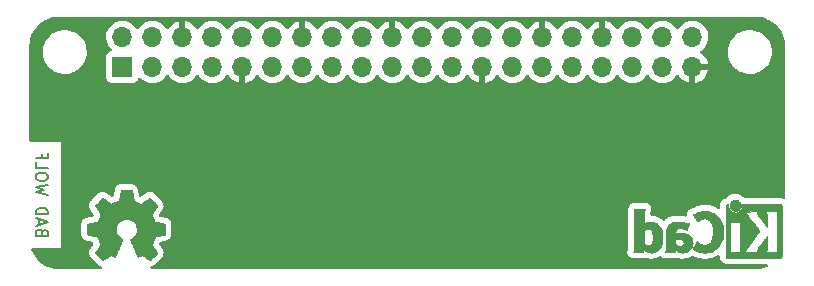
<source format=gbl>
G04 #@! TF.GenerationSoftware,KiCad,Pcbnew,(6.0.0-0)*
G04 #@! TF.CreationDate,2022-04-16T20:11:23-05:00*
G04 #@! TF.ProjectId,rpi_led_board,7270695f-6c65-4645-9f62-6f6172642e6b,rev?*
G04 #@! TF.SameCoordinates,Original*
G04 #@! TF.FileFunction,Copper,L2,Bot*
G04 #@! TF.FilePolarity,Positive*
%FSLAX46Y46*%
G04 Gerber Fmt 4.6, Leading zero omitted, Abs format (unit mm)*
G04 Created by KiCad (PCBNEW (6.0.0-0)) date 2022-04-16 20:11:23*
%MOMM*%
%LPD*%
G01*
G04 APERTURE LIST*
%ADD10C,0.150000*%
G04 #@! TA.AperFunction,NonConductor*
%ADD11C,0.150000*%
G04 #@! TD*
G04 #@! TA.AperFunction,EtchedComponent*
%ADD12C,0.010000*%
G04 #@! TD*
G04 #@! TA.AperFunction,ComponentPad*
%ADD13R,1.700000X1.700000*%
G04 #@! TD*
G04 #@! TA.AperFunction,ComponentPad*
%ADD14O,1.700000X1.700000*%
G04 #@! TD*
G04 APERTURE END LIST*
D10*
D11*
X201581428Y-112786666D02*
X201533809Y-112643809D01*
X201486190Y-112596190D01*
X201390952Y-112548571D01*
X201248095Y-112548571D01*
X201152857Y-112596190D01*
X201105238Y-112643809D01*
X201057619Y-112739047D01*
X201057619Y-113120000D01*
X202057619Y-113120000D01*
X202057619Y-112786666D01*
X202010000Y-112691428D01*
X201962380Y-112643809D01*
X201867142Y-112596190D01*
X201771904Y-112596190D01*
X201676666Y-112643809D01*
X201629047Y-112691428D01*
X201581428Y-112786666D01*
X201581428Y-113120000D01*
X201343333Y-112167619D02*
X201343333Y-111691428D01*
X201057619Y-112262857D02*
X202057619Y-111929523D01*
X201057619Y-111596190D01*
X201057619Y-111262857D02*
X202057619Y-111262857D01*
X202057619Y-111024761D01*
X202010000Y-110881904D01*
X201914761Y-110786666D01*
X201819523Y-110739047D01*
X201629047Y-110691428D01*
X201486190Y-110691428D01*
X201295714Y-110739047D01*
X201200476Y-110786666D01*
X201105238Y-110881904D01*
X201057619Y-111024761D01*
X201057619Y-111262857D01*
X202057619Y-109596190D02*
X201057619Y-109358095D01*
X201771904Y-109167619D01*
X201057619Y-108977142D01*
X202057619Y-108739047D01*
X202057619Y-108167619D02*
X202057619Y-107977142D01*
X202010000Y-107881904D01*
X201914761Y-107786666D01*
X201724285Y-107739047D01*
X201390952Y-107739047D01*
X201200476Y-107786666D01*
X201105238Y-107881904D01*
X201057619Y-107977142D01*
X201057619Y-108167619D01*
X201105238Y-108262857D01*
X201200476Y-108358095D01*
X201390952Y-108405714D01*
X201724285Y-108405714D01*
X201914761Y-108358095D01*
X202010000Y-108262857D01*
X202057619Y-108167619D01*
X201057619Y-106834285D02*
X201057619Y-107310476D01*
X202057619Y-107310476D01*
X201581428Y-106167619D02*
X201581428Y-106500952D01*
X201057619Y-106500952D02*
X202057619Y-106500952D01*
X202057619Y-106024761D01*
D12*
X260866400Y-110499054D02*
X260855535Y-110612993D01*
X260855535Y-110612993D02*
X260823918Y-110720616D01*
X260823918Y-110720616D02*
X260773015Y-110819615D01*
X260773015Y-110819615D02*
X260704293Y-110907684D01*
X260704293Y-110907684D02*
X260619219Y-110982516D01*
X260619219Y-110982516D02*
X260522232Y-111040384D01*
X260522232Y-111040384D02*
X260415964Y-111080005D01*
X260415964Y-111080005D02*
X260308950Y-111098573D01*
X260308950Y-111098573D02*
X260203300Y-111097434D01*
X260203300Y-111097434D02*
X260101125Y-111077930D01*
X260101125Y-111077930D02*
X260004534Y-111041406D01*
X260004534Y-111041406D02*
X259915638Y-110989205D01*
X259915638Y-110989205D02*
X259836546Y-110922673D01*
X259836546Y-110922673D02*
X259769369Y-110843152D01*
X259769369Y-110843152D02*
X259716217Y-110751987D01*
X259716217Y-110751987D02*
X259679199Y-110650523D01*
X259679199Y-110650523D02*
X259660427Y-110540102D01*
X259660427Y-110540102D02*
X259658489Y-110490206D01*
X259658489Y-110490206D02*
X259658489Y-110402267D01*
X259658489Y-110402267D02*
X259606560Y-110402267D01*
X259606560Y-110402267D02*
X259570253Y-110405111D01*
X259570253Y-110405111D02*
X259543355Y-110416911D01*
X259543355Y-110416911D02*
X259516249Y-110440649D01*
X259516249Y-110440649D02*
X259477867Y-110479031D01*
X259477867Y-110479031D02*
X259477867Y-112670602D01*
X259477867Y-112670602D02*
X259477876Y-112932739D01*
X259477876Y-112932739D02*
X259477908Y-113173241D01*
X259477908Y-113173241D02*
X259477972Y-113393048D01*
X259477972Y-113393048D02*
X259478076Y-113593101D01*
X259478076Y-113593101D02*
X259478227Y-113774344D01*
X259478227Y-113774344D02*
X259478434Y-113937716D01*
X259478434Y-113937716D02*
X259478706Y-114084160D01*
X259478706Y-114084160D02*
X259479050Y-114214617D01*
X259479050Y-114214617D02*
X259479474Y-114330029D01*
X259479474Y-114330029D02*
X259479987Y-114431338D01*
X259479987Y-114431338D02*
X259480597Y-114519484D01*
X259480597Y-114519484D02*
X259481312Y-114595410D01*
X259481312Y-114595410D02*
X259482140Y-114660057D01*
X259482140Y-114660057D02*
X259483089Y-114714367D01*
X259483089Y-114714367D02*
X259484167Y-114759280D01*
X259484167Y-114759280D02*
X259485383Y-114795740D01*
X259485383Y-114795740D02*
X259486745Y-114824687D01*
X259486745Y-114824687D02*
X259488261Y-114847063D01*
X259488261Y-114847063D02*
X259489938Y-114863809D01*
X259489938Y-114863809D02*
X259491786Y-114875868D01*
X259491786Y-114875868D02*
X259493813Y-114884180D01*
X259493813Y-114884180D02*
X259496025Y-114889687D01*
X259496025Y-114889687D02*
X259497108Y-114891537D01*
X259497108Y-114891537D02*
X259501271Y-114898549D01*
X259501271Y-114898549D02*
X259504805Y-114904996D01*
X259504805Y-114904996D02*
X259508635Y-114910900D01*
X259508635Y-114910900D02*
X259513682Y-114916286D01*
X259513682Y-114916286D02*
X259520871Y-114921178D01*
X259520871Y-114921178D02*
X259531123Y-114925598D01*
X259531123Y-114925598D02*
X259545364Y-114929572D01*
X259545364Y-114929572D02*
X259564514Y-114933121D01*
X259564514Y-114933121D02*
X259589499Y-114936270D01*
X259589499Y-114936270D02*
X259621240Y-114939042D01*
X259621240Y-114939042D02*
X259660662Y-114941461D01*
X259660662Y-114941461D02*
X259708686Y-114943551D01*
X259708686Y-114943551D02*
X259766237Y-114945335D01*
X259766237Y-114945335D02*
X259834237Y-114946837D01*
X259834237Y-114946837D02*
X259913610Y-114948080D01*
X259913610Y-114948080D02*
X260005279Y-114949089D01*
X260005279Y-114949089D02*
X260110166Y-114949885D01*
X260110166Y-114949885D02*
X260229196Y-114950494D01*
X260229196Y-114950494D02*
X260363290Y-114950939D01*
X260363290Y-114950939D02*
X260513373Y-114951243D01*
X260513373Y-114951243D02*
X260680367Y-114951430D01*
X260680367Y-114951430D02*
X260865196Y-114951524D01*
X260865196Y-114951524D02*
X261068783Y-114951548D01*
X261068783Y-114951548D02*
X261292050Y-114951525D01*
X261292050Y-114951525D02*
X261535922Y-114951480D01*
X261535922Y-114951480D02*
X261801321Y-114951437D01*
X261801321Y-114951437D02*
X261839704Y-114951432D01*
X261839704Y-114951432D02*
X262106682Y-114951389D01*
X262106682Y-114951389D02*
X262352002Y-114951318D01*
X262352002Y-114951318D02*
X262576583Y-114951213D01*
X262576583Y-114951213D02*
X262781345Y-114951066D01*
X262781345Y-114951066D02*
X262967206Y-114950869D01*
X262967206Y-114950869D02*
X263135088Y-114950616D01*
X263135088Y-114950616D02*
X263285908Y-114950300D01*
X263285908Y-114950300D02*
X263420587Y-114949913D01*
X263420587Y-114949913D02*
X263540044Y-114949447D01*
X263540044Y-114949447D02*
X263645199Y-114948897D01*
X263645199Y-114948897D02*
X263736971Y-114948253D01*
X263736971Y-114948253D02*
X263816279Y-114947511D01*
X263816279Y-114947511D02*
X263884043Y-114946661D01*
X263884043Y-114946661D02*
X263941182Y-114945697D01*
X263941182Y-114945697D02*
X263988617Y-114944611D01*
X263988617Y-114944611D02*
X264027266Y-114943397D01*
X264027266Y-114943397D02*
X264058049Y-114942047D01*
X264058049Y-114942047D02*
X264081885Y-114940555D01*
X264081885Y-114940555D02*
X264099694Y-114938911D01*
X264099694Y-114938911D02*
X264112395Y-114937111D01*
X264112395Y-114937111D02*
X264120908Y-114935145D01*
X264120908Y-114935145D02*
X264125266Y-114933477D01*
X264125266Y-114933477D02*
X264133728Y-114929906D01*
X264133728Y-114929906D02*
X264141497Y-114927270D01*
X264141497Y-114927270D02*
X264148602Y-114924634D01*
X264148602Y-114924634D02*
X264155073Y-114921062D01*
X264155073Y-114921062D02*
X264160939Y-114915621D01*
X264160939Y-114915621D02*
X264166229Y-114907375D01*
X264166229Y-114907375D02*
X264170974Y-114895390D01*
X264170974Y-114895390D02*
X264175202Y-114878731D01*
X264175202Y-114878731D02*
X264178943Y-114856463D01*
X264178943Y-114856463D02*
X264182227Y-114827652D01*
X264182227Y-114827652D02*
X264185083Y-114791363D01*
X264185083Y-114791363D02*
X264187540Y-114746661D01*
X264187540Y-114746661D02*
X264189629Y-114692611D01*
X264189629Y-114692611D02*
X264191378Y-114628279D01*
X264191378Y-114628279D02*
X264192817Y-114552730D01*
X264192817Y-114552730D02*
X264193976Y-114465030D01*
X264193976Y-114465030D02*
X264194883Y-114364243D01*
X264194883Y-114364243D02*
X264195569Y-114249434D01*
X264195569Y-114249434D02*
X264196063Y-114119670D01*
X264196063Y-114119670D02*
X264196395Y-113974015D01*
X264196395Y-113974015D02*
X264196593Y-113811535D01*
X264196593Y-113811535D02*
X264196687Y-113631295D01*
X264196687Y-113631295D02*
X264196708Y-113432360D01*
X264196708Y-113432360D02*
X264196685Y-113213796D01*
X264196685Y-113213796D02*
X264196646Y-112974668D01*
X264196646Y-112974668D02*
X264196622Y-112714040D01*
X264196622Y-112714040D02*
X264196622Y-112671889D01*
X264196622Y-112671889D02*
X264196636Y-112408992D01*
X264196636Y-112408992D02*
X264196661Y-112167732D01*
X264196661Y-112167732D02*
X264196671Y-111947165D01*
X264196671Y-111947165D02*
X264196642Y-111746352D01*
X264196642Y-111746352D02*
X264196548Y-111564349D01*
X264196548Y-111564349D02*
X264196362Y-111400216D01*
X264196362Y-111400216D02*
X264196059Y-111253011D01*
X264196059Y-111253011D02*
X264195614Y-111121792D01*
X264195614Y-111121792D02*
X264195034Y-111011867D01*
X264195034Y-111011867D02*
X263892197Y-111011867D01*
X263892197Y-111011867D02*
X263852407Y-111069711D01*
X263852407Y-111069711D02*
X263841236Y-111085479D01*
X263841236Y-111085479D02*
X263831166Y-111099441D01*
X263831166Y-111099441D02*
X263822138Y-111112784D01*
X263822138Y-111112784D02*
X263814097Y-111126693D01*
X263814097Y-111126693D02*
X263806986Y-111142356D01*
X263806986Y-111142356D02*
X263800747Y-111160958D01*
X263800747Y-111160958D02*
X263795325Y-111183686D01*
X263795325Y-111183686D02*
X263790662Y-111211727D01*
X263790662Y-111211727D02*
X263786701Y-111246267D01*
X263786701Y-111246267D02*
X263783385Y-111288492D01*
X263783385Y-111288492D02*
X263780659Y-111339589D01*
X263780659Y-111339589D02*
X263778464Y-111400744D01*
X263778464Y-111400744D02*
X263776745Y-111473144D01*
X263776745Y-111473144D02*
X263775444Y-111557975D01*
X263775444Y-111557975D02*
X263774505Y-111656422D01*
X263774505Y-111656422D02*
X263773870Y-111769674D01*
X263773870Y-111769674D02*
X263773484Y-111898916D01*
X263773484Y-111898916D02*
X263773288Y-112045334D01*
X263773288Y-112045334D02*
X263773227Y-112210116D01*
X263773227Y-112210116D02*
X263773243Y-112394447D01*
X263773243Y-112394447D02*
X263773280Y-112599513D01*
X263773280Y-112599513D02*
X263773289Y-112722133D01*
X263773289Y-112722133D02*
X263773265Y-112939082D01*
X263773265Y-112939082D02*
X263773231Y-113134642D01*
X263773231Y-113134642D02*
X263773243Y-113309999D01*
X263773243Y-113309999D02*
X263773358Y-113466341D01*
X263773358Y-113466341D02*
X263773630Y-113604857D01*
X263773630Y-113604857D02*
X263774118Y-113726734D01*
X263774118Y-113726734D02*
X263774876Y-113833160D01*
X263774876Y-113833160D02*
X263775962Y-113925322D01*
X263775962Y-113925322D02*
X263777431Y-114004409D01*
X263777431Y-114004409D02*
X263779340Y-114071608D01*
X263779340Y-114071608D02*
X263781744Y-114128107D01*
X263781744Y-114128107D02*
X263784701Y-114175093D01*
X263784701Y-114175093D02*
X263788266Y-114213755D01*
X263788266Y-114213755D02*
X263792495Y-114245280D01*
X263792495Y-114245280D02*
X263797446Y-114270855D01*
X263797446Y-114270855D02*
X263803173Y-114291670D01*
X263803173Y-114291670D02*
X263809733Y-114308911D01*
X263809733Y-114308911D02*
X263817183Y-114323765D01*
X263817183Y-114323765D02*
X263825579Y-114337422D01*
X263825579Y-114337422D02*
X263834976Y-114351069D01*
X263834976Y-114351069D02*
X263845432Y-114365893D01*
X263845432Y-114365893D02*
X263851523Y-114374783D01*
X263851523Y-114374783D02*
X263890296Y-114432400D01*
X263890296Y-114432400D02*
X263358732Y-114432400D01*
X263358732Y-114432400D02*
X263235483Y-114432365D01*
X263235483Y-114432365D02*
X263132987Y-114432215D01*
X263132987Y-114432215D02*
X263049420Y-114431878D01*
X263049420Y-114431878D02*
X262982956Y-114431286D01*
X262982956Y-114431286D02*
X262931771Y-114430367D01*
X262931771Y-114430367D02*
X262894041Y-114429051D01*
X262894041Y-114429051D02*
X262867940Y-114427269D01*
X262867940Y-114427269D02*
X262851644Y-114424951D01*
X262851644Y-114424951D02*
X262843328Y-114422026D01*
X262843328Y-114422026D02*
X262841168Y-114418424D01*
X262841168Y-114418424D02*
X262843339Y-114414075D01*
X262843339Y-114414075D02*
X262844535Y-114412645D01*
X262844535Y-114412645D02*
X262869685Y-114375573D01*
X262869685Y-114375573D02*
X262895583Y-114322772D01*
X262895583Y-114322772D02*
X262919192Y-114260770D01*
X262919192Y-114260770D02*
X262927461Y-114234357D01*
X262927461Y-114234357D02*
X262932078Y-114216416D01*
X262932078Y-114216416D02*
X262935979Y-114195355D01*
X262935979Y-114195355D02*
X262939248Y-114169089D01*
X262939248Y-114169089D02*
X262941966Y-114135532D01*
X262941966Y-114135532D02*
X262944215Y-114092599D01*
X262944215Y-114092599D02*
X262946077Y-114038204D01*
X262946077Y-114038204D02*
X262947636Y-113970262D01*
X262947636Y-113970262D02*
X262948972Y-113886688D01*
X262948972Y-113886688D02*
X262950169Y-113785395D01*
X262950169Y-113785395D02*
X262951308Y-113664300D01*
X262951308Y-113664300D02*
X262951685Y-113619600D01*
X262951685Y-113619600D02*
X262952702Y-113494449D01*
X262952702Y-113494449D02*
X262953460Y-113390082D01*
X262953460Y-113390082D02*
X262953903Y-113304707D01*
X262953903Y-113304707D02*
X262953970Y-113236533D01*
X262953970Y-113236533D02*
X262953605Y-113183765D01*
X262953605Y-113183765D02*
X262952748Y-113144614D01*
X262952748Y-113144614D02*
X262951341Y-113117285D01*
X262951341Y-113117285D02*
X262949325Y-113099986D01*
X262949325Y-113099986D02*
X262946643Y-113090926D01*
X262946643Y-113090926D02*
X262943236Y-113088312D01*
X262943236Y-113088312D02*
X262939044Y-113090351D01*
X262939044Y-113090351D02*
X262934571Y-113094667D01*
X262934571Y-113094667D02*
X262924216Y-113107602D01*
X262924216Y-113107602D02*
X262902158Y-113136676D01*
X262902158Y-113136676D02*
X262869957Y-113179759D01*
X262869957Y-113179759D02*
X262829174Y-113234718D01*
X262829174Y-113234718D02*
X262781370Y-113299423D01*
X262781370Y-113299423D02*
X262728105Y-113371742D01*
X262728105Y-113371742D02*
X262670940Y-113449544D01*
X262670940Y-113449544D02*
X262611437Y-113530698D01*
X262611437Y-113530698D02*
X262551155Y-113613072D01*
X262551155Y-113613072D02*
X262491655Y-113694536D01*
X262491655Y-113694536D02*
X262434498Y-113772957D01*
X262434498Y-113772957D02*
X262381245Y-113846204D01*
X262381245Y-113846204D02*
X262333457Y-113912147D01*
X262333457Y-113912147D02*
X262292693Y-113968654D01*
X262292693Y-113968654D02*
X262260516Y-114013593D01*
X262260516Y-114013593D02*
X262238485Y-114044834D01*
X262238485Y-114044834D02*
X262233917Y-114051466D01*
X262233917Y-114051466D02*
X262210996Y-114088369D01*
X262210996Y-114088369D02*
X262184188Y-114136359D01*
X262184188Y-114136359D02*
X262158789Y-114185897D01*
X262158789Y-114185897D02*
X262155568Y-114192577D01*
X262155568Y-114192577D02*
X262133890Y-114240772D01*
X262133890Y-114240772D02*
X262121304Y-114278334D01*
X262121304Y-114278334D02*
X262115574Y-114314160D01*
X262115574Y-114314160D02*
X262114456Y-114356200D01*
X262114456Y-114356200D02*
X262115090Y-114432400D01*
X262115090Y-114432400D02*
X260960651Y-114432400D01*
X260960651Y-114432400D02*
X261051815Y-114338669D01*
X261051815Y-114338669D02*
X261098612Y-114288775D01*
X261098612Y-114288775D02*
X261148899Y-114232295D01*
X261148899Y-114232295D02*
X261194944Y-114178026D01*
X261194944Y-114178026D02*
X261215369Y-114152673D01*
X261215369Y-114152673D02*
X261245807Y-114113128D01*
X261245807Y-114113128D02*
X261285862Y-114059916D01*
X261285862Y-114059916D02*
X261334361Y-113994667D01*
X261334361Y-113994667D02*
X261390135Y-113919011D01*
X261390135Y-113919011D02*
X261452011Y-113834577D01*
X261452011Y-113834577D02*
X261518819Y-113742994D01*
X261518819Y-113742994D02*
X261589387Y-113645892D01*
X261589387Y-113645892D02*
X261662545Y-113544901D01*
X261662545Y-113544901D02*
X261737121Y-113441650D01*
X261737121Y-113441650D02*
X261811944Y-113337768D01*
X261811944Y-113337768D02*
X261885843Y-113234885D01*
X261885843Y-113234885D02*
X261957646Y-113134631D01*
X261957646Y-113134631D02*
X262026184Y-113038636D01*
X262026184Y-113038636D02*
X262090284Y-112948527D01*
X262090284Y-112948527D02*
X262148775Y-112865936D01*
X262148775Y-112865936D02*
X262200486Y-112792492D01*
X262200486Y-112792492D02*
X262244247Y-112729824D01*
X262244247Y-112729824D02*
X262278885Y-112679561D01*
X262278885Y-112679561D02*
X262303230Y-112643334D01*
X262303230Y-112643334D02*
X262316111Y-112622771D01*
X262316111Y-112622771D02*
X262317869Y-112618668D01*
X262317869Y-112618668D02*
X262309910Y-112607342D01*
X262309910Y-112607342D02*
X262289115Y-112580162D01*
X262289115Y-112580162D02*
X262256847Y-112538829D01*
X262256847Y-112538829D02*
X262214470Y-112485044D01*
X262214470Y-112485044D02*
X262163347Y-112420506D01*
X262163347Y-112420506D02*
X262104841Y-112346918D01*
X262104841Y-112346918D02*
X262040314Y-112265978D01*
X262040314Y-112265978D02*
X261971131Y-112179388D01*
X261971131Y-112179388D02*
X261898653Y-112088848D01*
X261898653Y-112088848D02*
X261824246Y-111996060D01*
X261824246Y-111996060D02*
X261764517Y-111921702D01*
X261764517Y-111921702D02*
X260753511Y-111921702D01*
X260753511Y-111921702D02*
X260747602Y-111934659D01*
X260747602Y-111934659D02*
X260733272Y-111956908D01*
X260733272Y-111956908D02*
X260732225Y-111958391D01*
X260732225Y-111958391D02*
X260713438Y-111988544D01*
X260713438Y-111988544D02*
X260693791Y-112025375D01*
X260693791Y-112025375D02*
X260689892Y-112033511D01*
X260689892Y-112033511D02*
X260686356Y-112041940D01*
X260686356Y-112041940D02*
X260683230Y-112052059D01*
X260683230Y-112052059D02*
X260680486Y-112065260D01*
X260680486Y-112065260D02*
X260678092Y-112082938D01*
X260678092Y-112082938D02*
X260676019Y-112106484D01*
X260676019Y-112106484D02*
X260674235Y-112137293D01*
X260674235Y-112137293D02*
X260672712Y-112176757D01*
X260672712Y-112176757D02*
X260671419Y-112226269D01*
X260671419Y-112226269D02*
X260670326Y-112287223D01*
X260670326Y-112287223D02*
X260669403Y-112361011D01*
X260669403Y-112361011D02*
X260668619Y-112449028D01*
X260668619Y-112449028D02*
X260667945Y-112552665D01*
X260667945Y-112552665D02*
X260667350Y-112673316D01*
X260667350Y-112673316D02*
X260666805Y-112812374D01*
X260666805Y-112812374D02*
X260666279Y-112971232D01*
X260666279Y-112971232D02*
X260665745Y-113150089D01*
X260665745Y-113150089D02*
X260665206Y-113335207D01*
X260665206Y-113335207D02*
X260664772Y-113499145D01*
X260664772Y-113499145D02*
X260664509Y-113643303D01*
X260664509Y-113643303D02*
X260664484Y-113769079D01*
X260664484Y-113769079D02*
X260664765Y-113877871D01*
X260664765Y-113877871D02*
X260665419Y-113971077D01*
X260665419Y-113971077D02*
X260666514Y-114050097D01*
X260666514Y-114050097D02*
X260668118Y-114116328D01*
X260668118Y-114116328D02*
X260670297Y-114171170D01*
X260670297Y-114171170D02*
X260673119Y-114216021D01*
X260673119Y-114216021D02*
X260676651Y-114252278D01*
X260676651Y-114252278D02*
X260680961Y-114281341D01*
X260680961Y-114281341D02*
X260686117Y-114304609D01*
X260686117Y-114304609D02*
X260692185Y-114323479D01*
X260692185Y-114323479D02*
X260699233Y-114339351D01*
X260699233Y-114339351D02*
X260707329Y-114353622D01*
X260707329Y-114353622D02*
X260716540Y-114367691D01*
X260716540Y-114367691D02*
X260725040Y-114380158D01*
X260725040Y-114380158D02*
X260742176Y-114406452D01*
X260742176Y-114406452D02*
X260752322Y-114424037D01*
X260752322Y-114424037D02*
X260753511Y-114427257D01*
X260753511Y-114427257D02*
X260742604Y-114428334D01*
X260742604Y-114428334D02*
X260711411Y-114429335D01*
X260711411Y-114429335D02*
X260662223Y-114430235D01*
X260662223Y-114430235D02*
X260597333Y-114431010D01*
X260597333Y-114431010D02*
X260519030Y-114431637D01*
X260519030Y-114431637D02*
X260429607Y-114432091D01*
X260429607Y-114432091D02*
X260331356Y-114432349D01*
X260331356Y-114432349D02*
X260262445Y-114432400D01*
X260262445Y-114432400D02*
X260157452Y-114432180D01*
X260157452Y-114432180D02*
X260060610Y-114431548D01*
X260060610Y-114431548D02*
X259974107Y-114430549D01*
X259974107Y-114430549D02*
X259900132Y-114429227D01*
X259900132Y-114429227D02*
X259840874Y-114427626D01*
X259840874Y-114427626D02*
X259798520Y-114425791D01*
X259798520Y-114425791D02*
X259775260Y-114423765D01*
X259775260Y-114423765D02*
X259771378Y-114422493D01*
X259771378Y-114422493D02*
X259779076Y-114407591D01*
X259779076Y-114407591D02*
X259787074Y-114399560D01*
X259787074Y-114399560D02*
X259800246Y-114382434D01*
X259800246Y-114382434D02*
X259817485Y-114352183D01*
X259817485Y-114352183D02*
X259829407Y-114327622D01*
X259829407Y-114327622D02*
X259856045Y-114268711D01*
X259856045Y-114268711D02*
X259859120Y-113091845D01*
X259859120Y-113091845D02*
X259862195Y-111914978D01*
X259862195Y-111914978D02*
X260307853Y-111914978D01*
X260307853Y-111914978D02*
X260405670Y-111915142D01*
X260405670Y-111915142D02*
X260496064Y-111915611D01*
X260496064Y-111915611D02*
X260576630Y-111916347D01*
X260576630Y-111916347D02*
X260644962Y-111917316D01*
X260644962Y-111917316D02*
X260698656Y-111918480D01*
X260698656Y-111918480D02*
X260735305Y-111919803D01*
X260735305Y-111919803D02*
X260752504Y-111921249D01*
X260752504Y-111921249D02*
X260753511Y-111921702D01*
X260753511Y-111921702D02*
X261764517Y-111921702D01*
X261764517Y-111921702D02*
X261749270Y-111902722D01*
X261749270Y-111902722D02*
X261675090Y-111810537D01*
X261675090Y-111810537D02*
X261603069Y-111721204D01*
X261603069Y-111721204D02*
X261534569Y-111636424D01*
X261534569Y-111636424D02*
X261470955Y-111557898D01*
X261470955Y-111557898D02*
X261413588Y-111487326D01*
X261413588Y-111487326D02*
X261363833Y-111426409D01*
X261363833Y-111426409D02*
X261323052Y-111376847D01*
X261323052Y-111376847D02*
X261305888Y-111356178D01*
X261305888Y-111356178D02*
X261219596Y-111255516D01*
X261219596Y-111255516D02*
X261142997Y-111172259D01*
X261142997Y-111172259D02*
X261074183Y-111104438D01*
X261074183Y-111104438D02*
X261011248Y-111050089D01*
X261011248Y-111050089D02*
X261001867Y-111042722D01*
X261001867Y-111042722D02*
X260962356Y-111012117D01*
X260962356Y-111012117D02*
X262094116Y-111011867D01*
X262094116Y-111011867D02*
X262088827Y-111059844D01*
X262088827Y-111059844D02*
X262092130Y-111117188D01*
X262092130Y-111117188D02*
X262113661Y-111185463D01*
X262113661Y-111185463D02*
X262153635Y-111265212D01*
X262153635Y-111265212D02*
X262198943Y-111337495D01*
X262198943Y-111337495D02*
X262215161Y-111360140D01*
X262215161Y-111360140D02*
X262243214Y-111397696D01*
X262243214Y-111397696D02*
X262281430Y-111448021D01*
X262281430Y-111448021D02*
X262328137Y-111508973D01*
X262328137Y-111508973D02*
X262381661Y-111578411D01*
X262381661Y-111578411D02*
X262440331Y-111654194D01*
X262440331Y-111654194D02*
X262502475Y-111734180D01*
X262502475Y-111734180D02*
X262566421Y-111816228D01*
X262566421Y-111816228D02*
X262630495Y-111898196D01*
X262630495Y-111898196D02*
X262693027Y-111977943D01*
X262693027Y-111977943D02*
X262752343Y-112053327D01*
X262752343Y-112053327D02*
X262806771Y-112122207D01*
X262806771Y-112122207D02*
X262854639Y-112182442D01*
X262854639Y-112182442D02*
X262894275Y-112231889D01*
X262894275Y-112231889D02*
X262924006Y-112268408D01*
X262924006Y-112268408D02*
X262942161Y-112289858D01*
X262942161Y-112289858D02*
X262945220Y-112293156D01*
X262945220Y-112293156D02*
X262948079Y-112285149D01*
X262948079Y-112285149D02*
X262950293Y-112254855D01*
X262950293Y-112254855D02*
X262951857Y-112202556D01*
X262951857Y-112202556D02*
X262952767Y-112128531D01*
X262952767Y-112128531D02*
X262953020Y-112033063D01*
X262953020Y-112033063D02*
X262952613Y-111916434D01*
X262952613Y-111916434D02*
X262951704Y-111796445D01*
X262951704Y-111796445D02*
X262950382Y-111664333D01*
X262950382Y-111664333D02*
X262948857Y-111552594D01*
X262948857Y-111552594D02*
X262946881Y-111459025D01*
X262946881Y-111459025D02*
X262944206Y-111381419D01*
X262944206Y-111381419D02*
X262940582Y-111317574D01*
X262940582Y-111317574D02*
X262935761Y-111265283D01*
X262935761Y-111265283D02*
X262929494Y-111222344D01*
X262929494Y-111222344D02*
X262921532Y-111186551D01*
X262921532Y-111186551D02*
X262911627Y-111155700D01*
X262911627Y-111155700D02*
X262899531Y-111127586D01*
X262899531Y-111127586D02*
X262884993Y-111100005D01*
X262884993Y-111100005D02*
X262870311Y-111074966D01*
X262870311Y-111074966D02*
X262832314Y-111011867D01*
X262832314Y-111011867D02*
X263892197Y-111011867D01*
X263892197Y-111011867D02*
X264195034Y-111011867D01*
X264195034Y-111011867D02*
X264195001Y-111005617D01*
X264195001Y-111005617D02*
X264194195Y-110903544D01*
X264194195Y-110903544D02*
X264193170Y-110814633D01*
X264193170Y-110814633D02*
X264191900Y-110737941D01*
X264191900Y-110737941D02*
X264190360Y-110672527D01*
X264190360Y-110672527D02*
X264188524Y-110617449D01*
X264188524Y-110617449D02*
X264186367Y-110571765D01*
X264186367Y-110571765D02*
X264183863Y-110534534D01*
X264183863Y-110534534D02*
X264180987Y-110504813D01*
X264180987Y-110504813D02*
X264177713Y-110481662D01*
X264177713Y-110481662D02*
X264174015Y-110464139D01*
X264174015Y-110464139D02*
X264169869Y-110451301D01*
X264169869Y-110451301D02*
X264165247Y-110442208D01*
X264165247Y-110442208D02*
X264160126Y-110435918D01*
X264160126Y-110435918D02*
X264154478Y-110431488D01*
X264154478Y-110431488D02*
X264148279Y-110427978D01*
X264148279Y-110427978D02*
X264141504Y-110424445D01*
X264141504Y-110424445D02*
X264135508Y-110420876D01*
X264135508Y-110420876D02*
X264130275Y-110418300D01*
X264130275Y-110418300D02*
X264122099Y-110415972D01*
X264122099Y-110415972D02*
X264109886Y-110413878D01*
X264109886Y-110413878D02*
X264092541Y-110412007D01*
X264092541Y-110412007D02*
X264068969Y-110410347D01*
X264068969Y-110410347D02*
X264038077Y-110408884D01*
X264038077Y-110408884D02*
X263998768Y-110407608D01*
X263998768Y-110407608D02*
X263949950Y-110406504D01*
X263949950Y-110406504D02*
X263890527Y-110405561D01*
X263890527Y-110405561D02*
X263819404Y-110404767D01*
X263819404Y-110404767D02*
X263735488Y-110404109D01*
X263735488Y-110404109D02*
X263637683Y-110403575D01*
X263637683Y-110403575D02*
X263524894Y-110403153D01*
X263524894Y-110403153D02*
X263396029Y-110402829D01*
X263396029Y-110402829D02*
X263249991Y-110402592D01*
X263249991Y-110402592D02*
X263085686Y-110402430D01*
X263085686Y-110402430D02*
X262902020Y-110402330D01*
X262902020Y-110402330D02*
X262697897Y-110402280D01*
X262697897Y-110402280D02*
X262486753Y-110402267D01*
X262486753Y-110402267D02*
X260866400Y-110402267D01*
X260866400Y-110402267D02*
X260866400Y-110499054D01*
X260866400Y-110499054D02*
X260866400Y-110499054D01*
G36*
X264196059Y-111253011D02*
G01*
X264196362Y-111400216D01*
X264196548Y-111564349D01*
X264196642Y-111746352D01*
X264196671Y-111947165D01*
X264196661Y-112167732D01*
X264196636Y-112408992D01*
X264196622Y-112671889D01*
X264196622Y-112714040D01*
X264196646Y-112974668D01*
X264196685Y-113213796D01*
X264196708Y-113432360D01*
X264196687Y-113631295D01*
X264196593Y-113811535D01*
X264196395Y-113974015D01*
X264196063Y-114119670D01*
X264195569Y-114249434D01*
X264194883Y-114364243D01*
X264193976Y-114465030D01*
X264192817Y-114552730D01*
X264191378Y-114628279D01*
X264189629Y-114692611D01*
X264187540Y-114746661D01*
X264185083Y-114791363D01*
X264182227Y-114827652D01*
X264178943Y-114856463D01*
X264175202Y-114878731D01*
X264170974Y-114895390D01*
X264166229Y-114907375D01*
X264160939Y-114915621D01*
X264155073Y-114921062D01*
X264148602Y-114924634D01*
X264141497Y-114927270D01*
X264133728Y-114929906D01*
X264125266Y-114933477D01*
X264120908Y-114935145D01*
X264112395Y-114937111D01*
X264099694Y-114938911D01*
X264081885Y-114940555D01*
X264058049Y-114942047D01*
X264027266Y-114943397D01*
X263988617Y-114944611D01*
X263941182Y-114945697D01*
X263884043Y-114946661D01*
X263816279Y-114947511D01*
X263736971Y-114948253D01*
X263645199Y-114948897D01*
X263540044Y-114949447D01*
X263420587Y-114949913D01*
X263285908Y-114950300D01*
X263135088Y-114950616D01*
X262967206Y-114950869D01*
X262781345Y-114951066D01*
X262576583Y-114951213D01*
X262352002Y-114951318D01*
X262106682Y-114951389D01*
X261839704Y-114951432D01*
X261801321Y-114951437D01*
X261535922Y-114951480D01*
X261292050Y-114951525D01*
X261068783Y-114951548D01*
X260865196Y-114951524D01*
X260680367Y-114951430D01*
X260513373Y-114951243D01*
X260363290Y-114950939D01*
X260229196Y-114950494D01*
X260110166Y-114949885D01*
X260005279Y-114949089D01*
X259913610Y-114948080D01*
X259834237Y-114946837D01*
X259766237Y-114945335D01*
X259708686Y-114943551D01*
X259660662Y-114941461D01*
X259621240Y-114939042D01*
X259589499Y-114936270D01*
X259564514Y-114933121D01*
X259545364Y-114929572D01*
X259531123Y-114925598D01*
X259520871Y-114921178D01*
X259513682Y-114916286D01*
X259508635Y-114910900D01*
X259504805Y-114904996D01*
X259501271Y-114898549D01*
X259497108Y-114891537D01*
X259496025Y-114889687D01*
X259493813Y-114884180D01*
X259491786Y-114875868D01*
X259489938Y-114863809D01*
X259488261Y-114847063D01*
X259486745Y-114824687D01*
X259485383Y-114795740D01*
X259484167Y-114759280D01*
X259483089Y-114714367D01*
X259482140Y-114660057D01*
X259481312Y-114595410D01*
X259480597Y-114519484D01*
X259479987Y-114431338D01*
X259479942Y-114422493D01*
X259771378Y-114422493D01*
X259775260Y-114423765D01*
X259798520Y-114425791D01*
X259840874Y-114427626D01*
X259900132Y-114429227D01*
X259974107Y-114430549D01*
X260060610Y-114431548D01*
X260157452Y-114432180D01*
X260262445Y-114432400D01*
X260960651Y-114432400D01*
X262115090Y-114432400D01*
X262114456Y-114356200D01*
X262115574Y-114314160D01*
X262121304Y-114278334D01*
X262133890Y-114240772D01*
X262155568Y-114192577D01*
X262158789Y-114185897D01*
X262184188Y-114136359D01*
X262210996Y-114088369D01*
X262233917Y-114051466D01*
X262238485Y-114044834D01*
X262260516Y-114013593D01*
X262292693Y-113968654D01*
X262333457Y-113912147D01*
X262381245Y-113846204D01*
X262434498Y-113772957D01*
X262491655Y-113694536D01*
X262551155Y-113613072D01*
X262611437Y-113530698D01*
X262670940Y-113449544D01*
X262728105Y-113371742D01*
X262781370Y-113299423D01*
X262829174Y-113234718D01*
X262869957Y-113179759D01*
X262902158Y-113136676D01*
X262924216Y-113107602D01*
X262934571Y-113094667D01*
X262939044Y-113090351D01*
X262943236Y-113088312D01*
X262946643Y-113090926D01*
X262949325Y-113099986D01*
X262951341Y-113117285D01*
X262952748Y-113144614D01*
X262953605Y-113183765D01*
X262953970Y-113236533D01*
X262953903Y-113304707D01*
X262953460Y-113390082D01*
X262952702Y-113494449D01*
X262951685Y-113619600D01*
X262951308Y-113664300D01*
X262950169Y-113785395D01*
X262948972Y-113886688D01*
X262947636Y-113970262D01*
X262946077Y-114038204D01*
X262944215Y-114092599D01*
X262941966Y-114135532D01*
X262939248Y-114169089D01*
X262935979Y-114195355D01*
X262932078Y-114216416D01*
X262927461Y-114234357D01*
X262919192Y-114260770D01*
X262895583Y-114322772D01*
X262869685Y-114375573D01*
X262844535Y-114412645D01*
X262843339Y-114414075D01*
X262841168Y-114418424D01*
X262843328Y-114422026D01*
X262851644Y-114424951D01*
X262867940Y-114427269D01*
X262894041Y-114429051D01*
X262931771Y-114430367D01*
X262982956Y-114431286D01*
X263049420Y-114431878D01*
X263132987Y-114432215D01*
X263235483Y-114432365D01*
X263358732Y-114432400D01*
X263890296Y-114432400D01*
X263851523Y-114374783D01*
X263845432Y-114365893D01*
X263834976Y-114351069D01*
X263825579Y-114337422D01*
X263817183Y-114323765D01*
X263809733Y-114308911D01*
X263803173Y-114291670D01*
X263797446Y-114270855D01*
X263792495Y-114245280D01*
X263788266Y-114213755D01*
X263784701Y-114175093D01*
X263781744Y-114128107D01*
X263779340Y-114071608D01*
X263777431Y-114004409D01*
X263775962Y-113925322D01*
X263774876Y-113833160D01*
X263774118Y-113726734D01*
X263773630Y-113604857D01*
X263773358Y-113466341D01*
X263773243Y-113309999D01*
X263773231Y-113134642D01*
X263773265Y-112939082D01*
X263773289Y-112722133D01*
X263773280Y-112599513D01*
X263773243Y-112394447D01*
X263773227Y-112210116D01*
X263773288Y-112045334D01*
X263773484Y-111898916D01*
X263773870Y-111769674D01*
X263774505Y-111656422D01*
X263775444Y-111557975D01*
X263776745Y-111473144D01*
X263778464Y-111400744D01*
X263780659Y-111339589D01*
X263783385Y-111288492D01*
X263786701Y-111246267D01*
X263790662Y-111211727D01*
X263795325Y-111183686D01*
X263800747Y-111160958D01*
X263806986Y-111142356D01*
X263814097Y-111126693D01*
X263822138Y-111112784D01*
X263831166Y-111099441D01*
X263841236Y-111085479D01*
X263852407Y-111069711D01*
X263892197Y-111011867D01*
X262832314Y-111011867D01*
X262870311Y-111074966D01*
X262884993Y-111100005D01*
X262899531Y-111127586D01*
X262911627Y-111155700D01*
X262921532Y-111186551D01*
X262929494Y-111222344D01*
X262935761Y-111265283D01*
X262940582Y-111317574D01*
X262944206Y-111381419D01*
X262946881Y-111459025D01*
X262948857Y-111552594D01*
X262950382Y-111664333D01*
X262951704Y-111796445D01*
X262952613Y-111916434D01*
X262953020Y-112033063D01*
X262952767Y-112128531D01*
X262951857Y-112202556D01*
X262950293Y-112254855D01*
X262948079Y-112285149D01*
X262945220Y-112293156D01*
X262942161Y-112289858D01*
X262924006Y-112268408D01*
X262894275Y-112231889D01*
X262854639Y-112182442D01*
X262806771Y-112122207D01*
X262752343Y-112053327D01*
X262693027Y-111977943D01*
X262630495Y-111898196D01*
X262566421Y-111816228D01*
X262502475Y-111734180D01*
X262440331Y-111654194D01*
X262381661Y-111578411D01*
X262328137Y-111508973D01*
X262281430Y-111448021D01*
X262243214Y-111397696D01*
X262215161Y-111360140D01*
X262198943Y-111337495D01*
X262153635Y-111265212D01*
X262113661Y-111185463D01*
X262092130Y-111117188D01*
X262088827Y-111059844D01*
X262094116Y-111011867D01*
X260962356Y-111012117D01*
X261001867Y-111042722D01*
X261011248Y-111050089D01*
X261074183Y-111104438D01*
X261142997Y-111172259D01*
X261219596Y-111255516D01*
X261305888Y-111356178D01*
X261323052Y-111376847D01*
X261363833Y-111426409D01*
X261413588Y-111487326D01*
X261470955Y-111557898D01*
X261534569Y-111636424D01*
X261603069Y-111721204D01*
X261675090Y-111810537D01*
X261749270Y-111902722D01*
X261764517Y-111921702D01*
X261824246Y-111996060D01*
X261898653Y-112088848D01*
X261971131Y-112179388D01*
X262040314Y-112265978D01*
X262104841Y-112346918D01*
X262163347Y-112420506D01*
X262214470Y-112485044D01*
X262256847Y-112538829D01*
X262289115Y-112580162D01*
X262309910Y-112607342D01*
X262317869Y-112618668D01*
X262316111Y-112622771D01*
X262303230Y-112643334D01*
X262278885Y-112679561D01*
X262244247Y-112729824D01*
X262200486Y-112792492D01*
X262148775Y-112865936D01*
X262090284Y-112948527D01*
X262026184Y-113038636D01*
X261957646Y-113134631D01*
X261885843Y-113234885D01*
X261811944Y-113337768D01*
X261737121Y-113441650D01*
X261662545Y-113544901D01*
X261589387Y-113645892D01*
X261518819Y-113742994D01*
X261452011Y-113834577D01*
X261390135Y-113919011D01*
X261334361Y-113994667D01*
X261285862Y-114059916D01*
X261245807Y-114113128D01*
X261215369Y-114152673D01*
X261194944Y-114178026D01*
X261148899Y-114232295D01*
X261098612Y-114288775D01*
X261051815Y-114338669D01*
X260960651Y-114432400D01*
X260262445Y-114432400D01*
X260331356Y-114432349D01*
X260429607Y-114432091D01*
X260519030Y-114431637D01*
X260597333Y-114431010D01*
X260662223Y-114430235D01*
X260711411Y-114429335D01*
X260742604Y-114428334D01*
X260753511Y-114427257D01*
X260752322Y-114424037D01*
X260742176Y-114406452D01*
X260725040Y-114380158D01*
X260716540Y-114367691D01*
X260707329Y-114353622D01*
X260699233Y-114339351D01*
X260692185Y-114323479D01*
X260686117Y-114304609D01*
X260680961Y-114281341D01*
X260676651Y-114252278D01*
X260673119Y-114216021D01*
X260670297Y-114171170D01*
X260668118Y-114116328D01*
X260666514Y-114050097D01*
X260665419Y-113971077D01*
X260664765Y-113877871D01*
X260664484Y-113769079D01*
X260664509Y-113643303D01*
X260664772Y-113499145D01*
X260665206Y-113335207D01*
X260665745Y-113150089D01*
X260666279Y-112971232D01*
X260666805Y-112812374D01*
X260667350Y-112673316D01*
X260667945Y-112552665D01*
X260668619Y-112449028D01*
X260669403Y-112361011D01*
X260670326Y-112287223D01*
X260671419Y-112226269D01*
X260672712Y-112176757D01*
X260674235Y-112137293D01*
X260676019Y-112106484D01*
X260678092Y-112082938D01*
X260680486Y-112065260D01*
X260683230Y-112052059D01*
X260686356Y-112041940D01*
X260689892Y-112033511D01*
X260693791Y-112025375D01*
X260713438Y-111988544D01*
X260732225Y-111958391D01*
X260733272Y-111956908D01*
X260747602Y-111934659D01*
X260753511Y-111921702D01*
X260752504Y-111921249D01*
X260735305Y-111919803D01*
X260698656Y-111918480D01*
X260644962Y-111917316D01*
X260576630Y-111916347D01*
X260496064Y-111915611D01*
X260405670Y-111915142D01*
X260307853Y-111914978D01*
X259862195Y-111914978D01*
X259859120Y-113091845D01*
X259856045Y-114268711D01*
X259829407Y-114327622D01*
X259817485Y-114352183D01*
X259800246Y-114382434D01*
X259787074Y-114399560D01*
X259779076Y-114407591D01*
X259771378Y-114422493D01*
X259479942Y-114422493D01*
X259479474Y-114330029D01*
X259479050Y-114214617D01*
X259478706Y-114084160D01*
X259478434Y-113937716D01*
X259478227Y-113774344D01*
X259478076Y-113593101D01*
X259477972Y-113393048D01*
X259477908Y-113173241D01*
X259477876Y-112932739D01*
X259477867Y-112670602D01*
X259477867Y-110479031D01*
X259516249Y-110440649D01*
X259543355Y-110416911D01*
X259570253Y-110405111D01*
X259606560Y-110402267D01*
X259658489Y-110402267D01*
X259658489Y-110490206D01*
X259660427Y-110540102D01*
X259679199Y-110650523D01*
X259716217Y-110751987D01*
X259769369Y-110843152D01*
X259836546Y-110922673D01*
X259915638Y-110989205D01*
X260004534Y-111041406D01*
X260101125Y-111077930D01*
X260203300Y-111097434D01*
X260308950Y-111098573D01*
X260415964Y-111080005D01*
X260522232Y-111040384D01*
X260619219Y-110982516D01*
X260704293Y-110907684D01*
X260773015Y-110819615D01*
X260823918Y-110720616D01*
X260855535Y-110612993D01*
X260866400Y-110499054D01*
X260866400Y-110402267D01*
X262486753Y-110402267D01*
X262697897Y-110402280D01*
X262902020Y-110402330D01*
X263085686Y-110402430D01*
X263249991Y-110402592D01*
X263396029Y-110402829D01*
X263524894Y-110403153D01*
X263637683Y-110403575D01*
X263735488Y-110404109D01*
X263819404Y-110404767D01*
X263890527Y-110405561D01*
X263949950Y-110406504D01*
X263998768Y-110407608D01*
X264038077Y-110408884D01*
X264068969Y-110410347D01*
X264092541Y-110412007D01*
X264109886Y-110413878D01*
X264122099Y-110415972D01*
X264130275Y-110418300D01*
X264135508Y-110420876D01*
X264141504Y-110424445D01*
X264148279Y-110427978D01*
X264154478Y-110431488D01*
X264160126Y-110435918D01*
X264165247Y-110442208D01*
X264169869Y-110451301D01*
X264174015Y-110464139D01*
X264177713Y-110481662D01*
X264180987Y-110504813D01*
X264183863Y-110534534D01*
X264186367Y-110571765D01*
X264188524Y-110617449D01*
X264190360Y-110672527D01*
X264191900Y-110737941D01*
X264193170Y-110814633D01*
X264194195Y-110903544D01*
X264195001Y-111005617D01*
X264195034Y-111011867D01*
X264195614Y-111121792D01*
X264196059Y-111253011D01*
G37*
X264196059Y-111253011D02*
X264196362Y-111400216D01*
X264196548Y-111564349D01*
X264196642Y-111746352D01*
X264196671Y-111947165D01*
X264196661Y-112167732D01*
X264196636Y-112408992D01*
X264196622Y-112671889D01*
X264196622Y-112714040D01*
X264196646Y-112974668D01*
X264196685Y-113213796D01*
X264196708Y-113432360D01*
X264196687Y-113631295D01*
X264196593Y-113811535D01*
X264196395Y-113974015D01*
X264196063Y-114119670D01*
X264195569Y-114249434D01*
X264194883Y-114364243D01*
X264193976Y-114465030D01*
X264192817Y-114552730D01*
X264191378Y-114628279D01*
X264189629Y-114692611D01*
X264187540Y-114746661D01*
X264185083Y-114791363D01*
X264182227Y-114827652D01*
X264178943Y-114856463D01*
X264175202Y-114878731D01*
X264170974Y-114895390D01*
X264166229Y-114907375D01*
X264160939Y-114915621D01*
X264155073Y-114921062D01*
X264148602Y-114924634D01*
X264141497Y-114927270D01*
X264133728Y-114929906D01*
X264125266Y-114933477D01*
X264120908Y-114935145D01*
X264112395Y-114937111D01*
X264099694Y-114938911D01*
X264081885Y-114940555D01*
X264058049Y-114942047D01*
X264027266Y-114943397D01*
X263988617Y-114944611D01*
X263941182Y-114945697D01*
X263884043Y-114946661D01*
X263816279Y-114947511D01*
X263736971Y-114948253D01*
X263645199Y-114948897D01*
X263540044Y-114949447D01*
X263420587Y-114949913D01*
X263285908Y-114950300D01*
X263135088Y-114950616D01*
X262967206Y-114950869D01*
X262781345Y-114951066D01*
X262576583Y-114951213D01*
X262352002Y-114951318D01*
X262106682Y-114951389D01*
X261839704Y-114951432D01*
X261801321Y-114951437D01*
X261535922Y-114951480D01*
X261292050Y-114951525D01*
X261068783Y-114951548D01*
X260865196Y-114951524D01*
X260680367Y-114951430D01*
X260513373Y-114951243D01*
X260363290Y-114950939D01*
X260229196Y-114950494D01*
X260110166Y-114949885D01*
X260005279Y-114949089D01*
X259913610Y-114948080D01*
X259834237Y-114946837D01*
X259766237Y-114945335D01*
X259708686Y-114943551D01*
X259660662Y-114941461D01*
X259621240Y-114939042D01*
X259589499Y-114936270D01*
X259564514Y-114933121D01*
X259545364Y-114929572D01*
X259531123Y-114925598D01*
X259520871Y-114921178D01*
X259513682Y-114916286D01*
X259508635Y-114910900D01*
X259504805Y-114904996D01*
X259501271Y-114898549D01*
X259497108Y-114891537D01*
X259496025Y-114889687D01*
X259493813Y-114884180D01*
X259491786Y-114875868D01*
X259489938Y-114863809D01*
X259488261Y-114847063D01*
X259486745Y-114824687D01*
X259485383Y-114795740D01*
X259484167Y-114759280D01*
X259483089Y-114714367D01*
X259482140Y-114660057D01*
X259481312Y-114595410D01*
X259480597Y-114519484D01*
X259479987Y-114431338D01*
X259479942Y-114422493D01*
X259771378Y-114422493D01*
X259775260Y-114423765D01*
X259798520Y-114425791D01*
X259840874Y-114427626D01*
X259900132Y-114429227D01*
X259974107Y-114430549D01*
X260060610Y-114431548D01*
X260157452Y-114432180D01*
X260262445Y-114432400D01*
X260960651Y-114432400D01*
X262115090Y-114432400D01*
X262114456Y-114356200D01*
X262115574Y-114314160D01*
X262121304Y-114278334D01*
X262133890Y-114240772D01*
X262155568Y-114192577D01*
X262158789Y-114185897D01*
X262184188Y-114136359D01*
X262210996Y-114088369D01*
X262233917Y-114051466D01*
X262238485Y-114044834D01*
X262260516Y-114013593D01*
X262292693Y-113968654D01*
X262333457Y-113912147D01*
X262381245Y-113846204D01*
X262434498Y-113772957D01*
X262491655Y-113694536D01*
X262551155Y-113613072D01*
X262611437Y-113530698D01*
X262670940Y-113449544D01*
X262728105Y-113371742D01*
X262781370Y-113299423D01*
X262829174Y-113234718D01*
X262869957Y-113179759D01*
X262902158Y-113136676D01*
X262924216Y-113107602D01*
X262934571Y-113094667D01*
X262939044Y-113090351D01*
X262943236Y-113088312D01*
X262946643Y-113090926D01*
X262949325Y-113099986D01*
X262951341Y-113117285D01*
X262952748Y-113144614D01*
X262953605Y-113183765D01*
X262953970Y-113236533D01*
X262953903Y-113304707D01*
X262953460Y-113390082D01*
X262952702Y-113494449D01*
X262951685Y-113619600D01*
X262951308Y-113664300D01*
X262950169Y-113785395D01*
X262948972Y-113886688D01*
X262947636Y-113970262D01*
X262946077Y-114038204D01*
X262944215Y-114092599D01*
X262941966Y-114135532D01*
X262939248Y-114169089D01*
X262935979Y-114195355D01*
X262932078Y-114216416D01*
X262927461Y-114234357D01*
X262919192Y-114260770D01*
X262895583Y-114322772D01*
X262869685Y-114375573D01*
X262844535Y-114412645D01*
X262843339Y-114414075D01*
X262841168Y-114418424D01*
X262843328Y-114422026D01*
X262851644Y-114424951D01*
X262867940Y-114427269D01*
X262894041Y-114429051D01*
X262931771Y-114430367D01*
X262982956Y-114431286D01*
X263049420Y-114431878D01*
X263132987Y-114432215D01*
X263235483Y-114432365D01*
X263358732Y-114432400D01*
X263890296Y-114432400D01*
X263851523Y-114374783D01*
X263845432Y-114365893D01*
X263834976Y-114351069D01*
X263825579Y-114337422D01*
X263817183Y-114323765D01*
X263809733Y-114308911D01*
X263803173Y-114291670D01*
X263797446Y-114270855D01*
X263792495Y-114245280D01*
X263788266Y-114213755D01*
X263784701Y-114175093D01*
X263781744Y-114128107D01*
X263779340Y-114071608D01*
X263777431Y-114004409D01*
X263775962Y-113925322D01*
X263774876Y-113833160D01*
X263774118Y-113726734D01*
X263773630Y-113604857D01*
X263773358Y-113466341D01*
X263773243Y-113309999D01*
X263773231Y-113134642D01*
X263773265Y-112939082D01*
X263773289Y-112722133D01*
X263773280Y-112599513D01*
X263773243Y-112394447D01*
X263773227Y-112210116D01*
X263773288Y-112045334D01*
X263773484Y-111898916D01*
X263773870Y-111769674D01*
X263774505Y-111656422D01*
X263775444Y-111557975D01*
X263776745Y-111473144D01*
X263778464Y-111400744D01*
X263780659Y-111339589D01*
X263783385Y-111288492D01*
X263786701Y-111246267D01*
X263790662Y-111211727D01*
X263795325Y-111183686D01*
X263800747Y-111160958D01*
X263806986Y-111142356D01*
X263814097Y-111126693D01*
X263822138Y-111112784D01*
X263831166Y-111099441D01*
X263841236Y-111085479D01*
X263852407Y-111069711D01*
X263892197Y-111011867D01*
X262832314Y-111011867D01*
X262870311Y-111074966D01*
X262884993Y-111100005D01*
X262899531Y-111127586D01*
X262911627Y-111155700D01*
X262921532Y-111186551D01*
X262929494Y-111222344D01*
X262935761Y-111265283D01*
X262940582Y-111317574D01*
X262944206Y-111381419D01*
X262946881Y-111459025D01*
X262948857Y-111552594D01*
X262950382Y-111664333D01*
X262951704Y-111796445D01*
X262952613Y-111916434D01*
X262953020Y-112033063D01*
X262952767Y-112128531D01*
X262951857Y-112202556D01*
X262950293Y-112254855D01*
X262948079Y-112285149D01*
X262945220Y-112293156D01*
X262942161Y-112289858D01*
X262924006Y-112268408D01*
X262894275Y-112231889D01*
X262854639Y-112182442D01*
X262806771Y-112122207D01*
X262752343Y-112053327D01*
X262693027Y-111977943D01*
X262630495Y-111898196D01*
X262566421Y-111816228D01*
X262502475Y-111734180D01*
X262440331Y-111654194D01*
X262381661Y-111578411D01*
X262328137Y-111508973D01*
X262281430Y-111448021D01*
X262243214Y-111397696D01*
X262215161Y-111360140D01*
X262198943Y-111337495D01*
X262153635Y-111265212D01*
X262113661Y-111185463D01*
X262092130Y-111117188D01*
X262088827Y-111059844D01*
X262094116Y-111011867D01*
X260962356Y-111012117D01*
X261001867Y-111042722D01*
X261011248Y-111050089D01*
X261074183Y-111104438D01*
X261142997Y-111172259D01*
X261219596Y-111255516D01*
X261305888Y-111356178D01*
X261323052Y-111376847D01*
X261363833Y-111426409D01*
X261413588Y-111487326D01*
X261470955Y-111557898D01*
X261534569Y-111636424D01*
X261603069Y-111721204D01*
X261675090Y-111810537D01*
X261749270Y-111902722D01*
X261764517Y-111921702D01*
X261824246Y-111996060D01*
X261898653Y-112088848D01*
X261971131Y-112179388D01*
X262040314Y-112265978D01*
X262104841Y-112346918D01*
X262163347Y-112420506D01*
X262214470Y-112485044D01*
X262256847Y-112538829D01*
X262289115Y-112580162D01*
X262309910Y-112607342D01*
X262317869Y-112618668D01*
X262316111Y-112622771D01*
X262303230Y-112643334D01*
X262278885Y-112679561D01*
X262244247Y-112729824D01*
X262200486Y-112792492D01*
X262148775Y-112865936D01*
X262090284Y-112948527D01*
X262026184Y-113038636D01*
X261957646Y-113134631D01*
X261885843Y-113234885D01*
X261811944Y-113337768D01*
X261737121Y-113441650D01*
X261662545Y-113544901D01*
X261589387Y-113645892D01*
X261518819Y-113742994D01*
X261452011Y-113834577D01*
X261390135Y-113919011D01*
X261334361Y-113994667D01*
X261285862Y-114059916D01*
X261245807Y-114113128D01*
X261215369Y-114152673D01*
X261194944Y-114178026D01*
X261148899Y-114232295D01*
X261098612Y-114288775D01*
X261051815Y-114338669D01*
X260960651Y-114432400D01*
X260262445Y-114432400D01*
X260331356Y-114432349D01*
X260429607Y-114432091D01*
X260519030Y-114431637D01*
X260597333Y-114431010D01*
X260662223Y-114430235D01*
X260711411Y-114429335D01*
X260742604Y-114428334D01*
X260753511Y-114427257D01*
X260752322Y-114424037D01*
X260742176Y-114406452D01*
X260725040Y-114380158D01*
X260716540Y-114367691D01*
X260707329Y-114353622D01*
X260699233Y-114339351D01*
X260692185Y-114323479D01*
X260686117Y-114304609D01*
X260680961Y-114281341D01*
X260676651Y-114252278D01*
X260673119Y-114216021D01*
X260670297Y-114171170D01*
X260668118Y-114116328D01*
X260666514Y-114050097D01*
X260665419Y-113971077D01*
X260664765Y-113877871D01*
X260664484Y-113769079D01*
X260664509Y-113643303D01*
X260664772Y-113499145D01*
X260665206Y-113335207D01*
X260665745Y-113150089D01*
X260666279Y-112971232D01*
X260666805Y-112812374D01*
X260667350Y-112673316D01*
X260667945Y-112552665D01*
X260668619Y-112449028D01*
X260669403Y-112361011D01*
X260670326Y-112287223D01*
X260671419Y-112226269D01*
X260672712Y-112176757D01*
X260674235Y-112137293D01*
X260676019Y-112106484D01*
X260678092Y-112082938D01*
X260680486Y-112065260D01*
X260683230Y-112052059D01*
X260686356Y-112041940D01*
X260689892Y-112033511D01*
X260693791Y-112025375D01*
X260713438Y-111988544D01*
X260732225Y-111958391D01*
X260733272Y-111956908D01*
X260747602Y-111934659D01*
X260753511Y-111921702D01*
X260752504Y-111921249D01*
X260735305Y-111919803D01*
X260698656Y-111918480D01*
X260644962Y-111917316D01*
X260576630Y-111916347D01*
X260496064Y-111915611D01*
X260405670Y-111915142D01*
X260307853Y-111914978D01*
X259862195Y-111914978D01*
X259859120Y-113091845D01*
X259856045Y-114268711D01*
X259829407Y-114327622D01*
X259817485Y-114352183D01*
X259800246Y-114382434D01*
X259787074Y-114399560D01*
X259779076Y-114407591D01*
X259771378Y-114422493D01*
X259479942Y-114422493D01*
X259479474Y-114330029D01*
X259479050Y-114214617D01*
X259478706Y-114084160D01*
X259478434Y-113937716D01*
X259478227Y-113774344D01*
X259478076Y-113593101D01*
X259477972Y-113393048D01*
X259477908Y-113173241D01*
X259477876Y-112932739D01*
X259477867Y-112670602D01*
X259477867Y-110479031D01*
X259516249Y-110440649D01*
X259543355Y-110416911D01*
X259570253Y-110405111D01*
X259606560Y-110402267D01*
X259658489Y-110402267D01*
X259658489Y-110490206D01*
X259660427Y-110540102D01*
X259679199Y-110650523D01*
X259716217Y-110751987D01*
X259769369Y-110843152D01*
X259836546Y-110922673D01*
X259915638Y-110989205D01*
X260004534Y-111041406D01*
X260101125Y-111077930D01*
X260203300Y-111097434D01*
X260308950Y-111098573D01*
X260415964Y-111080005D01*
X260522232Y-111040384D01*
X260619219Y-110982516D01*
X260704293Y-110907684D01*
X260773015Y-110819615D01*
X260823918Y-110720616D01*
X260855535Y-110612993D01*
X260866400Y-110499054D01*
X260866400Y-110402267D01*
X262486753Y-110402267D01*
X262697897Y-110402280D01*
X262902020Y-110402330D01*
X263085686Y-110402430D01*
X263249991Y-110402592D01*
X263396029Y-110402829D01*
X263524894Y-110403153D01*
X263637683Y-110403575D01*
X263735488Y-110404109D01*
X263819404Y-110404767D01*
X263890527Y-110405561D01*
X263949950Y-110406504D01*
X263998768Y-110407608D01*
X264038077Y-110408884D01*
X264068969Y-110410347D01*
X264092541Y-110412007D01*
X264109886Y-110413878D01*
X264122099Y-110415972D01*
X264130275Y-110418300D01*
X264135508Y-110420876D01*
X264141504Y-110424445D01*
X264148279Y-110427978D01*
X264154478Y-110431488D01*
X264160126Y-110435918D01*
X264165247Y-110442208D01*
X264169869Y-110451301D01*
X264174015Y-110464139D01*
X264177713Y-110481662D01*
X264180987Y-110504813D01*
X264183863Y-110534534D01*
X264186367Y-110571765D01*
X264188524Y-110617449D01*
X264190360Y-110672527D01*
X264191900Y-110737941D01*
X264193170Y-110814633D01*
X264194195Y-110903544D01*
X264195001Y-111005617D01*
X264195034Y-111011867D01*
X264195614Y-111121792D01*
X264196059Y-111253011D01*
X257591571Y-110959071D02*
X257431430Y-110980245D01*
X257431430Y-110980245D02*
X257267490Y-111020385D01*
X257267490Y-111020385D02*
X257097687Y-111079889D01*
X257097687Y-111079889D02*
X256919957Y-111159154D01*
X256919957Y-111159154D02*
X256908690Y-111164699D01*
X256908690Y-111164699D02*
X256850995Y-111192725D01*
X256850995Y-111192725D02*
X256799448Y-111216802D01*
X256799448Y-111216802D02*
X256757809Y-111235249D01*
X256757809Y-111235249D02*
X256729838Y-111246386D01*
X256729838Y-111246386D02*
X256720267Y-111248933D01*
X256720267Y-111248933D02*
X256701050Y-111253941D01*
X256701050Y-111253941D02*
X256696439Y-111258147D01*
X256696439Y-111258147D02*
X256701542Y-111268580D01*
X256701542Y-111268580D02*
X256717582Y-111294868D01*
X256717582Y-111294868D02*
X256742712Y-111334257D01*
X256742712Y-111334257D02*
X256775086Y-111383991D01*
X256775086Y-111383991D02*
X256812857Y-111441315D01*
X256812857Y-111441315D02*
X256854178Y-111503476D01*
X256854178Y-111503476D02*
X256897202Y-111567718D01*
X256897202Y-111567718D02*
X256940083Y-111631285D01*
X256940083Y-111631285D02*
X256980974Y-111691425D01*
X256980974Y-111691425D02*
X257018029Y-111745380D01*
X257018029Y-111745380D02*
X257049400Y-111790397D01*
X257049400Y-111790397D02*
X257073241Y-111823721D01*
X257073241Y-111823721D02*
X257087706Y-111842597D01*
X257087706Y-111842597D02*
X257089691Y-111844787D01*
X257089691Y-111844787D02*
X257099809Y-111840138D01*
X257099809Y-111840138D02*
X257122150Y-111822962D01*
X257122150Y-111822962D02*
X257152720Y-111796440D01*
X257152720Y-111796440D02*
X257168464Y-111781964D01*
X257168464Y-111781964D02*
X257264953Y-111706682D01*
X257264953Y-111706682D02*
X257371664Y-111651241D01*
X257371664Y-111651241D02*
X257487168Y-111616141D01*
X257487168Y-111616141D02*
X257610038Y-111601880D01*
X257610038Y-111601880D02*
X257679439Y-111603051D01*
X257679439Y-111603051D02*
X257800577Y-111620212D01*
X257800577Y-111620212D02*
X257909795Y-111656094D01*
X257909795Y-111656094D02*
X258007418Y-111710959D01*
X258007418Y-111710959D02*
X258093772Y-111785070D01*
X258093772Y-111785070D02*
X258169185Y-111878688D01*
X258169185Y-111878688D02*
X258233982Y-111992076D01*
X258233982Y-111992076D02*
X258271399Y-112078667D01*
X258271399Y-112078667D02*
X258315252Y-112214366D01*
X258315252Y-112214366D02*
X258347572Y-112361850D01*
X258347572Y-112361850D02*
X258368443Y-112517314D01*
X258368443Y-112517314D02*
X258377949Y-112676956D01*
X258377949Y-112676956D02*
X258376173Y-112836973D01*
X258376173Y-112836973D02*
X258363197Y-112993561D01*
X258363197Y-112993561D02*
X258339106Y-113142918D01*
X258339106Y-113142918D02*
X258303982Y-113281240D01*
X258303982Y-113281240D02*
X258257908Y-113404724D01*
X258257908Y-113404724D02*
X258241627Y-113438978D01*
X258241627Y-113438978D02*
X258173380Y-113553064D01*
X258173380Y-113553064D02*
X258092921Y-113649557D01*
X258092921Y-113649557D02*
X258001430Y-113727670D01*
X258001430Y-113727670D02*
X257900089Y-113786617D01*
X257900089Y-113786617D02*
X257790080Y-113825612D01*
X257790080Y-113825612D02*
X257672585Y-113843868D01*
X257672585Y-113843868D02*
X257631117Y-113845211D01*
X257631117Y-113845211D02*
X257509559Y-113834290D01*
X257509559Y-113834290D02*
X257389122Y-113801474D01*
X257389122Y-113801474D02*
X257271334Y-113747439D01*
X257271334Y-113747439D02*
X257157723Y-113672865D01*
X257157723Y-113672865D02*
X257066315Y-113594539D01*
X257066315Y-113594539D02*
X257019785Y-113550008D01*
X257019785Y-113550008D02*
X256838517Y-113847271D01*
X256838517Y-113847271D02*
X256793420Y-113921433D01*
X256793420Y-113921433D02*
X256752181Y-113989646D01*
X256752181Y-113989646D02*
X256716265Y-114049459D01*
X256716265Y-114049459D02*
X256687134Y-114098420D01*
X256687134Y-114098420D02*
X256666250Y-114134079D01*
X256666250Y-114134079D02*
X256655076Y-114153984D01*
X256655076Y-114153984D02*
X256653625Y-114157079D01*
X256653625Y-114157079D02*
X256661854Y-114166718D01*
X256661854Y-114166718D02*
X256687433Y-114183999D01*
X256687433Y-114183999D02*
X256727127Y-114207283D01*
X256727127Y-114207283D02*
X256777703Y-114234934D01*
X256777703Y-114234934D02*
X256835926Y-114265315D01*
X256835926Y-114265315D02*
X256898563Y-114296790D01*
X256898563Y-114296790D02*
X256962379Y-114327722D01*
X256962379Y-114327722D02*
X257024140Y-114356473D01*
X257024140Y-114356473D02*
X257080612Y-114381408D01*
X257080612Y-114381408D02*
X257128562Y-114400889D01*
X257128562Y-114400889D02*
X257152014Y-114409318D01*
X257152014Y-114409318D02*
X257285779Y-114447133D01*
X257285779Y-114447133D02*
X257423673Y-114472136D01*
X257423673Y-114472136D02*
X257571378Y-114485140D01*
X257571378Y-114485140D02*
X257698167Y-114487468D01*
X257698167Y-114487468D02*
X257766122Y-114486373D01*
X257766122Y-114486373D02*
X257831723Y-114484275D01*
X257831723Y-114484275D02*
X257889153Y-114481434D01*
X257889153Y-114481434D02*
X257932597Y-114478106D01*
X257932597Y-114478106D02*
X257946702Y-114476422D01*
X257946702Y-114476422D02*
X258085716Y-114447587D01*
X258085716Y-114447587D02*
X258227243Y-114402468D01*
X258227243Y-114402468D02*
X258364725Y-114343750D01*
X258364725Y-114343750D02*
X258491606Y-114274120D01*
X258491606Y-114274120D02*
X258569111Y-114221441D01*
X258569111Y-114221441D02*
X258696519Y-114113239D01*
X258696519Y-114113239D02*
X258814822Y-113986671D01*
X258814822Y-113986671D02*
X258921828Y-113844866D01*
X258921828Y-113844866D02*
X259015348Y-113690951D01*
X259015348Y-113690951D02*
X259093190Y-113528053D01*
X259093190Y-113528053D02*
X259137044Y-113410756D01*
X259137044Y-113410756D02*
X259187292Y-113227128D01*
X259187292Y-113227128D02*
X259220791Y-113032581D01*
X259220791Y-113032581D02*
X259237551Y-112831325D01*
X259237551Y-112831325D02*
X259237584Y-112627568D01*
X259237584Y-112627568D02*
X259220899Y-112425521D01*
X259220899Y-112425521D02*
X259187507Y-112229392D01*
X259187507Y-112229392D02*
X259137420Y-112043391D01*
X259137420Y-112043391D02*
X259133603Y-112031803D01*
X259133603Y-112031803D02*
X259070719Y-111869750D01*
X259070719Y-111869750D02*
X258993972Y-111721832D01*
X258993972Y-111721832D02*
X258900758Y-111583865D01*
X258900758Y-111583865D02*
X258788473Y-111451661D01*
X258788473Y-111451661D02*
X258744608Y-111406399D01*
X258744608Y-111406399D02*
X258608466Y-111282457D01*
X258608466Y-111282457D02*
X258468509Y-111179915D01*
X258468509Y-111179915D02*
X258322589Y-111097656D01*
X258322589Y-111097656D02*
X258168558Y-111034564D01*
X258168558Y-111034564D02*
X258004268Y-110989523D01*
X258004268Y-110989523D02*
X257908711Y-110972033D01*
X257908711Y-110972033D02*
X257749977Y-110956466D01*
X257749977Y-110956466D02*
X257591571Y-110959071D01*
X257591571Y-110959071D02*
X257591571Y-110959071D01*
G36*
X257908711Y-110972033D02*
G01*
X258004268Y-110989523D01*
X258168558Y-111034564D01*
X258322589Y-111097656D01*
X258468509Y-111179915D01*
X258608466Y-111282457D01*
X258744608Y-111406399D01*
X258788473Y-111451661D01*
X258900758Y-111583865D01*
X258993972Y-111721832D01*
X259070719Y-111869750D01*
X259133603Y-112031803D01*
X259137420Y-112043391D01*
X259187507Y-112229392D01*
X259220899Y-112425521D01*
X259237584Y-112627568D01*
X259237551Y-112831325D01*
X259220791Y-113032581D01*
X259187292Y-113227128D01*
X259137044Y-113410756D01*
X259093190Y-113528053D01*
X259015348Y-113690951D01*
X258921828Y-113844866D01*
X258814822Y-113986671D01*
X258696519Y-114113239D01*
X258569111Y-114221441D01*
X258491606Y-114274120D01*
X258364725Y-114343750D01*
X258227243Y-114402468D01*
X258085716Y-114447587D01*
X257946702Y-114476422D01*
X257932597Y-114478106D01*
X257889153Y-114481434D01*
X257831723Y-114484275D01*
X257766122Y-114486373D01*
X257698167Y-114487468D01*
X257571378Y-114485140D01*
X257423673Y-114472136D01*
X257285779Y-114447133D01*
X257152014Y-114409318D01*
X257128562Y-114400889D01*
X257080612Y-114381408D01*
X257024140Y-114356473D01*
X256962379Y-114327722D01*
X256898563Y-114296790D01*
X256835926Y-114265315D01*
X256777703Y-114234934D01*
X256727127Y-114207283D01*
X256687433Y-114183999D01*
X256661854Y-114166718D01*
X256653625Y-114157079D01*
X256655076Y-114153984D01*
X256666250Y-114134079D01*
X256687134Y-114098420D01*
X256716265Y-114049459D01*
X256752181Y-113989646D01*
X256793420Y-113921433D01*
X256838517Y-113847271D01*
X257019785Y-113550008D01*
X257066315Y-113594539D01*
X257157723Y-113672865D01*
X257271334Y-113747439D01*
X257389122Y-113801474D01*
X257509559Y-113834290D01*
X257631117Y-113845211D01*
X257672585Y-113843868D01*
X257790080Y-113825612D01*
X257900089Y-113786617D01*
X258001430Y-113727670D01*
X258092921Y-113649557D01*
X258173380Y-113553064D01*
X258241627Y-113438978D01*
X258257908Y-113404724D01*
X258303982Y-113281240D01*
X258339106Y-113142918D01*
X258363197Y-112993561D01*
X258376173Y-112836973D01*
X258377949Y-112676956D01*
X258368443Y-112517314D01*
X258347572Y-112361850D01*
X258315252Y-112214366D01*
X258271399Y-112078667D01*
X258233982Y-111992076D01*
X258169185Y-111878688D01*
X258093772Y-111785070D01*
X258007418Y-111710959D01*
X257909795Y-111656094D01*
X257800577Y-111620212D01*
X257679439Y-111603051D01*
X257610038Y-111601880D01*
X257487168Y-111616141D01*
X257371664Y-111651241D01*
X257264953Y-111706682D01*
X257168464Y-111781964D01*
X257152720Y-111796440D01*
X257122150Y-111822962D01*
X257099809Y-111840138D01*
X257089691Y-111844787D01*
X257087706Y-111842597D01*
X257073241Y-111823721D01*
X257049400Y-111790397D01*
X257018029Y-111745380D01*
X256980974Y-111691425D01*
X256940083Y-111631285D01*
X256897202Y-111567718D01*
X256854178Y-111503476D01*
X256812857Y-111441315D01*
X256775086Y-111383991D01*
X256742712Y-111334257D01*
X256717582Y-111294868D01*
X256701542Y-111268580D01*
X256696439Y-111258147D01*
X256701050Y-111253941D01*
X256720267Y-111248933D01*
X256729838Y-111246386D01*
X256757809Y-111235249D01*
X256799448Y-111216802D01*
X256850995Y-111192725D01*
X256908690Y-111164699D01*
X256919957Y-111159154D01*
X257097687Y-111079889D01*
X257267490Y-111020385D01*
X257431430Y-110980245D01*
X257591571Y-110959071D01*
X257749977Y-110956466D01*
X257908711Y-110972033D01*
G37*
X257908711Y-110972033D02*
X258004268Y-110989523D01*
X258168558Y-111034564D01*
X258322589Y-111097656D01*
X258468509Y-111179915D01*
X258608466Y-111282457D01*
X258744608Y-111406399D01*
X258788473Y-111451661D01*
X258900758Y-111583865D01*
X258993972Y-111721832D01*
X259070719Y-111869750D01*
X259133603Y-112031803D01*
X259137420Y-112043391D01*
X259187507Y-112229392D01*
X259220899Y-112425521D01*
X259237584Y-112627568D01*
X259237551Y-112831325D01*
X259220791Y-113032581D01*
X259187292Y-113227128D01*
X259137044Y-113410756D01*
X259093190Y-113528053D01*
X259015348Y-113690951D01*
X258921828Y-113844866D01*
X258814822Y-113986671D01*
X258696519Y-114113239D01*
X258569111Y-114221441D01*
X258491606Y-114274120D01*
X258364725Y-114343750D01*
X258227243Y-114402468D01*
X258085716Y-114447587D01*
X257946702Y-114476422D01*
X257932597Y-114478106D01*
X257889153Y-114481434D01*
X257831723Y-114484275D01*
X257766122Y-114486373D01*
X257698167Y-114487468D01*
X257571378Y-114485140D01*
X257423673Y-114472136D01*
X257285779Y-114447133D01*
X257152014Y-114409318D01*
X257128562Y-114400889D01*
X257080612Y-114381408D01*
X257024140Y-114356473D01*
X256962379Y-114327722D01*
X256898563Y-114296790D01*
X256835926Y-114265315D01*
X256777703Y-114234934D01*
X256727127Y-114207283D01*
X256687433Y-114183999D01*
X256661854Y-114166718D01*
X256653625Y-114157079D01*
X256655076Y-114153984D01*
X256666250Y-114134079D01*
X256687134Y-114098420D01*
X256716265Y-114049459D01*
X256752181Y-113989646D01*
X256793420Y-113921433D01*
X256838517Y-113847271D01*
X257019785Y-113550008D01*
X257066315Y-113594539D01*
X257157723Y-113672865D01*
X257271334Y-113747439D01*
X257389122Y-113801474D01*
X257509559Y-113834290D01*
X257631117Y-113845211D01*
X257672585Y-113843868D01*
X257790080Y-113825612D01*
X257900089Y-113786617D01*
X258001430Y-113727670D01*
X258092921Y-113649557D01*
X258173380Y-113553064D01*
X258241627Y-113438978D01*
X258257908Y-113404724D01*
X258303982Y-113281240D01*
X258339106Y-113142918D01*
X258363197Y-112993561D01*
X258376173Y-112836973D01*
X258377949Y-112676956D01*
X258368443Y-112517314D01*
X258347572Y-112361850D01*
X258315252Y-112214366D01*
X258271399Y-112078667D01*
X258233982Y-111992076D01*
X258169185Y-111878688D01*
X258093772Y-111785070D01*
X258007418Y-111710959D01*
X257909795Y-111656094D01*
X257800577Y-111620212D01*
X257679439Y-111603051D01*
X257610038Y-111601880D01*
X257487168Y-111616141D01*
X257371664Y-111651241D01*
X257264953Y-111706682D01*
X257168464Y-111781964D01*
X257152720Y-111796440D01*
X257122150Y-111822962D01*
X257099809Y-111840138D01*
X257089691Y-111844787D01*
X257087706Y-111842597D01*
X257073241Y-111823721D01*
X257049400Y-111790397D01*
X257018029Y-111745380D01*
X256980974Y-111691425D01*
X256940083Y-111631285D01*
X256897202Y-111567718D01*
X256854178Y-111503476D01*
X256812857Y-111441315D01*
X256775086Y-111383991D01*
X256742712Y-111334257D01*
X256717582Y-111294868D01*
X256701542Y-111268580D01*
X256696439Y-111258147D01*
X256701050Y-111253941D01*
X256720267Y-111248933D01*
X256729838Y-111246386D01*
X256757809Y-111235249D01*
X256799448Y-111216802D01*
X256850995Y-111192725D01*
X256908690Y-111164699D01*
X256919957Y-111159154D01*
X257097687Y-111079889D01*
X257267490Y-111020385D01*
X257431430Y-110980245D01*
X257591571Y-110959071D01*
X257749977Y-110956466D01*
X257908711Y-110972033D01*
X255246426Y-111876552D02*
X255094508Y-111896567D01*
X255094508Y-111896567D02*
X254959244Y-111930202D01*
X254959244Y-111930202D02*
X254839761Y-111977725D01*
X254839761Y-111977725D02*
X254735185Y-112039405D01*
X254735185Y-112039405D02*
X254657576Y-112102965D01*
X254657576Y-112102965D02*
X254588735Y-112177099D01*
X254588735Y-112177099D02*
X254534994Y-112256871D01*
X254534994Y-112256871D02*
X254492090Y-112349091D01*
X254492090Y-112349091D02*
X254476616Y-112392161D01*
X254476616Y-112392161D02*
X254463756Y-112431142D01*
X254463756Y-112431142D02*
X254452554Y-112467289D01*
X254452554Y-112467289D02*
X254442880Y-112502434D01*
X254442880Y-112502434D02*
X254434604Y-112538410D01*
X254434604Y-112538410D02*
X254427597Y-112577050D01*
X254427597Y-112577050D02*
X254421728Y-112620185D01*
X254421728Y-112620185D02*
X254416869Y-112669649D01*
X254416869Y-112669649D02*
X254412890Y-112727273D01*
X254412890Y-112727273D02*
X254409660Y-112794891D01*
X254409660Y-112794891D02*
X254407051Y-112874334D01*
X254407051Y-112874334D02*
X254404933Y-112967436D01*
X254404933Y-112967436D02*
X254403176Y-113076027D01*
X254403176Y-113076027D02*
X254401651Y-113201942D01*
X254401651Y-113201942D02*
X254400228Y-113347012D01*
X254400228Y-113347012D02*
X254398975Y-113489778D01*
X254398975Y-113489778D02*
X254397649Y-113645968D01*
X254397649Y-113645968D02*
X254396444Y-113781239D01*
X254396444Y-113781239D02*
X254395234Y-113897246D01*
X254395234Y-113897246D02*
X254393894Y-113995645D01*
X254393894Y-113995645D02*
X254392300Y-114078093D01*
X254392300Y-114078093D02*
X254390325Y-114146246D01*
X254390325Y-114146246D02*
X254387844Y-114201760D01*
X254387844Y-114201760D02*
X254384731Y-114246292D01*
X254384731Y-114246292D02*
X254380862Y-114281498D01*
X254380862Y-114281498D02*
X254376111Y-114309034D01*
X254376111Y-114309034D02*
X254370352Y-114330556D01*
X254370352Y-114330556D02*
X254363461Y-114347722D01*
X254363461Y-114347722D02*
X254355311Y-114362186D01*
X254355311Y-114362186D02*
X254345777Y-114375606D01*
X254345777Y-114375606D02*
X254334734Y-114389638D01*
X254334734Y-114389638D02*
X254330434Y-114395071D01*
X254330434Y-114395071D02*
X254314614Y-114417910D01*
X254314614Y-114417910D02*
X254307578Y-114433463D01*
X254307578Y-114433463D02*
X254307556Y-114433922D01*
X254307556Y-114433922D02*
X254318433Y-114436121D01*
X254318433Y-114436121D02*
X254349418Y-114438147D01*
X254349418Y-114438147D02*
X254398043Y-114439942D01*
X254398043Y-114439942D02*
X254461837Y-114441451D01*
X254461837Y-114441451D02*
X254538331Y-114442616D01*
X254538331Y-114442616D02*
X254625056Y-114443380D01*
X254625056Y-114443380D02*
X254719543Y-114443686D01*
X254719543Y-114443686D02*
X254730450Y-114443689D01*
X254730450Y-114443689D02*
X255153343Y-114443689D01*
X255153343Y-114443689D02*
X255156605Y-114347622D01*
X255156605Y-114347622D02*
X255159867Y-114251556D01*
X255159867Y-114251556D02*
X255221956Y-114302543D01*
X255221956Y-114302543D02*
X255319286Y-114370057D01*
X255319286Y-114370057D02*
X255429187Y-114424749D01*
X255429187Y-114424749D02*
X255515651Y-114454978D01*
X255515651Y-114454978D02*
X255584722Y-114469666D01*
X255584722Y-114469666D02*
X255668075Y-114479659D01*
X255668075Y-114479659D02*
X255757841Y-114484646D01*
X255757841Y-114484646D02*
X255846155Y-114484313D01*
X255846155Y-114484313D02*
X255925149Y-114478351D01*
X255925149Y-114478351D02*
X255961378Y-114472638D01*
X255961378Y-114472638D02*
X256101397Y-114434776D01*
X256101397Y-114434776D02*
X256227822Y-114379932D01*
X256227822Y-114379932D02*
X256339740Y-114308924D01*
X256339740Y-114308924D02*
X256436238Y-114222568D01*
X256436238Y-114222568D02*
X256516400Y-114121679D01*
X256516400Y-114121679D02*
X256579313Y-114007076D01*
X256579313Y-114007076D02*
X256623688Y-113880984D01*
X256623688Y-113880984D02*
X256636022Y-113824401D01*
X256636022Y-113824401D02*
X256643632Y-113762202D01*
X256643632Y-113762202D02*
X256647261Y-113687363D01*
X256647261Y-113687363D02*
X256647755Y-113653467D01*
X256647755Y-113653467D02*
X256647690Y-113650282D01*
X256647690Y-113650282D02*
X255887752Y-113650282D01*
X255887752Y-113650282D02*
X255878459Y-113725333D01*
X255878459Y-113725333D02*
X255850272Y-113789160D01*
X255850272Y-113789160D02*
X255801803Y-113844798D01*
X255801803Y-113844798D02*
X255796746Y-113849211D01*
X255796746Y-113849211D02*
X255748452Y-113884037D01*
X255748452Y-113884037D02*
X255696743Y-113906620D01*
X255696743Y-113906620D02*
X255636011Y-113918540D01*
X255636011Y-113918540D02*
X255560648Y-113921383D01*
X255560648Y-113921383D02*
X255542541Y-113920978D01*
X255542541Y-113920978D02*
X255488722Y-113918325D01*
X255488722Y-113918325D02*
X255448692Y-113912909D01*
X255448692Y-113912909D02*
X255413676Y-113902745D01*
X255413676Y-113902745D02*
X255374897Y-113885850D01*
X255374897Y-113885850D02*
X255364255Y-113880672D01*
X255364255Y-113880672D02*
X255303604Y-113844844D01*
X255303604Y-113844844D02*
X255256785Y-113802212D01*
X255256785Y-113802212D02*
X255244048Y-113786973D01*
X255244048Y-113786973D02*
X255199378Y-113730462D01*
X255199378Y-113730462D02*
X255199378Y-113534586D01*
X255199378Y-113534586D02*
X255199914Y-113455939D01*
X255199914Y-113455939D02*
X255201604Y-113397988D01*
X255201604Y-113397988D02*
X255204572Y-113358875D01*
X255204572Y-113358875D02*
X255208943Y-113336741D01*
X255208943Y-113336741D02*
X255213028Y-113330274D01*
X255213028Y-113330274D02*
X255228953Y-113327111D01*
X255228953Y-113327111D02*
X255262736Y-113324488D01*
X255262736Y-113324488D02*
X255309660Y-113322655D01*
X255309660Y-113322655D02*
X255365007Y-113321857D01*
X255365007Y-113321857D02*
X255373894Y-113321842D01*
X255373894Y-113321842D02*
X255494670Y-113327096D01*
X255494670Y-113327096D02*
X255597340Y-113343263D01*
X255597340Y-113343263D02*
X255683894Y-113370961D01*
X255683894Y-113370961D02*
X255756319Y-113410808D01*
X255756319Y-113410808D02*
X255811249Y-113457758D01*
X255811249Y-113457758D02*
X255855796Y-113515645D01*
X255855796Y-113515645D02*
X255880520Y-113578693D01*
X255880520Y-113578693D02*
X255887752Y-113650282D01*
X255887752Y-113650282D02*
X256647690Y-113650282D01*
X256647690Y-113650282D02*
X256645822Y-113559712D01*
X256645822Y-113559712D02*
X256637478Y-113480812D01*
X256637478Y-113480812D02*
X256621232Y-113409590D01*
X256621232Y-113409590D02*
X256595595Y-113338864D01*
X256595595Y-113338864D02*
X256571599Y-113286493D01*
X256571599Y-113286493D02*
X256512980Y-113191196D01*
X256512980Y-113191196D02*
X256434883Y-113103170D01*
X256434883Y-113103170D02*
X256339685Y-113024017D01*
X256339685Y-113024017D02*
X256229762Y-112955340D01*
X256229762Y-112955340D02*
X256107490Y-112898741D01*
X256107490Y-112898741D02*
X255975245Y-112855821D01*
X255975245Y-112855821D02*
X255910578Y-112840882D01*
X255910578Y-112840882D02*
X255774396Y-112818777D01*
X255774396Y-112818777D02*
X255625951Y-112804194D01*
X255625951Y-112804194D02*
X255474495Y-112797813D01*
X255474495Y-112797813D02*
X255347936Y-112799445D01*
X255347936Y-112799445D02*
X255186050Y-112806224D01*
X255186050Y-112806224D02*
X255193470Y-112747245D01*
X255193470Y-112747245D02*
X255212762Y-112648092D01*
X255212762Y-112648092D02*
X255243896Y-112567372D01*
X255243896Y-112567372D02*
X255287731Y-112504466D01*
X255287731Y-112504466D02*
X255345129Y-112458756D01*
X255345129Y-112458756D02*
X255416952Y-112429622D01*
X255416952Y-112429622D02*
X255504059Y-112416447D01*
X255504059Y-112416447D02*
X255607314Y-112418611D01*
X255607314Y-112418611D02*
X255645289Y-112422612D01*
X255645289Y-112422612D02*
X255786480Y-112447780D01*
X255786480Y-112447780D02*
X255923293Y-112488814D01*
X255923293Y-112488814D02*
X256017822Y-112526815D01*
X256017822Y-112526815D02*
X256062982Y-112546190D01*
X256062982Y-112546190D02*
X256101415Y-112561760D01*
X256101415Y-112561760D02*
X256127766Y-112571405D01*
X256127766Y-112571405D02*
X256135454Y-112573452D01*
X256135454Y-112573452D02*
X256145198Y-112564374D01*
X256145198Y-112564374D02*
X256161917Y-112535405D01*
X256161917Y-112535405D02*
X256185768Y-112486217D01*
X256185768Y-112486217D02*
X256216907Y-112416484D01*
X256216907Y-112416484D02*
X256255493Y-112325879D01*
X256255493Y-112325879D02*
X256262090Y-112310089D01*
X256262090Y-112310089D02*
X256292147Y-112237772D01*
X256292147Y-112237772D02*
X256319126Y-112172425D01*
X256319126Y-112172425D02*
X256341864Y-112116906D01*
X256341864Y-112116906D02*
X256359194Y-112074072D01*
X256359194Y-112074072D02*
X256369952Y-112046781D01*
X256369952Y-112046781D02*
X256373059Y-112037942D01*
X256373059Y-112037942D02*
X256363060Y-112033187D01*
X256363060Y-112033187D02*
X256336783Y-112027910D01*
X256336783Y-112027910D02*
X256308511Y-112024231D01*
X256308511Y-112024231D02*
X256278354Y-112019474D01*
X256278354Y-112019474D02*
X256230567Y-112010028D01*
X256230567Y-112010028D02*
X256169388Y-111996820D01*
X256169388Y-111996820D02*
X256099054Y-111980776D01*
X256099054Y-111980776D02*
X256023806Y-111962820D01*
X256023806Y-111962820D02*
X255995245Y-111955797D01*
X255995245Y-111955797D02*
X255890184Y-111930209D01*
X255890184Y-111930209D02*
X255802520Y-111910147D01*
X255802520Y-111910147D02*
X255727932Y-111894969D01*
X255727932Y-111894969D02*
X255662097Y-111884035D01*
X255662097Y-111884035D02*
X255600693Y-111876704D01*
X255600693Y-111876704D02*
X255539398Y-111872335D01*
X255539398Y-111872335D02*
X255473890Y-111870287D01*
X255473890Y-111870287D02*
X255415872Y-111869889D01*
X255415872Y-111869889D02*
X255246426Y-111876552D01*
X255246426Y-111876552D02*
X255246426Y-111876552D01*
G36*
X256647261Y-113687363D02*
G01*
X256643632Y-113762202D01*
X256636022Y-113824401D01*
X256623688Y-113880984D01*
X256579313Y-114007076D01*
X256516400Y-114121679D01*
X256436238Y-114222568D01*
X256339740Y-114308924D01*
X256227822Y-114379932D01*
X256101397Y-114434776D01*
X255961378Y-114472638D01*
X255925149Y-114478351D01*
X255846155Y-114484313D01*
X255757841Y-114484646D01*
X255668075Y-114479659D01*
X255584722Y-114469666D01*
X255515651Y-114454978D01*
X255429187Y-114424749D01*
X255319286Y-114370057D01*
X255221956Y-114302543D01*
X255159867Y-114251556D01*
X255156605Y-114347622D01*
X255153343Y-114443689D01*
X254730450Y-114443689D01*
X254719543Y-114443686D01*
X254625056Y-114443380D01*
X254538331Y-114442616D01*
X254461837Y-114441451D01*
X254398043Y-114439942D01*
X254349418Y-114438147D01*
X254318433Y-114436121D01*
X254307556Y-114433922D01*
X254307578Y-114433463D01*
X254314614Y-114417910D01*
X254330434Y-114395071D01*
X254334734Y-114389638D01*
X254345777Y-114375606D01*
X254355311Y-114362186D01*
X254363461Y-114347722D01*
X254370352Y-114330556D01*
X254376111Y-114309034D01*
X254380862Y-114281498D01*
X254384731Y-114246292D01*
X254387844Y-114201760D01*
X254390325Y-114146246D01*
X254392300Y-114078093D01*
X254393894Y-113995645D01*
X254395234Y-113897246D01*
X254396444Y-113781239D01*
X254396896Y-113730462D01*
X255199378Y-113730462D01*
X255244048Y-113786973D01*
X255256785Y-113802212D01*
X255303604Y-113844844D01*
X255364255Y-113880672D01*
X255374897Y-113885850D01*
X255413676Y-113902745D01*
X255448692Y-113912909D01*
X255488722Y-113918325D01*
X255542541Y-113920978D01*
X255560648Y-113921383D01*
X255636011Y-113918540D01*
X255696743Y-113906620D01*
X255748452Y-113884037D01*
X255796746Y-113849211D01*
X255801803Y-113844798D01*
X255850272Y-113789160D01*
X255878459Y-113725333D01*
X255887752Y-113650282D01*
X255880520Y-113578693D01*
X255855796Y-113515645D01*
X255811249Y-113457758D01*
X255756319Y-113410808D01*
X255683894Y-113370961D01*
X255597340Y-113343263D01*
X255494670Y-113327096D01*
X255373894Y-113321842D01*
X255365007Y-113321857D01*
X255309660Y-113322655D01*
X255262736Y-113324488D01*
X255228953Y-113327111D01*
X255213028Y-113330274D01*
X255208943Y-113336741D01*
X255204572Y-113358875D01*
X255201604Y-113397988D01*
X255199914Y-113455939D01*
X255199378Y-113534586D01*
X255199378Y-113730462D01*
X254396896Y-113730462D01*
X254397649Y-113645968D01*
X254398975Y-113489778D01*
X254400228Y-113347012D01*
X254401651Y-113201942D01*
X254403176Y-113076027D01*
X254404933Y-112967436D01*
X254407051Y-112874334D01*
X254409660Y-112794891D01*
X254412890Y-112727273D01*
X254416869Y-112669649D01*
X254421728Y-112620185D01*
X254427597Y-112577050D01*
X254434604Y-112538410D01*
X254442880Y-112502434D01*
X254452554Y-112467289D01*
X254463756Y-112431142D01*
X254476616Y-112392161D01*
X254492090Y-112349091D01*
X254534994Y-112256871D01*
X254588735Y-112177099D01*
X254657576Y-112102965D01*
X254735185Y-112039405D01*
X254839761Y-111977725D01*
X254959244Y-111930202D01*
X255094508Y-111896567D01*
X255246426Y-111876552D01*
X255415872Y-111869889D01*
X255473890Y-111870287D01*
X255539398Y-111872335D01*
X255600693Y-111876704D01*
X255662097Y-111884035D01*
X255727932Y-111894969D01*
X255802520Y-111910147D01*
X255890184Y-111930209D01*
X255995245Y-111955797D01*
X256023806Y-111962820D01*
X256099054Y-111980776D01*
X256169388Y-111996820D01*
X256230567Y-112010028D01*
X256278354Y-112019474D01*
X256308511Y-112024231D01*
X256336783Y-112027910D01*
X256363060Y-112033187D01*
X256373059Y-112037942D01*
X256369952Y-112046781D01*
X256359194Y-112074072D01*
X256341864Y-112116906D01*
X256319126Y-112172425D01*
X256292147Y-112237772D01*
X256262090Y-112310089D01*
X256255493Y-112325879D01*
X256216907Y-112416484D01*
X256185768Y-112486217D01*
X256161917Y-112535405D01*
X256145198Y-112564374D01*
X256135454Y-112573452D01*
X256127766Y-112571405D01*
X256101415Y-112561760D01*
X256062982Y-112546190D01*
X256017822Y-112526815D01*
X255923293Y-112488814D01*
X255786480Y-112447780D01*
X255645289Y-112422612D01*
X255607314Y-112418611D01*
X255504059Y-112416447D01*
X255416952Y-112429622D01*
X255345129Y-112458756D01*
X255287731Y-112504466D01*
X255243896Y-112567372D01*
X255212762Y-112648092D01*
X255193470Y-112747245D01*
X255186050Y-112806224D01*
X255347936Y-112799445D01*
X255474495Y-112797813D01*
X255625951Y-112804194D01*
X255774396Y-112818777D01*
X255910578Y-112840882D01*
X255975245Y-112855821D01*
X256107490Y-112898741D01*
X256229762Y-112955340D01*
X256339685Y-113024017D01*
X256434883Y-113103170D01*
X256512980Y-113191196D01*
X256571599Y-113286493D01*
X256595595Y-113338864D01*
X256621232Y-113409590D01*
X256637478Y-113480812D01*
X256645822Y-113559712D01*
X256647690Y-113650282D01*
X256647755Y-113653467D01*
X256647261Y-113687363D01*
G37*
X256647261Y-113687363D02*
X256643632Y-113762202D01*
X256636022Y-113824401D01*
X256623688Y-113880984D01*
X256579313Y-114007076D01*
X256516400Y-114121679D01*
X256436238Y-114222568D01*
X256339740Y-114308924D01*
X256227822Y-114379932D01*
X256101397Y-114434776D01*
X255961378Y-114472638D01*
X255925149Y-114478351D01*
X255846155Y-114484313D01*
X255757841Y-114484646D01*
X255668075Y-114479659D01*
X255584722Y-114469666D01*
X255515651Y-114454978D01*
X255429187Y-114424749D01*
X255319286Y-114370057D01*
X255221956Y-114302543D01*
X255159867Y-114251556D01*
X255156605Y-114347622D01*
X255153343Y-114443689D01*
X254730450Y-114443689D01*
X254719543Y-114443686D01*
X254625056Y-114443380D01*
X254538331Y-114442616D01*
X254461837Y-114441451D01*
X254398043Y-114439942D01*
X254349418Y-114438147D01*
X254318433Y-114436121D01*
X254307556Y-114433922D01*
X254307578Y-114433463D01*
X254314614Y-114417910D01*
X254330434Y-114395071D01*
X254334734Y-114389638D01*
X254345777Y-114375606D01*
X254355311Y-114362186D01*
X254363461Y-114347722D01*
X254370352Y-114330556D01*
X254376111Y-114309034D01*
X254380862Y-114281498D01*
X254384731Y-114246292D01*
X254387844Y-114201760D01*
X254390325Y-114146246D01*
X254392300Y-114078093D01*
X254393894Y-113995645D01*
X254395234Y-113897246D01*
X254396444Y-113781239D01*
X254396896Y-113730462D01*
X255199378Y-113730462D01*
X255244048Y-113786973D01*
X255256785Y-113802212D01*
X255303604Y-113844844D01*
X255364255Y-113880672D01*
X255374897Y-113885850D01*
X255413676Y-113902745D01*
X255448692Y-113912909D01*
X255488722Y-113918325D01*
X255542541Y-113920978D01*
X255560648Y-113921383D01*
X255636011Y-113918540D01*
X255696743Y-113906620D01*
X255748452Y-113884037D01*
X255796746Y-113849211D01*
X255801803Y-113844798D01*
X255850272Y-113789160D01*
X255878459Y-113725333D01*
X255887752Y-113650282D01*
X255880520Y-113578693D01*
X255855796Y-113515645D01*
X255811249Y-113457758D01*
X255756319Y-113410808D01*
X255683894Y-113370961D01*
X255597340Y-113343263D01*
X255494670Y-113327096D01*
X255373894Y-113321842D01*
X255365007Y-113321857D01*
X255309660Y-113322655D01*
X255262736Y-113324488D01*
X255228953Y-113327111D01*
X255213028Y-113330274D01*
X255208943Y-113336741D01*
X255204572Y-113358875D01*
X255201604Y-113397988D01*
X255199914Y-113455939D01*
X255199378Y-113534586D01*
X255199378Y-113730462D01*
X254396896Y-113730462D01*
X254397649Y-113645968D01*
X254398975Y-113489778D01*
X254400228Y-113347012D01*
X254401651Y-113201942D01*
X254403176Y-113076027D01*
X254404933Y-112967436D01*
X254407051Y-112874334D01*
X254409660Y-112794891D01*
X254412890Y-112727273D01*
X254416869Y-112669649D01*
X254421728Y-112620185D01*
X254427597Y-112577050D01*
X254434604Y-112538410D01*
X254442880Y-112502434D01*
X254452554Y-112467289D01*
X254463756Y-112431142D01*
X254476616Y-112392161D01*
X254492090Y-112349091D01*
X254534994Y-112256871D01*
X254588735Y-112177099D01*
X254657576Y-112102965D01*
X254735185Y-112039405D01*
X254839761Y-111977725D01*
X254959244Y-111930202D01*
X255094508Y-111896567D01*
X255246426Y-111876552D01*
X255415872Y-111869889D01*
X255473890Y-111870287D01*
X255539398Y-111872335D01*
X255600693Y-111876704D01*
X255662097Y-111884035D01*
X255727932Y-111894969D01*
X255802520Y-111910147D01*
X255890184Y-111930209D01*
X255995245Y-111955797D01*
X256023806Y-111962820D01*
X256099054Y-111980776D01*
X256169388Y-111996820D01*
X256230567Y-112010028D01*
X256278354Y-112019474D01*
X256308511Y-112024231D01*
X256336783Y-112027910D01*
X256363060Y-112033187D01*
X256373059Y-112037942D01*
X256369952Y-112046781D01*
X256359194Y-112074072D01*
X256341864Y-112116906D01*
X256319126Y-112172425D01*
X256292147Y-112237772D01*
X256262090Y-112310089D01*
X256255493Y-112325879D01*
X256216907Y-112416484D01*
X256185768Y-112486217D01*
X256161917Y-112535405D01*
X256145198Y-112564374D01*
X256135454Y-112573452D01*
X256127766Y-112571405D01*
X256101415Y-112561760D01*
X256062982Y-112546190D01*
X256017822Y-112526815D01*
X255923293Y-112488814D01*
X255786480Y-112447780D01*
X255645289Y-112422612D01*
X255607314Y-112418611D01*
X255504059Y-112416447D01*
X255416952Y-112429622D01*
X255345129Y-112458756D01*
X255287731Y-112504466D01*
X255243896Y-112567372D01*
X255212762Y-112648092D01*
X255193470Y-112747245D01*
X255186050Y-112806224D01*
X255347936Y-112799445D01*
X255474495Y-112797813D01*
X255625951Y-112804194D01*
X255774396Y-112818777D01*
X255910578Y-112840882D01*
X255975245Y-112855821D01*
X256107490Y-112898741D01*
X256229762Y-112955340D01*
X256339685Y-113024017D01*
X256434883Y-113103170D01*
X256512980Y-113191196D01*
X256571599Y-113286493D01*
X256595595Y-113338864D01*
X256621232Y-113409590D01*
X256637478Y-113480812D01*
X256645822Y-113559712D01*
X256647690Y-113650282D01*
X256647755Y-113653467D01*
X256647261Y-113687363D01*
X251733493Y-112482245D02*
X251733474Y-112716662D01*
X251733474Y-112716662D02*
X251733448Y-112929603D01*
X251733448Y-112929603D02*
X251733375Y-113122168D01*
X251733375Y-113122168D02*
X251733218Y-113295459D01*
X251733218Y-113295459D02*
X251732936Y-113450576D01*
X251732936Y-113450576D02*
X251732491Y-113588620D01*
X251732491Y-113588620D02*
X251731844Y-113710692D01*
X251731844Y-113710692D02*
X251730955Y-113817894D01*
X251730955Y-113817894D02*
X251729787Y-113911326D01*
X251729787Y-113911326D02*
X251728299Y-113992090D01*
X251728299Y-113992090D02*
X251726454Y-114061286D01*
X251726454Y-114061286D02*
X251724211Y-114120015D01*
X251724211Y-114120015D02*
X251721531Y-114169379D01*
X251721531Y-114169379D02*
X251718377Y-114210478D01*
X251718377Y-114210478D02*
X251714708Y-114244413D01*
X251714708Y-114244413D02*
X251710487Y-114272286D01*
X251710487Y-114272286D02*
X251705673Y-114295198D01*
X251705673Y-114295198D02*
X251700227Y-114314249D01*
X251700227Y-114314249D02*
X251694112Y-114330540D01*
X251694112Y-114330540D02*
X251687288Y-114345173D01*
X251687288Y-114345173D02*
X251679715Y-114359249D01*
X251679715Y-114359249D02*
X251671355Y-114373868D01*
X251671355Y-114373868D02*
X251666161Y-114382974D01*
X251666161Y-114382974D02*
X251631896Y-114443689D01*
X251631896Y-114443689D02*
X252490045Y-114443689D01*
X252490045Y-114443689D02*
X252490045Y-114347733D01*
X252490045Y-114347733D02*
X252490776Y-114304370D01*
X252490776Y-114304370D02*
X252492728Y-114271205D01*
X252492728Y-114271205D02*
X252495537Y-114253424D01*
X252495537Y-114253424D02*
X252496779Y-114251778D01*
X252496779Y-114251778D02*
X252508201Y-114258662D01*
X252508201Y-114258662D02*
X252530916Y-114276505D01*
X252530916Y-114276505D02*
X252553615Y-114295879D01*
X252553615Y-114295879D02*
X252608200Y-114336614D01*
X252608200Y-114336614D02*
X252677679Y-114377617D01*
X252677679Y-114377617D02*
X252754730Y-114415123D01*
X252754730Y-114415123D02*
X252832035Y-114445364D01*
X252832035Y-114445364D02*
X252862887Y-114455012D01*
X252862887Y-114455012D02*
X252931384Y-114469578D01*
X252931384Y-114469578D02*
X253014236Y-114479539D01*
X253014236Y-114479539D02*
X253103629Y-114484583D01*
X253103629Y-114484583D02*
X253191752Y-114484396D01*
X253191752Y-114484396D02*
X253270793Y-114478666D01*
X253270793Y-114478666D02*
X253308489Y-114472858D01*
X253308489Y-114472858D02*
X253446586Y-114434797D01*
X253446586Y-114434797D02*
X253573887Y-114377073D01*
X253573887Y-114377073D02*
X253689708Y-114300211D01*
X253689708Y-114300211D02*
X253793363Y-114204739D01*
X253793363Y-114204739D02*
X253884167Y-114091179D01*
X253884167Y-114091179D02*
X253950969Y-113980381D01*
X253950969Y-113980381D02*
X254005836Y-113863625D01*
X254005836Y-113863625D02*
X254047837Y-113744276D01*
X254047837Y-113744276D02*
X254077833Y-113618283D01*
X254077833Y-113618283D02*
X254096689Y-113481594D01*
X254096689Y-113481594D02*
X254105268Y-113330158D01*
X254105268Y-113330158D02*
X254105994Y-113252711D01*
X254105994Y-113252711D02*
X254103900Y-113195934D01*
X254103900Y-113195934D02*
X253274783Y-113195934D01*
X253274783Y-113195934D02*
X253274576Y-113289002D01*
X253274576Y-113289002D02*
X253271663Y-113376692D01*
X253271663Y-113376692D02*
X253266000Y-113453772D01*
X253266000Y-113453772D02*
X253257545Y-113515009D01*
X253257545Y-113515009D02*
X253254962Y-113527350D01*
X253254962Y-113527350D02*
X253223160Y-113634633D01*
X253223160Y-113634633D02*
X253181502Y-113721658D01*
X253181502Y-113721658D02*
X253129637Y-113788642D01*
X253129637Y-113788642D02*
X253067219Y-113835805D01*
X253067219Y-113835805D02*
X252993900Y-113863365D01*
X252993900Y-113863365D02*
X252909331Y-113871541D01*
X252909331Y-113871541D02*
X252813165Y-113860551D01*
X252813165Y-113860551D02*
X252749689Y-113844829D01*
X252749689Y-113844829D02*
X252700546Y-113826639D01*
X252700546Y-113826639D02*
X252646417Y-113800791D01*
X252646417Y-113800791D02*
X252605756Y-113777089D01*
X252605756Y-113777089D02*
X252535200Y-113730721D01*
X252535200Y-113730721D02*
X252535200Y-112580530D01*
X252535200Y-112580530D02*
X252602608Y-112536962D01*
X252602608Y-112536962D02*
X252681133Y-112496040D01*
X252681133Y-112496040D02*
X252765319Y-112469389D01*
X252765319Y-112469389D02*
X252850443Y-112457465D01*
X252850443Y-112457465D02*
X252931784Y-112460722D01*
X252931784Y-112460722D02*
X253004620Y-112479615D01*
X253004620Y-112479615D02*
X253036574Y-112495184D01*
X253036574Y-112495184D02*
X253094499Y-112538181D01*
X253094499Y-112538181D02*
X253143456Y-112594953D01*
X253143456Y-112594953D02*
X253184610Y-112667575D01*
X253184610Y-112667575D02*
X253219126Y-112758121D01*
X253219126Y-112758121D02*
X253248167Y-112868666D01*
X253248167Y-112868666D02*
X253249448Y-112874533D01*
X253249448Y-112874533D02*
X253259619Y-112936788D01*
X253259619Y-112936788D02*
X253267261Y-113014594D01*
X253267261Y-113014594D02*
X253272330Y-113102720D01*
X253272330Y-113102720D02*
X253274783Y-113195934D01*
X253274783Y-113195934D02*
X254103900Y-113195934D01*
X254103900Y-113195934D02*
X254098143Y-113039895D01*
X254098143Y-113039895D02*
X254076198Y-112844059D01*
X254076198Y-112844059D02*
X254040214Y-112665332D01*
X254040214Y-112665332D02*
X253990241Y-112503845D01*
X253990241Y-112503845D02*
X253926332Y-112359726D01*
X253926332Y-112359726D02*
X253848538Y-112233106D01*
X253848538Y-112233106D02*
X253756911Y-112124115D01*
X253756911Y-112124115D02*
X253651503Y-112032883D01*
X253651503Y-112032883D02*
X253606338Y-112001932D01*
X253606338Y-112001932D02*
X253505389Y-111945785D01*
X253505389Y-111945785D02*
X253402099Y-111906174D01*
X253402099Y-111906174D02*
X253292011Y-111882014D01*
X253292011Y-111882014D02*
X253170670Y-111872219D01*
X253170670Y-111872219D02*
X253078164Y-111873265D01*
X253078164Y-111873265D02*
X252948510Y-111884231D01*
X252948510Y-111884231D02*
X252835916Y-111906046D01*
X252835916Y-111906046D02*
X252737125Y-111939714D01*
X252737125Y-111939714D02*
X252648879Y-111986236D01*
X252648879Y-111986236D02*
X252600014Y-112020448D01*
X252600014Y-112020448D02*
X252570647Y-112042362D01*
X252570647Y-112042362D02*
X252548957Y-112057333D01*
X252548957Y-112057333D02*
X252540747Y-112061733D01*
X252540747Y-112061733D02*
X252539132Y-112050904D01*
X252539132Y-112050904D02*
X252537841Y-112020251D01*
X252537841Y-112020251D02*
X252536862Y-111972526D01*
X252536862Y-111972526D02*
X252536183Y-111910479D01*
X252536183Y-111910479D02*
X252535790Y-111836862D01*
X252535790Y-111836862D02*
X252535670Y-111754427D01*
X252535670Y-111754427D02*
X252535812Y-111665925D01*
X252535812Y-111665925D02*
X252536203Y-111574107D01*
X252536203Y-111574107D02*
X252536829Y-111481724D01*
X252536829Y-111481724D02*
X252537680Y-111391528D01*
X252537680Y-111391528D02*
X252538740Y-111306271D01*
X252538740Y-111306271D02*
X252539999Y-111228703D01*
X252539999Y-111228703D02*
X252541444Y-111161576D01*
X252541444Y-111161576D02*
X252543062Y-111107641D01*
X252543062Y-111107641D02*
X252544839Y-111069650D01*
X252544839Y-111069650D02*
X252545331Y-111062667D01*
X252545331Y-111062667D02*
X252552908Y-110992251D01*
X252552908Y-110992251D02*
X252564469Y-110937102D01*
X252564469Y-110937102D02*
X252582208Y-110889981D01*
X252582208Y-110889981D02*
X252608318Y-110843647D01*
X252608318Y-110843647D02*
X252614585Y-110834067D01*
X252614585Y-110834067D02*
X252639017Y-110797378D01*
X252639017Y-110797378D02*
X251733689Y-110797378D01*
X251733689Y-110797378D02*
X251733493Y-112482245D01*
X251733493Y-112482245D02*
X251733493Y-112482245D01*
G36*
X254105268Y-113330158D02*
G01*
X254096689Y-113481594D01*
X254077833Y-113618283D01*
X254047837Y-113744276D01*
X254005836Y-113863625D01*
X253950969Y-113980381D01*
X253884167Y-114091179D01*
X253793363Y-114204739D01*
X253689708Y-114300211D01*
X253573887Y-114377073D01*
X253446586Y-114434797D01*
X253308489Y-114472858D01*
X253270793Y-114478666D01*
X253191752Y-114484396D01*
X253103629Y-114484583D01*
X253014236Y-114479539D01*
X252931384Y-114469578D01*
X252862887Y-114455012D01*
X252832035Y-114445364D01*
X252754730Y-114415123D01*
X252677679Y-114377617D01*
X252608200Y-114336614D01*
X252553615Y-114295879D01*
X252530916Y-114276505D01*
X252508201Y-114258662D01*
X252496779Y-114251778D01*
X252495537Y-114253424D01*
X252492728Y-114271205D01*
X252490776Y-114304370D01*
X252490045Y-114347733D01*
X252490045Y-114443689D01*
X251631896Y-114443689D01*
X251666161Y-114382974D01*
X251671355Y-114373868D01*
X251679715Y-114359249D01*
X251687288Y-114345173D01*
X251694112Y-114330540D01*
X251700227Y-114314249D01*
X251705673Y-114295198D01*
X251710487Y-114272286D01*
X251714708Y-114244413D01*
X251718377Y-114210478D01*
X251721531Y-114169379D01*
X251724211Y-114120015D01*
X251726454Y-114061286D01*
X251728299Y-113992090D01*
X251729787Y-113911326D01*
X251730955Y-113817894D01*
X251731678Y-113730721D01*
X252535200Y-113730721D01*
X252605756Y-113777089D01*
X252646417Y-113800791D01*
X252700546Y-113826639D01*
X252749689Y-113844829D01*
X252813165Y-113860551D01*
X252909331Y-113871541D01*
X252993900Y-113863365D01*
X253067219Y-113835805D01*
X253129637Y-113788642D01*
X253181502Y-113721658D01*
X253223160Y-113634633D01*
X253254962Y-113527350D01*
X253257545Y-113515009D01*
X253266000Y-113453772D01*
X253271663Y-113376692D01*
X253274576Y-113289002D01*
X253274783Y-113195934D01*
X253272330Y-113102720D01*
X253267261Y-113014594D01*
X253259619Y-112936788D01*
X253249448Y-112874533D01*
X253248167Y-112868666D01*
X253219126Y-112758121D01*
X253184610Y-112667575D01*
X253143456Y-112594953D01*
X253094499Y-112538181D01*
X253036574Y-112495184D01*
X253004620Y-112479615D01*
X252931784Y-112460722D01*
X252850443Y-112457465D01*
X252765319Y-112469389D01*
X252681133Y-112496040D01*
X252602608Y-112536962D01*
X252535200Y-112580530D01*
X252535200Y-113730721D01*
X251731678Y-113730721D01*
X251731844Y-113710692D01*
X251732491Y-113588620D01*
X251732936Y-113450576D01*
X251733218Y-113295459D01*
X251733375Y-113122168D01*
X251733448Y-112929603D01*
X251733474Y-112716662D01*
X251733493Y-112482245D01*
X251733689Y-110797378D01*
X252639017Y-110797378D01*
X252614585Y-110834067D01*
X252608318Y-110843647D01*
X252582208Y-110889981D01*
X252564469Y-110937102D01*
X252552908Y-110992251D01*
X252545331Y-111062667D01*
X252544839Y-111069650D01*
X252543062Y-111107641D01*
X252541444Y-111161576D01*
X252539999Y-111228703D01*
X252538740Y-111306271D01*
X252537680Y-111391528D01*
X252536829Y-111481724D01*
X252536203Y-111574107D01*
X252535812Y-111665925D01*
X252535670Y-111754427D01*
X252535790Y-111836862D01*
X252536183Y-111910479D01*
X252536862Y-111972526D01*
X252537841Y-112020251D01*
X252539132Y-112050904D01*
X252540747Y-112061733D01*
X252548957Y-112057333D01*
X252570647Y-112042362D01*
X252600014Y-112020448D01*
X252648879Y-111986236D01*
X252737125Y-111939714D01*
X252835916Y-111906046D01*
X252948510Y-111884231D01*
X253078164Y-111873265D01*
X253170670Y-111872219D01*
X253292011Y-111882014D01*
X253402099Y-111906174D01*
X253505389Y-111945785D01*
X253606338Y-112001932D01*
X253651503Y-112032883D01*
X253756911Y-112124115D01*
X253848538Y-112233106D01*
X253926332Y-112359726D01*
X253990241Y-112503845D01*
X254040214Y-112665332D01*
X254076198Y-112844059D01*
X254098143Y-113039895D01*
X254103900Y-113195934D01*
X254105994Y-113252711D01*
X254105268Y-113330158D01*
G37*
X254105268Y-113330158D02*
X254096689Y-113481594D01*
X254077833Y-113618283D01*
X254047837Y-113744276D01*
X254005836Y-113863625D01*
X253950969Y-113980381D01*
X253884167Y-114091179D01*
X253793363Y-114204739D01*
X253689708Y-114300211D01*
X253573887Y-114377073D01*
X253446586Y-114434797D01*
X253308489Y-114472858D01*
X253270793Y-114478666D01*
X253191752Y-114484396D01*
X253103629Y-114484583D01*
X253014236Y-114479539D01*
X252931384Y-114469578D01*
X252862887Y-114455012D01*
X252832035Y-114445364D01*
X252754730Y-114415123D01*
X252677679Y-114377617D01*
X252608200Y-114336614D01*
X252553615Y-114295879D01*
X252530916Y-114276505D01*
X252508201Y-114258662D01*
X252496779Y-114251778D01*
X252495537Y-114253424D01*
X252492728Y-114271205D01*
X252490776Y-114304370D01*
X252490045Y-114347733D01*
X252490045Y-114443689D01*
X251631896Y-114443689D01*
X251666161Y-114382974D01*
X251671355Y-114373868D01*
X251679715Y-114359249D01*
X251687288Y-114345173D01*
X251694112Y-114330540D01*
X251700227Y-114314249D01*
X251705673Y-114295198D01*
X251710487Y-114272286D01*
X251714708Y-114244413D01*
X251718377Y-114210478D01*
X251721531Y-114169379D01*
X251724211Y-114120015D01*
X251726454Y-114061286D01*
X251728299Y-113992090D01*
X251729787Y-113911326D01*
X251730955Y-113817894D01*
X251731678Y-113730721D01*
X252535200Y-113730721D01*
X252605756Y-113777089D01*
X252646417Y-113800791D01*
X252700546Y-113826639D01*
X252749689Y-113844829D01*
X252813165Y-113860551D01*
X252909331Y-113871541D01*
X252993900Y-113863365D01*
X253067219Y-113835805D01*
X253129637Y-113788642D01*
X253181502Y-113721658D01*
X253223160Y-113634633D01*
X253254962Y-113527350D01*
X253257545Y-113515009D01*
X253266000Y-113453772D01*
X253271663Y-113376692D01*
X253274576Y-113289002D01*
X253274783Y-113195934D01*
X253272330Y-113102720D01*
X253267261Y-113014594D01*
X253259619Y-112936788D01*
X253249448Y-112874533D01*
X253248167Y-112868666D01*
X253219126Y-112758121D01*
X253184610Y-112667575D01*
X253143456Y-112594953D01*
X253094499Y-112538181D01*
X253036574Y-112495184D01*
X253004620Y-112479615D01*
X252931784Y-112460722D01*
X252850443Y-112457465D01*
X252765319Y-112469389D01*
X252681133Y-112496040D01*
X252602608Y-112536962D01*
X252535200Y-112580530D01*
X252535200Y-113730721D01*
X251731678Y-113730721D01*
X251731844Y-113710692D01*
X251732491Y-113588620D01*
X251732936Y-113450576D01*
X251733218Y-113295459D01*
X251733375Y-113122168D01*
X251733448Y-112929603D01*
X251733474Y-112716662D01*
X251733493Y-112482245D01*
X251733689Y-110797378D01*
X252639017Y-110797378D01*
X252614585Y-110834067D01*
X252608318Y-110843647D01*
X252582208Y-110889981D01*
X252564469Y-110937102D01*
X252552908Y-110992251D01*
X252545331Y-111062667D01*
X252544839Y-111069650D01*
X252543062Y-111107641D01*
X252541444Y-111161576D01*
X252539999Y-111228703D01*
X252538740Y-111306271D01*
X252537680Y-111391528D01*
X252536829Y-111481724D01*
X252536203Y-111574107D01*
X252535812Y-111665925D01*
X252535670Y-111754427D01*
X252535790Y-111836862D01*
X252536183Y-111910479D01*
X252536862Y-111972526D01*
X252537841Y-112020251D01*
X252539132Y-112050904D01*
X252540747Y-112061733D01*
X252548957Y-112057333D01*
X252570647Y-112042362D01*
X252600014Y-112020448D01*
X252648879Y-111986236D01*
X252737125Y-111939714D01*
X252835916Y-111906046D01*
X252948510Y-111884231D01*
X253078164Y-111873265D01*
X253170670Y-111872219D01*
X253292011Y-111882014D01*
X253402099Y-111906174D01*
X253505389Y-111945785D01*
X253606338Y-112001932D01*
X253651503Y-112032883D01*
X253756911Y-112124115D01*
X253848538Y-112233106D01*
X253926332Y-112359726D01*
X253990241Y-112503845D01*
X254040214Y-112665332D01*
X254076198Y-112844059D01*
X254098143Y-113039895D01*
X254103900Y-113195934D01*
X254105994Y-113252711D01*
X254105268Y-113330158D01*
X260193043Y-110036571D02*
X260096768Y-110060809D01*
X260096768Y-110060809D02*
X260010184Y-110103641D01*
X260010184Y-110103641D02*
X259935373Y-110163419D01*
X259935373Y-110163419D02*
X259874418Y-110238494D01*
X259874418Y-110238494D02*
X259829399Y-110327220D01*
X259829399Y-110327220D02*
X259803136Y-110423530D01*
X259803136Y-110423530D02*
X259797286Y-110520795D01*
X259797286Y-110520795D02*
X259812140Y-110614654D01*
X259812140Y-110614654D02*
X259845840Y-110702511D01*
X259845840Y-110702511D02*
X259896528Y-110781770D01*
X259896528Y-110781770D02*
X259962345Y-110849836D01*
X259962345Y-110849836D02*
X260041434Y-110904112D01*
X260041434Y-110904112D02*
X260131934Y-110942002D01*
X260131934Y-110942002D02*
X260183200Y-110954426D01*
X260183200Y-110954426D02*
X260227698Y-110961947D01*
X260227698Y-110961947D02*
X260261999Y-110964919D01*
X260261999Y-110964919D02*
X260294960Y-110963094D01*
X260294960Y-110963094D02*
X260335434Y-110956225D01*
X260335434Y-110956225D02*
X260368531Y-110949250D01*
X260368531Y-110949250D02*
X260461947Y-110917741D01*
X260461947Y-110917741D02*
X260545619Y-110866617D01*
X260545619Y-110866617D02*
X260617665Y-110797429D01*
X260617665Y-110797429D02*
X260676200Y-110711728D01*
X260676200Y-110711728D02*
X260690148Y-110684489D01*
X260690148Y-110684489D02*
X260706586Y-110648122D01*
X260706586Y-110648122D02*
X260716894Y-110617582D01*
X260716894Y-110617582D02*
X260722460Y-110585450D01*
X260722460Y-110585450D02*
X260724669Y-110544307D01*
X260724669Y-110544307D02*
X260724948Y-110498222D01*
X260724948Y-110498222D02*
X260720861Y-110413865D01*
X260720861Y-110413865D02*
X260707446Y-110344586D01*
X260707446Y-110344586D02*
X260682256Y-110283961D01*
X260682256Y-110283961D02*
X260642846Y-110225567D01*
X260642846Y-110225567D02*
X260604298Y-110181302D01*
X260604298Y-110181302D02*
X260532406Y-110115484D01*
X260532406Y-110115484D02*
X260457313Y-110070053D01*
X260457313Y-110070053D02*
X260374562Y-110042850D01*
X260374562Y-110042850D02*
X260296928Y-110032576D01*
X260296928Y-110032576D02*
X260193043Y-110036571D01*
X260193043Y-110036571D02*
X260193043Y-110036571D01*
G36*
X260374562Y-110042850D02*
G01*
X260457313Y-110070053D01*
X260532406Y-110115484D01*
X260604298Y-110181302D01*
X260642846Y-110225567D01*
X260682256Y-110283961D01*
X260707446Y-110344586D01*
X260720861Y-110413865D01*
X260724948Y-110498222D01*
X260724669Y-110544307D01*
X260722460Y-110585450D01*
X260716894Y-110617582D01*
X260706586Y-110648122D01*
X260690148Y-110684489D01*
X260676200Y-110711728D01*
X260617665Y-110797429D01*
X260545619Y-110866617D01*
X260461947Y-110917741D01*
X260368531Y-110949250D01*
X260335434Y-110956225D01*
X260294960Y-110963094D01*
X260261999Y-110964919D01*
X260227698Y-110961947D01*
X260183200Y-110954426D01*
X260131934Y-110942002D01*
X260041434Y-110904112D01*
X259962345Y-110849836D01*
X259896528Y-110781770D01*
X259845840Y-110702511D01*
X259812140Y-110614654D01*
X259797286Y-110520795D01*
X259803136Y-110423530D01*
X259829399Y-110327220D01*
X259874418Y-110238494D01*
X259935373Y-110163419D01*
X260010184Y-110103641D01*
X260096768Y-110060809D01*
X260193043Y-110036571D01*
X260296928Y-110032576D01*
X260374562Y-110042850D01*
G37*
X260374562Y-110042850D02*
X260457313Y-110070053D01*
X260532406Y-110115484D01*
X260604298Y-110181302D01*
X260642846Y-110225567D01*
X260682256Y-110283961D01*
X260707446Y-110344586D01*
X260720861Y-110413865D01*
X260724948Y-110498222D01*
X260724669Y-110544307D01*
X260722460Y-110585450D01*
X260716894Y-110617582D01*
X260706586Y-110648122D01*
X260690148Y-110684489D01*
X260676200Y-110711728D01*
X260617665Y-110797429D01*
X260545619Y-110866617D01*
X260461947Y-110917741D01*
X260368531Y-110949250D01*
X260335434Y-110956225D01*
X260294960Y-110963094D01*
X260261999Y-110964919D01*
X260227698Y-110961947D01*
X260183200Y-110954426D01*
X260131934Y-110942002D01*
X260041434Y-110904112D01*
X259962345Y-110849836D01*
X259896528Y-110781770D01*
X259845840Y-110702511D01*
X259812140Y-110614654D01*
X259797286Y-110520795D01*
X259803136Y-110423530D01*
X259829399Y-110327220D01*
X259874418Y-110238494D01*
X259935373Y-110163419D01*
X260010184Y-110103641D01*
X260096768Y-110060809D01*
X260193043Y-110036571D01*
X260296928Y-110032576D01*
X260374562Y-110042850D01*
X208154186Y-109668931D02*
X208070365Y-110113555D01*
X208070365Y-110113555D02*
X207761080Y-110241053D01*
X207761080Y-110241053D02*
X207451794Y-110368551D01*
X207451794Y-110368551D02*
X207080754Y-110116246D01*
X207080754Y-110116246D02*
X206976843Y-110045996D01*
X206976843Y-110045996D02*
X206882913Y-109983272D01*
X206882913Y-109983272D02*
X206803348Y-109930938D01*
X206803348Y-109930938D02*
X206742530Y-109891857D01*
X206742530Y-109891857D02*
X206704843Y-109868893D01*
X206704843Y-109868893D02*
X206694579Y-109863942D01*
X206694579Y-109863942D02*
X206676090Y-109876676D01*
X206676090Y-109876676D02*
X206636580Y-109911882D01*
X206636580Y-109911882D02*
X206580478Y-109965062D01*
X206580478Y-109965062D02*
X206512213Y-110031718D01*
X206512213Y-110031718D02*
X206436214Y-110107354D01*
X206436214Y-110107354D02*
X206356908Y-110187472D01*
X206356908Y-110187472D02*
X206278725Y-110267574D01*
X206278725Y-110267574D02*
X206206093Y-110343164D01*
X206206093Y-110343164D02*
X206143441Y-110409745D01*
X206143441Y-110409745D02*
X206095197Y-110462818D01*
X206095197Y-110462818D02*
X206065790Y-110497887D01*
X206065790Y-110497887D02*
X206058759Y-110509623D01*
X206058759Y-110509623D02*
X206068877Y-110531260D01*
X206068877Y-110531260D02*
X206097241Y-110578662D01*
X206097241Y-110578662D02*
X206140871Y-110647193D01*
X206140871Y-110647193D02*
X206196782Y-110732215D01*
X206196782Y-110732215D02*
X206261994Y-110829093D01*
X206261994Y-110829093D02*
X206299781Y-110884350D01*
X206299781Y-110884350D02*
X206368657Y-110985248D01*
X206368657Y-110985248D02*
X206429860Y-111076299D01*
X206429860Y-111076299D02*
X206480422Y-111152970D01*
X206480422Y-111152970D02*
X206517372Y-111210728D01*
X206517372Y-111210728D02*
X206537742Y-111245043D01*
X206537742Y-111245043D02*
X206540803Y-111252254D01*
X206540803Y-111252254D02*
X206533864Y-111272748D01*
X206533864Y-111272748D02*
X206514949Y-111320513D01*
X206514949Y-111320513D02*
X206486913Y-111388832D01*
X206486913Y-111388832D02*
X206452609Y-111470989D01*
X206452609Y-111470989D02*
X206414891Y-111560270D01*
X206414891Y-111560270D02*
X206376613Y-111649958D01*
X206376613Y-111649958D02*
X206340630Y-111733338D01*
X206340630Y-111733338D02*
X206309794Y-111803694D01*
X206309794Y-111803694D02*
X206286961Y-111854310D01*
X206286961Y-111854310D02*
X206274983Y-111878471D01*
X206274983Y-111878471D02*
X206274276Y-111879422D01*
X206274276Y-111879422D02*
X206255469Y-111884036D01*
X206255469Y-111884036D02*
X206205382Y-111894328D01*
X206205382Y-111894328D02*
X206129207Y-111909287D01*
X206129207Y-111909287D02*
X206032135Y-111927901D01*
X206032135Y-111927901D02*
X205919357Y-111949159D01*
X205919357Y-111949159D02*
X205853558Y-111961418D01*
X205853558Y-111961418D02*
X205733050Y-111984362D01*
X205733050Y-111984362D02*
X205624203Y-112006195D01*
X205624203Y-112006195D02*
X205532524Y-112025722D01*
X205532524Y-112025722D02*
X205463519Y-112041748D01*
X205463519Y-112041748D02*
X205422696Y-112053079D01*
X205422696Y-112053079D02*
X205414489Y-112056674D01*
X205414489Y-112056674D02*
X205406452Y-112081006D01*
X205406452Y-112081006D02*
X205399967Y-112135959D01*
X205399967Y-112135959D02*
X205395030Y-112215108D01*
X205395030Y-112215108D02*
X205391636Y-112312026D01*
X205391636Y-112312026D02*
X205389782Y-112420287D01*
X205389782Y-112420287D02*
X205389462Y-112533465D01*
X205389462Y-112533465D02*
X205390673Y-112645135D01*
X205390673Y-112645135D02*
X205393410Y-112748868D01*
X205393410Y-112748868D02*
X205397669Y-112838241D01*
X205397669Y-112838241D02*
X205403445Y-112906826D01*
X205403445Y-112906826D02*
X205410733Y-112948197D01*
X205410733Y-112948197D02*
X205415105Y-112956810D01*
X205415105Y-112956810D02*
X205441236Y-112967133D01*
X205441236Y-112967133D02*
X205496607Y-112981892D01*
X205496607Y-112981892D02*
X205573893Y-112999352D01*
X205573893Y-112999352D02*
X205665770Y-113017780D01*
X205665770Y-113017780D02*
X205697842Y-113023741D01*
X205697842Y-113023741D02*
X205852476Y-113052066D01*
X205852476Y-113052066D02*
X205974625Y-113074876D01*
X205974625Y-113074876D02*
X206068327Y-113093080D01*
X206068327Y-113093080D02*
X206137616Y-113107583D01*
X206137616Y-113107583D02*
X206186529Y-113119292D01*
X206186529Y-113119292D02*
X206219103Y-113129115D01*
X206219103Y-113129115D02*
X206239372Y-113137956D01*
X206239372Y-113137956D02*
X206251374Y-113146724D01*
X206251374Y-113146724D02*
X206253053Y-113148457D01*
X206253053Y-113148457D02*
X206269816Y-113176371D01*
X206269816Y-113176371D02*
X206295386Y-113230695D01*
X206295386Y-113230695D02*
X206327212Y-113304777D01*
X206327212Y-113304777D02*
X206362740Y-113391965D01*
X206362740Y-113391965D02*
X206399417Y-113485608D01*
X206399417Y-113485608D02*
X206434689Y-113579052D01*
X206434689Y-113579052D02*
X206466004Y-113665647D01*
X206466004Y-113665647D02*
X206490807Y-113738740D01*
X206490807Y-113738740D02*
X206506546Y-113791678D01*
X206506546Y-113791678D02*
X206510668Y-113817811D01*
X206510668Y-113817811D02*
X206510324Y-113818726D01*
X206510324Y-113818726D02*
X206496359Y-113840086D01*
X206496359Y-113840086D02*
X206464678Y-113887084D01*
X206464678Y-113887084D02*
X206418609Y-113954827D01*
X206418609Y-113954827D02*
X206361482Y-114038423D01*
X206361482Y-114038423D02*
X206296627Y-114132982D01*
X206296627Y-114132982D02*
X206278157Y-114159854D01*
X206278157Y-114159854D02*
X206212301Y-114257275D01*
X206212301Y-114257275D02*
X206154350Y-114346163D01*
X206154350Y-114346163D02*
X206107462Y-114421412D01*
X206107462Y-114421412D02*
X206074793Y-114477920D01*
X206074793Y-114477920D02*
X206059500Y-114510581D01*
X206059500Y-114510581D02*
X206058759Y-114514593D01*
X206058759Y-114514593D02*
X206071608Y-114535684D01*
X206071608Y-114535684D02*
X206107112Y-114577464D01*
X206107112Y-114577464D02*
X206160707Y-114635445D01*
X206160707Y-114635445D02*
X206227829Y-114705135D01*
X206227829Y-114705135D02*
X206303913Y-114782045D01*
X206303913Y-114782045D02*
X206384396Y-114861683D01*
X206384396Y-114861683D02*
X206464713Y-114939561D01*
X206464713Y-114939561D02*
X206540301Y-115011186D01*
X206540301Y-115011186D02*
X206606595Y-115072070D01*
X206606595Y-115072070D02*
X206659031Y-115117721D01*
X206659031Y-115117721D02*
X206693045Y-115143650D01*
X206693045Y-115143650D02*
X206702455Y-115147883D01*
X206702455Y-115147883D02*
X206724357Y-115137912D01*
X206724357Y-115137912D02*
X206769200Y-115111020D01*
X206769200Y-115111020D02*
X206829679Y-115071736D01*
X206829679Y-115071736D02*
X206876211Y-115040117D01*
X206876211Y-115040117D02*
X206960525Y-114982098D01*
X206960525Y-114982098D02*
X207060374Y-114913784D01*
X207060374Y-114913784D02*
X207160527Y-114845579D01*
X207160527Y-114845579D02*
X207214373Y-114809075D01*
X207214373Y-114809075D02*
X207396629Y-114685800D01*
X207396629Y-114685800D02*
X207549619Y-114768520D01*
X207549619Y-114768520D02*
X207619318Y-114804759D01*
X207619318Y-114804759D02*
X207678586Y-114832926D01*
X207678586Y-114832926D02*
X207718689Y-114848991D01*
X207718689Y-114848991D02*
X207728897Y-114851226D01*
X207728897Y-114851226D02*
X207741171Y-114834722D01*
X207741171Y-114834722D02*
X207765387Y-114788082D01*
X207765387Y-114788082D02*
X207799737Y-114715609D01*
X207799737Y-114715609D02*
X207842412Y-114621606D01*
X207842412Y-114621606D02*
X207891606Y-114510374D01*
X207891606Y-114510374D02*
X207945510Y-114386215D01*
X207945510Y-114386215D02*
X208002316Y-114253432D01*
X208002316Y-114253432D02*
X208060218Y-114116327D01*
X208060218Y-114116327D02*
X208117407Y-113979202D01*
X208117407Y-113979202D02*
X208172076Y-113846358D01*
X208172076Y-113846358D02*
X208222416Y-113722098D01*
X208222416Y-113722098D02*
X208266620Y-113610725D01*
X208266620Y-113610725D02*
X208302881Y-113516539D01*
X208302881Y-113516539D02*
X208329391Y-113443844D01*
X208329391Y-113443844D02*
X208344342Y-113396941D01*
X208344342Y-113396941D02*
X208346746Y-113380833D01*
X208346746Y-113380833D02*
X208327689Y-113360286D01*
X208327689Y-113360286D02*
X208285964Y-113326933D01*
X208285964Y-113326933D02*
X208230294Y-113287702D01*
X208230294Y-113287702D02*
X208225622Y-113284599D01*
X208225622Y-113284599D02*
X208081736Y-113169423D01*
X208081736Y-113169423D02*
X207965717Y-113035053D01*
X207965717Y-113035053D02*
X207878570Y-112885784D01*
X207878570Y-112885784D02*
X207821301Y-112725913D01*
X207821301Y-112725913D02*
X207794914Y-112559737D01*
X207794914Y-112559737D02*
X207800415Y-112391552D01*
X207800415Y-112391552D02*
X207838810Y-112225655D01*
X207838810Y-112225655D02*
X207911105Y-112066342D01*
X207911105Y-112066342D02*
X207932374Y-112031487D01*
X207932374Y-112031487D02*
X208043004Y-111890737D01*
X208043004Y-111890737D02*
X208173698Y-111777714D01*
X208173698Y-111777714D02*
X208319936Y-111693003D01*
X208319936Y-111693003D02*
X208477192Y-111637194D01*
X208477192Y-111637194D02*
X208640943Y-111610874D01*
X208640943Y-111610874D02*
X208806667Y-111614630D01*
X208806667Y-111614630D02*
X208969838Y-111649050D01*
X208969838Y-111649050D02*
X209125935Y-111714723D01*
X209125935Y-111714723D02*
X209270433Y-111812235D01*
X209270433Y-111812235D02*
X209315131Y-111851813D01*
X209315131Y-111851813D02*
X209428888Y-111975703D01*
X209428888Y-111975703D02*
X209511782Y-112106124D01*
X209511782Y-112106124D02*
X209568644Y-112252315D01*
X209568644Y-112252315D02*
X209600313Y-112397088D01*
X209600313Y-112397088D02*
X209608131Y-112559860D01*
X209608131Y-112559860D02*
X209582062Y-112723440D01*
X209582062Y-112723440D02*
X209524755Y-112882298D01*
X209524755Y-112882298D02*
X209438856Y-113030906D01*
X209438856Y-113030906D02*
X209327014Y-113163735D01*
X209327014Y-113163735D02*
X209191877Y-113275256D01*
X209191877Y-113275256D02*
X209174117Y-113287011D01*
X209174117Y-113287011D02*
X209117850Y-113325508D01*
X209117850Y-113325508D02*
X209075077Y-113358863D01*
X209075077Y-113358863D02*
X209054628Y-113380160D01*
X209054628Y-113380160D02*
X209054331Y-113380833D01*
X209054331Y-113380833D02*
X209058721Y-113403871D01*
X209058721Y-113403871D02*
X209076124Y-113456157D01*
X209076124Y-113456157D02*
X209104732Y-113533390D01*
X209104732Y-113533390D02*
X209142735Y-113631268D01*
X209142735Y-113631268D02*
X209188326Y-113745491D01*
X209188326Y-113745491D02*
X209239697Y-113871758D01*
X209239697Y-113871758D02*
X209295038Y-114005767D01*
X209295038Y-114005767D02*
X209352542Y-114143218D01*
X209352542Y-114143218D02*
X209410399Y-114279808D01*
X209410399Y-114279808D02*
X209466802Y-114411237D01*
X209466802Y-114411237D02*
X209519942Y-114533205D01*
X209519942Y-114533205D02*
X209568010Y-114641409D01*
X209568010Y-114641409D02*
X209609199Y-114731549D01*
X209609199Y-114731549D02*
X209641699Y-114799323D01*
X209641699Y-114799323D02*
X209663703Y-114840430D01*
X209663703Y-114840430D02*
X209672564Y-114851226D01*
X209672564Y-114851226D02*
X209699640Y-114842819D01*
X209699640Y-114842819D02*
X209750303Y-114820272D01*
X209750303Y-114820272D02*
X209815817Y-114787613D01*
X209815817Y-114787613D02*
X209851841Y-114768520D01*
X209851841Y-114768520D02*
X210004832Y-114685800D01*
X210004832Y-114685800D02*
X210187088Y-114809075D01*
X210187088Y-114809075D02*
X210280125Y-114872228D01*
X210280125Y-114872228D02*
X210381985Y-114941727D01*
X210381985Y-114941727D02*
X210477438Y-115007165D01*
X210477438Y-115007165D02*
X210525250Y-115040117D01*
X210525250Y-115040117D02*
X210592495Y-115085273D01*
X210592495Y-115085273D02*
X210649436Y-115121057D01*
X210649436Y-115121057D02*
X210688646Y-115142938D01*
X210688646Y-115142938D02*
X210701381Y-115147563D01*
X210701381Y-115147563D02*
X210719917Y-115135085D01*
X210719917Y-115135085D02*
X210760941Y-115100252D01*
X210760941Y-115100252D02*
X210820475Y-115046678D01*
X210820475Y-115046678D02*
X210894542Y-114977983D01*
X210894542Y-114977983D02*
X210979165Y-114897781D01*
X210979165Y-114897781D02*
X211032685Y-114846286D01*
X211032685Y-114846286D02*
X211126319Y-114754286D01*
X211126319Y-114754286D02*
X211207241Y-114671999D01*
X211207241Y-114671999D02*
X211272177Y-114602945D01*
X211272177Y-114602945D02*
X211317858Y-114550644D01*
X211317858Y-114550644D02*
X211341011Y-114518616D01*
X211341011Y-114518616D02*
X211343232Y-114512116D01*
X211343232Y-114512116D02*
X211332924Y-114487394D01*
X211332924Y-114487394D02*
X211304439Y-114437405D01*
X211304439Y-114437405D02*
X211260937Y-114367212D01*
X211260937Y-114367212D02*
X211205577Y-114281875D01*
X211205577Y-114281875D02*
X211141520Y-114186456D01*
X211141520Y-114186456D02*
X211123303Y-114159854D01*
X211123303Y-114159854D02*
X211056927Y-114063167D01*
X211056927Y-114063167D02*
X210997378Y-113976117D01*
X210997378Y-113976117D02*
X210947984Y-113903595D01*
X210947984Y-113903595D02*
X210912075Y-113850493D01*
X210912075Y-113850493D02*
X210892981Y-113821703D01*
X210892981Y-113821703D02*
X210891136Y-113818726D01*
X210891136Y-113818726D02*
X210893895Y-113795782D01*
X210893895Y-113795782D02*
X210908538Y-113745336D01*
X210908538Y-113745336D02*
X210932513Y-113674041D01*
X210932513Y-113674041D02*
X210963266Y-113588547D01*
X210963266Y-113588547D02*
X210998244Y-113495507D01*
X210998244Y-113495507D02*
X211034893Y-113401574D01*
X211034893Y-113401574D02*
X211070661Y-113313399D01*
X211070661Y-113313399D02*
X211102994Y-113237634D01*
X211102994Y-113237634D02*
X211129338Y-113180931D01*
X211129338Y-113180931D02*
X211147142Y-113149943D01*
X211147142Y-113149943D02*
X211148407Y-113148457D01*
X211148407Y-113148457D02*
X211159294Y-113139601D01*
X211159294Y-113139601D02*
X211177682Y-113130843D01*
X211177682Y-113130843D02*
X211207606Y-113121277D01*
X211207606Y-113121277D02*
X211253103Y-113109996D01*
X211253103Y-113109996D02*
X211318209Y-113096093D01*
X211318209Y-113096093D02*
X211406961Y-113078663D01*
X211406961Y-113078663D02*
X211523393Y-113056798D01*
X211523393Y-113056798D02*
X211671542Y-113029591D01*
X211671542Y-113029591D02*
X211703618Y-113023741D01*
X211703618Y-113023741D02*
X211798686Y-113005374D01*
X211798686Y-113005374D02*
X211881565Y-112987405D01*
X211881565Y-112987405D02*
X211944930Y-112971569D01*
X211944930Y-112971569D02*
X211981458Y-112959600D01*
X211981458Y-112959600D02*
X211986356Y-112956810D01*
X211986356Y-112956810D02*
X211994427Y-112932072D01*
X211994427Y-112932072D02*
X212000987Y-112876790D01*
X212000987Y-112876790D02*
X212006033Y-112797389D01*
X212006033Y-112797389D02*
X212009559Y-112700296D01*
X212009559Y-112700296D02*
X212011561Y-112591938D01*
X212011561Y-112591938D02*
X212012036Y-112478740D01*
X212012036Y-112478740D02*
X212010977Y-112367128D01*
X212010977Y-112367128D02*
X212008382Y-112263529D01*
X212008382Y-112263529D02*
X212004246Y-112174368D01*
X212004246Y-112174368D02*
X211998563Y-112106072D01*
X211998563Y-112106072D02*
X211991331Y-112065066D01*
X211991331Y-112065066D02*
X211986971Y-112056674D01*
X211986971Y-112056674D02*
X211962698Y-112048208D01*
X211962698Y-112048208D02*
X211907426Y-112034435D01*
X211907426Y-112034435D02*
X211826662Y-112016550D01*
X211826662Y-112016550D02*
X211725912Y-111995748D01*
X211725912Y-111995748D02*
X211610683Y-111973223D01*
X211610683Y-111973223D02*
X211547902Y-111961418D01*
X211547902Y-111961418D02*
X211428787Y-111939151D01*
X211428787Y-111939151D02*
X211322565Y-111918979D01*
X211322565Y-111918979D02*
X211234427Y-111901915D01*
X211234427Y-111901915D02*
X211169566Y-111888969D01*
X211169566Y-111888969D02*
X211133174Y-111881155D01*
X211133174Y-111881155D02*
X211127184Y-111879422D01*
X211127184Y-111879422D02*
X211117061Y-111859890D01*
X211117061Y-111859890D02*
X211095662Y-111812843D01*
X211095662Y-111812843D02*
X211065839Y-111745003D01*
X211065839Y-111745003D02*
X211030445Y-111663091D01*
X211030445Y-111663091D02*
X210992332Y-111573828D01*
X210992332Y-111573828D02*
X210954353Y-111483935D01*
X210954353Y-111483935D02*
X210919360Y-111400135D01*
X210919360Y-111400135D02*
X210890206Y-111329147D01*
X210890206Y-111329147D02*
X210869743Y-111277694D01*
X210869743Y-111277694D02*
X210860823Y-111252497D01*
X210860823Y-111252497D02*
X210860657Y-111251396D01*
X210860657Y-111251396D02*
X210870769Y-111231519D01*
X210870769Y-111231519D02*
X210899117Y-111185777D01*
X210899117Y-111185777D02*
X210942723Y-111118717D01*
X210942723Y-111118717D02*
X210998606Y-111034884D01*
X210998606Y-111034884D02*
X211063787Y-110938826D01*
X211063787Y-110938826D02*
X211101679Y-110883650D01*
X211101679Y-110883650D02*
X211170725Y-110782481D01*
X211170725Y-110782481D02*
X211232050Y-110690630D01*
X211232050Y-110690630D02*
X211282663Y-110612744D01*
X211282663Y-110612744D02*
X211319571Y-110553469D01*
X211319571Y-110553469D02*
X211339782Y-110517451D01*
X211339782Y-110517451D02*
X211342701Y-110509377D01*
X211342701Y-110509377D02*
X211330153Y-110490584D01*
X211330153Y-110490584D02*
X211295463Y-110450457D01*
X211295463Y-110450457D02*
X211243063Y-110393493D01*
X211243063Y-110393493D02*
X211177384Y-110324185D01*
X211177384Y-110324185D02*
X211102856Y-110247031D01*
X211102856Y-110247031D02*
X211023913Y-110166525D01*
X211023913Y-110166525D02*
X210944983Y-110087163D01*
X210944983Y-110087163D02*
X210870500Y-110013440D01*
X210870500Y-110013440D02*
X210804894Y-109949852D01*
X210804894Y-109949852D02*
X210752596Y-109900894D01*
X210752596Y-109900894D02*
X210718039Y-109871061D01*
X210718039Y-109871061D02*
X210706478Y-109863942D01*
X210706478Y-109863942D02*
X210687654Y-109873953D01*
X210687654Y-109873953D02*
X210642631Y-109902078D01*
X210642631Y-109902078D02*
X210575787Y-109945454D01*
X210575787Y-109945454D02*
X210491499Y-110001218D01*
X210491499Y-110001218D02*
X210394144Y-110066506D01*
X210394144Y-110066506D02*
X210320707Y-110116246D01*
X210320707Y-110116246D02*
X209949667Y-110368551D01*
X209949667Y-110368551D02*
X209331095Y-110113555D01*
X209331095Y-110113555D02*
X209247275Y-109668931D01*
X209247275Y-109668931D02*
X209163454Y-109224307D01*
X209163454Y-109224307D02*
X208238006Y-109224307D01*
X208238006Y-109224307D02*
X208154186Y-109668931D01*
X208154186Y-109668931D02*
X208154186Y-109668931D01*
G36*
X209247275Y-109668931D02*
G01*
X209331095Y-110113555D01*
X209949667Y-110368551D01*
X210320707Y-110116246D01*
X210394144Y-110066506D01*
X210491499Y-110001218D01*
X210575787Y-109945454D01*
X210642631Y-109902078D01*
X210687654Y-109873953D01*
X210706478Y-109863942D01*
X210718039Y-109871061D01*
X210752596Y-109900894D01*
X210804894Y-109949852D01*
X210870500Y-110013440D01*
X210944983Y-110087163D01*
X211023913Y-110166525D01*
X211102856Y-110247031D01*
X211177384Y-110324185D01*
X211243063Y-110393493D01*
X211295463Y-110450457D01*
X211330153Y-110490584D01*
X211342701Y-110509377D01*
X211339782Y-110517451D01*
X211319571Y-110553469D01*
X211282663Y-110612744D01*
X211232050Y-110690630D01*
X211170725Y-110782481D01*
X211101679Y-110883650D01*
X211063787Y-110938826D01*
X210998606Y-111034884D01*
X210942723Y-111118717D01*
X210899117Y-111185777D01*
X210870769Y-111231519D01*
X210860657Y-111251396D01*
X210860823Y-111252497D01*
X210869743Y-111277694D01*
X210890206Y-111329147D01*
X210919360Y-111400135D01*
X210954353Y-111483935D01*
X210992332Y-111573828D01*
X211030445Y-111663091D01*
X211065839Y-111745003D01*
X211095662Y-111812843D01*
X211117061Y-111859890D01*
X211127184Y-111879422D01*
X211133174Y-111881155D01*
X211169566Y-111888969D01*
X211234427Y-111901915D01*
X211322565Y-111918979D01*
X211428787Y-111939151D01*
X211547902Y-111961418D01*
X211610683Y-111973223D01*
X211725912Y-111995748D01*
X211826662Y-112016550D01*
X211907426Y-112034435D01*
X211962698Y-112048208D01*
X211986971Y-112056674D01*
X211991331Y-112065066D01*
X211998563Y-112106072D01*
X212004246Y-112174368D01*
X212008382Y-112263529D01*
X212010977Y-112367128D01*
X212012036Y-112478740D01*
X212011561Y-112591938D01*
X212009559Y-112700296D01*
X212006033Y-112797389D01*
X212000987Y-112876790D01*
X211994427Y-112932072D01*
X211986356Y-112956810D01*
X211981458Y-112959600D01*
X211944930Y-112971569D01*
X211881565Y-112987405D01*
X211798686Y-113005374D01*
X211703618Y-113023741D01*
X211671542Y-113029591D01*
X211523393Y-113056798D01*
X211406961Y-113078663D01*
X211318209Y-113096093D01*
X211253103Y-113109996D01*
X211207606Y-113121277D01*
X211177682Y-113130843D01*
X211159294Y-113139601D01*
X211148407Y-113148457D01*
X211147142Y-113149943D01*
X211129338Y-113180931D01*
X211102994Y-113237634D01*
X211070661Y-113313399D01*
X211034893Y-113401574D01*
X210998244Y-113495507D01*
X210963266Y-113588547D01*
X210932513Y-113674041D01*
X210908538Y-113745336D01*
X210893895Y-113795782D01*
X210891136Y-113818726D01*
X210892981Y-113821703D01*
X210912075Y-113850493D01*
X210947984Y-113903595D01*
X210997378Y-113976117D01*
X211056927Y-114063167D01*
X211123303Y-114159854D01*
X211141520Y-114186456D01*
X211205577Y-114281875D01*
X211260937Y-114367212D01*
X211304439Y-114437405D01*
X211332924Y-114487394D01*
X211343232Y-114512116D01*
X211341011Y-114518616D01*
X211317858Y-114550644D01*
X211272177Y-114602945D01*
X211207241Y-114671999D01*
X211126319Y-114754286D01*
X211032685Y-114846286D01*
X210979165Y-114897781D01*
X210894542Y-114977983D01*
X210820475Y-115046678D01*
X210760941Y-115100252D01*
X210719917Y-115135085D01*
X210701381Y-115147563D01*
X210688646Y-115142938D01*
X210649436Y-115121057D01*
X210592495Y-115085273D01*
X210525250Y-115040117D01*
X210477438Y-115007165D01*
X210381985Y-114941727D01*
X210280125Y-114872228D01*
X210187088Y-114809075D01*
X210004832Y-114685800D01*
X209851841Y-114768520D01*
X209815817Y-114787613D01*
X209750303Y-114820272D01*
X209699640Y-114842819D01*
X209672564Y-114851226D01*
X209663703Y-114840430D01*
X209641699Y-114799323D01*
X209609199Y-114731549D01*
X209568010Y-114641409D01*
X209519942Y-114533205D01*
X209466802Y-114411237D01*
X209410399Y-114279808D01*
X209352542Y-114143218D01*
X209295038Y-114005767D01*
X209239697Y-113871758D01*
X209188326Y-113745491D01*
X209142735Y-113631268D01*
X209104732Y-113533390D01*
X209076124Y-113456157D01*
X209058721Y-113403871D01*
X209054331Y-113380833D01*
X209054628Y-113380160D01*
X209075077Y-113358863D01*
X209117850Y-113325508D01*
X209174117Y-113287011D01*
X209191877Y-113275256D01*
X209327014Y-113163735D01*
X209438856Y-113030906D01*
X209524755Y-112882298D01*
X209582062Y-112723440D01*
X209608131Y-112559860D01*
X209600313Y-112397088D01*
X209568644Y-112252315D01*
X209511782Y-112106124D01*
X209428888Y-111975703D01*
X209315131Y-111851813D01*
X209270433Y-111812235D01*
X209125935Y-111714723D01*
X208969838Y-111649050D01*
X208806667Y-111614630D01*
X208640943Y-111610874D01*
X208477192Y-111637194D01*
X208319936Y-111693003D01*
X208173698Y-111777714D01*
X208043004Y-111890737D01*
X207932374Y-112031487D01*
X207911105Y-112066342D01*
X207838810Y-112225655D01*
X207800415Y-112391552D01*
X207794914Y-112559737D01*
X207821301Y-112725913D01*
X207878570Y-112885784D01*
X207965717Y-113035053D01*
X208081736Y-113169423D01*
X208225622Y-113284599D01*
X208230294Y-113287702D01*
X208285964Y-113326933D01*
X208327689Y-113360286D01*
X208346746Y-113380833D01*
X208344342Y-113396941D01*
X208329391Y-113443844D01*
X208302881Y-113516539D01*
X208266620Y-113610725D01*
X208222416Y-113722098D01*
X208172076Y-113846358D01*
X208117407Y-113979202D01*
X208060218Y-114116327D01*
X208002316Y-114253432D01*
X207945510Y-114386215D01*
X207891606Y-114510374D01*
X207842412Y-114621606D01*
X207799737Y-114715609D01*
X207765387Y-114788082D01*
X207741171Y-114834722D01*
X207728897Y-114851226D01*
X207718689Y-114848991D01*
X207678586Y-114832926D01*
X207619318Y-114804759D01*
X207549619Y-114768520D01*
X207396629Y-114685800D01*
X207214373Y-114809075D01*
X207160527Y-114845579D01*
X207060374Y-114913784D01*
X206960525Y-114982098D01*
X206876211Y-115040117D01*
X206829679Y-115071736D01*
X206769200Y-115111020D01*
X206724357Y-115137912D01*
X206702455Y-115147883D01*
X206693045Y-115143650D01*
X206659031Y-115117721D01*
X206606595Y-115072070D01*
X206540301Y-115011186D01*
X206464713Y-114939561D01*
X206384396Y-114861683D01*
X206303913Y-114782045D01*
X206227829Y-114705135D01*
X206160707Y-114635445D01*
X206107112Y-114577464D01*
X206071608Y-114535684D01*
X206058759Y-114514593D01*
X206059500Y-114510581D01*
X206074793Y-114477920D01*
X206107462Y-114421412D01*
X206154350Y-114346163D01*
X206212301Y-114257275D01*
X206278157Y-114159854D01*
X206296627Y-114132982D01*
X206361482Y-114038423D01*
X206418609Y-113954827D01*
X206464678Y-113887084D01*
X206496359Y-113840086D01*
X206510324Y-113818726D01*
X206510668Y-113817811D01*
X206506546Y-113791678D01*
X206490807Y-113738740D01*
X206466004Y-113665647D01*
X206434689Y-113579052D01*
X206399417Y-113485608D01*
X206362740Y-113391965D01*
X206327212Y-113304777D01*
X206295386Y-113230695D01*
X206269816Y-113176371D01*
X206253053Y-113148457D01*
X206251374Y-113146724D01*
X206239372Y-113137956D01*
X206219103Y-113129115D01*
X206186529Y-113119292D01*
X206137616Y-113107583D01*
X206068327Y-113093080D01*
X205974625Y-113074876D01*
X205852476Y-113052066D01*
X205697842Y-113023741D01*
X205665770Y-113017780D01*
X205573893Y-112999352D01*
X205496607Y-112981892D01*
X205441236Y-112967133D01*
X205415105Y-112956810D01*
X205410733Y-112948197D01*
X205403445Y-112906826D01*
X205397669Y-112838241D01*
X205393410Y-112748868D01*
X205390673Y-112645135D01*
X205389462Y-112533465D01*
X205389782Y-112420287D01*
X205391636Y-112312026D01*
X205395030Y-112215108D01*
X205399967Y-112135959D01*
X205406452Y-112081006D01*
X205414489Y-112056674D01*
X205422696Y-112053079D01*
X205463519Y-112041748D01*
X205532524Y-112025722D01*
X205624203Y-112006195D01*
X205733050Y-111984362D01*
X205853558Y-111961418D01*
X205919357Y-111949159D01*
X206032135Y-111927901D01*
X206129207Y-111909287D01*
X206205382Y-111894328D01*
X206255469Y-111884036D01*
X206274276Y-111879422D01*
X206274983Y-111878471D01*
X206286961Y-111854310D01*
X206309794Y-111803694D01*
X206340630Y-111733338D01*
X206376613Y-111649958D01*
X206414891Y-111560270D01*
X206452609Y-111470989D01*
X206486913Y-111388832D01*
X206514949Y-111320513D01*
X206533864Y-111272748D01*
X206540803Y-111252254D01*
X206537742Y-111245043D01*
X206517372Y-111210728D01*
X206480422Y-111152970D01*
X206429860Y-111076299D01*
X206368657Y-110985248D01*
X206299781Y-110884350D01*
X206261994Y-110829093D01*
X206196782Y-110732215D01*
X206140871Y-110647193D01*
X206097241Y-110578662D01*
X206068877Y-110531260D01*
X206058759Y-110509623D01*
X206065790Y-110497887D01*
X206095197Y-110462818D01*
X206143441Y-110409745D01*
X206206093Y-110343164D01*
X206278725Y-110267574D01*
X206356908Y-110187472D01*
X206436214Y-110107354D01*
X206512213Y-110031718D01*
X206580478Y-109965062D01*
X206636580Y-109911882D01*
X206676090Y-109876676D01*
X206694579Y-109863942D01*
X206704843Y-109868893D01*
X206742530Y-109891857D01*
X206803348Y-109930938D01*
X206882913Y-109983272D01*
X206976843Y-110045996D01*
X207080754Y-110116246D01*
X207451794Y-110368551D01*
X207761080Y-110241053D01*
X208070365Y-110113555D01*
X208154186Y-109668931D01*
X208238006Y-109224307D01*
X209163454Y-109224307D01*
X209247275Y-109668931D01*
G37*
X209247275Y-109668931D02*
X209331095Y-110113555D01*
X209949667Y-110368551D01*
X210320707Y-110116246D01*
X210394144Y-110066506D01*
X210491499Y-110001218D01*
X210575787Y-109945454D01*
X210642631Y-109902078D01*
X210687654Y-109873953D01*
X210706478Y-109863942D01*
X210718039Y-109871061D01*
X210752596Y-109900894D01*
X210804894Y-109949852D01*
X210870500Y-110013440D01*
X210944983Y-110087163D01*
X211023913Y-110166525D01*
X211102856Y-110247031D01*
X211177384Y-110324185D01*
X211243063Y-110393493D01*
X211295463Y-110450457D01*
X211330153Y-110490584D01*
X211342701Y-110509377D01*
X211339782Y-110517451D01*
X211319571Y-110553469D01*
X211282663Y-110612744D01*
X211232050Y-110690630D01*
X211170725Y-110782481D01*
X211101679Y-110883650D01*
X211063787Y-110938826D01*
X210998606Y-111034884D01*
X210942723Y-111118717D01*
X210899117Y-111185777D01*
X210870769Y-111231519D01*
X210860657Y-111251396D01*
X210860823Y-111252497D01*
X210869743Y-111277694D01*
X210890206Y-111329147D01*
X210919360Y-111400135D01*
X210954353Y-111483935D01*
X210992332Y-111573828D01*
X211030445Y-111663091D01*
X211065839Y-111745003D01*
X211095662Y-111812843D01*
X211117061Y-111859890D01*
X211127184Y-111879422D01*
X211133174Y-111881155D01*
X211169566Y-111888969D01*
X211234427Y-111901915D01*
X211322565Y-111918979D01*
X211428787Y-111939151D01*
X211547902Y-111961418D01*
X211610683Y-111973223D01*
X211725912Y-111995748D01*
X211826662Y-112016550D01*
X211907426Y-112034435D01*
X211962698Y-112048208D01*
X211986971Y-112056674D01*
X211991331Y-112065066D01*
X211998563Y-112106072D01*
X212004246Y-112174368D01*
X212008382Y-112263529D01*
X212010977Y-112367128D01*
X212012036Y-112478740D01*
X212011561Y-112591938D01*
X212009559Y-112700296D01*
X212006033Y-112797389D01*
X212000987Y-112876790D01*
X211994427Y-112932072D01*
X211986356Y-112956810D01*
X211981458Y-112959600D01*
X211944930Y-112971569D01*
X211881565Y-112987405D01*
X211798686Y-113005374D01*
X211703618Y-113023741D01*
X211671542Y-113029591D01*
X211523393Y-113056798D01*
X211406961Y-113078663D01*
X211318209Y-113096093D01*
X211253103Y-113109996D01*
X211207606Y-113121277D01*
X211177682Y-113130843D01*
X211159294Y-113139601D01*
X211148407Y-113148457D01*
X211147142Y-113149943D01*
X211129338Y-113180931D01*
X211102994Y-113237634D01*
X211070661Y-113313399D01*
X211034893Y-113401574D01*
X210998244Y-113495507D01*
X210963266Y-113588547D01*
X210932513Y-113674041D01*
X210908538Y-113745336D01*
X210893895Y-113795782D01*
X210891136Y-113818726D01*
X210892981Y-113821703D01*
X210912075Y-113850493D01*
X210947984Y-113903595D01*
X210997378Y-113976117D01*
X211056927Y-114063167D01*
X211123303Y-114159854D01*
X211141520Y-114186456D01*
X211205577Y-114281875D01*
X211260937Y-114367212D01*
X211304439Y-114437405D01*
X211332924Y-114487394D01*
X211343232Y-114512116D01*
X211341011Y-114518616D01*
X211317858Y-114550644D01*
X211272177Y-114602945D01*
X211207241Y-114671999D01*
X211126319Y-114754286D01*
X211032685Y-114846286D01*
X210979165Y-114897781D01*
X210894542Y-114977983D01*
X210820475Y-115046678D01*
X210760941Y-115100252D01*
X210719917Y-115135085D01*
X210701381Y-115147563D01*
X210688646Y-115142938D01*
X210649436Y-115121057D01*
X210592495Y-115085273D01*
X210525250Y-115040117D01*
X210477438Y-115007165D01*
X210381985Y-114941727D01*
X210280125Y-114872228D01*
X210187088Y-114809075D01*
X210004832Y-114685800D01*
X209851841Y-114768520D01*
X209815817Y-114787613D01*
X209750303Y-114820272D01*
X209699640Y-114842819D01*
X209672564Y-114851226D01*
X209663703Y-114840430D01*
X209641699Y-114799323D01*
X209609199Y-114731549D01*
X209568010Y-114641409D01*
X209519942Y-114533205D01*
X209466802Y-114411237D01*
X209410399Y-114279808D01*
X209352542Y-114143218D01*
X209295038Y-114005767D01*
X209239697Y-113871758D01*
X209188326Y-113745491D01*
X209142735Y-113631268D01*
X209104732Y-113533390D01*
X209076124Y-113456157D01*
X209058721Y-113403871D01*
X209054331Y-113380833D01*
X209054628Y-113380160D01*
X209075077Y-113358863D01*
X209117850Y-113325508D01*
X209174117Y-113287011D01*
X209191877Y-113275256D01*
X209327014Y-113163735D01*
X209438856Y-113030906D01*
X209524755Y-112882298D01*
X209582062Y-112723440D01*
X209608131Y-112559860D01*
X209600313Y-112397088D01*
X209568644Y-112252315D01*
X209511782Y-112106124D01*
X209428888Y-111975703D01*
X209315131Y-111851813D01*
X209270433Y-111812235D01*
X209125935Y-111714723D01*
X208969838Y-111649050D01*
X208806667Y-111614630D01*
X208640943Y-111610874D01*
X208477192Y-111637194D01*
X208319936Y-111693003D01*
X208173698Y-111777714D01*
X208043004Y-111890737D01*
X207932374Y-112031487D01*
X207911105Y-112066342D01*
X207838810Y-112225655D01*
X207800415Y-112391552D01*
X207794914Y-112559737D01*
X207821301Y-112725913D01*
X207878570Y-112885784D01*
X207965717Y-113035053D01*
X208081736Y-113169423D01*
X208225622Y-113284599D01*
X208230294Y-113287702D01*
X208285964Y-113326933D01*
X208327689Y-113360286D01*
X208346746Y-113380833D01*
X208344342Y-113396941D01*
X208329391Y-113443844D01*
X208302881Y-113516539D01*
X208266620Y-113610725D01*
X208222416Y-113722098D01*
X208172076Y-113846358D01*
X208117407Y-113979202D01*
X208060218Y-114116327D01*
X208002316Y-114253432D01*
X207945510Y-114386215D01*
X207891606Y-114510374D01*
X207842412Y-114621606D01*
X207799737Y-114715609D01*
X207765387Y-114788082D01*
X207741171Y-114834722D01*
X207728897Y-114851226D01*
X207718689Y-114848991D01*
X207678586Y-114832926D01*
X207619318Y-114804759D01*
X207549619Y-114768520D01*
X207396629Y-114685800D01*
X207214373Y-114809075D01*
X207160527Y-114845579D01*
X207060374Y-114913784D01*
X206960525Y-114982098D01*
X206876211Y-115040117D01*
X206829679Y-115071736D01*
X206769200Y-115111020D01*
X206724357Y-115137912D01*
X206702455Y-115147883D01*
X206693045Y-115143650D01*
X206659031Y-115117721D01*
X206606595Y-115072070D01*
X206540301Y-115011186D01*
X206464713Y-114939561D01*
X206384396Y-114861683D01*
X206303913Y-114782045D01*
X206227829Y-114705135D01*
X206160707Y-114635445D01*
X206107112Y-114577464D01*
X206071608Y-114535684D01*
X206058759Y-114514593D01*
X206059500Y-114510581D01*
X206074793Y-114477920D01*
X206107462Y-114421412D01*
X206154350Y-114346163D01*
X206212301Y-114257275D01*
X206278157Y-114159854D01*
X206296627Y-114132982D01*
X206361482Y-114038423D01*
X206418609Y-113954827D01*
X206464678Y-113887084D01*
X206496359Y-113840086D01*
X206510324Y-113818726D01*
X206510668Y-113817811D01*
X206506546Y-113791678D01*
X206490807Y-113738740D01*
X206466004Y-113665647D01*
X206434689Y-113579052D01*
X206399417Y-113485608D01*
X206362740Y-113391965D01*
X206327212Y-113304777D01*
X206295386Y-113230695D01*
X206269816Y-113176371D01*
X206253053Y-113148457D01*
X206251374Y-113146724D01*
X206239372Y-113137956D01*
X206219103Y-113129115D01*
X206186529Y-113119292D01*
X206137616Y-113107583D01*
X206068327Y-113093080D01*
X205974625Y-113074876D01*
X205852476Y-113052066D01*
X205697842Y-113023741D01*
X205665770Y-113017780D01*
X205573893Y-112999352D01*
X205496607Y-112981892D01*
X205441236Y-112967133D01*
X205415105Y-112956810D01*
X205410733Y-112948197D01*
X205403445Y-112906826D01*
X205397669Y-112838241D01*
X205393410Y-112748868D01*
X205390673Y-112645135D01*
X205389462Y-112533465D01*
X205389782Y-112420287D01*
X205391636Y-112312026D01*
X205395030Y-112215108D01*
X205399967Y-112135959D01*
X205406452Y-112081006D01*
X205414489Y-112056674D01*
X205422696Y-112053079D01*
X205463519Y-112041748D01*
X205532524Y-112025722D01*
X205624203Y-112006195D01*
X205733050Y-111984362D01*
X205853558Y-111961418D01*
X205919357Y-111949159D01*
X206032135Y-111927901D01*
X206129207Y-111909287D01*
X206205382Y-111894328D01*
X206255469Y-111884036D01*
X206274276Y-111879422D01*
X206274983Y-111878471D01*
X206286961Y-111854310D01*
X206309794Y-111803694D01*
X206340630Y-111733338D01*
X206376613Y-111649958D01*
X206414891Y-111560270D01*
X206452609Y-111470989D01*
X206486913Y-111388832D01*
X206514949Y-111320513D01*
X206533864Y-111272748D01*
X206540803Y-111252254D01*
X206537742Y-111245043D01*
X206517372Y-111210728D01*
X206480422Y-111152970D01*
X206429860Y-111076299D01*
X206368657Y-110985248D01*
X206299781Y-110884350D01*
X206261994Y-110829093D01*
X206196782Y-110732215D01*
X206140871Y-110647193D01*
X206097241Y-110578662D01*
X206068877Y-110531260D01*
X206058759Y-110509623D01*
X206065790Y-110497887D01*
X206095197Y-110462818D01*
X206143441Y-110409745D01*
X206206093Y-110343164D01*
X206278725Y-110267574D01*
X206356908Y-110187472D01*
X206436214Y-110107354D01*
X206512213Y-110031718D01*
X206580478Y-109965062D01*
X206636580Y-109911882D01*
X206676090Y-109876676D01*
X206694579Y-109863942D01*
X206704843Y-109868893D01*
X206742530Y-109891857D01*
X206803348Y-109930938D01*
X206882913Y-109983272D01*
X206976843Y-110045996D01*
X207080754Y-110116246D01*
X207451794Y-110368551D01*
X207761080Y-110241053D01*
X208070365Y-110113555D01*
X208154186Y-109668931D01*
X208238006Y-109224307D01*
X209163454Y-109224307D01*
X209247275Y-109668931D01*
D13*
X208370000Y-98770000D03*
D14*
X208370000Y-96230000D03*
X210910000Y-98770000D03*
X210910000Y-96230000D03*
X213450000Y-98770000D03*
X213450000Y-96230000D03*
X215990000Y-98770000D03*
X215990000Y-96230000D03*
X218530000Y-98770000D03*
X218530000Y-96230000D03*
X221070000Y-98770000D03*
X221070000Y-96230000D03*
X223610000Y-98770000D03*
X223610000Y-96230000D03*
X226150000Y-98770000D03*
X226150000Y-96230000D03*
X228690000Y-98770000D03*
X228690000Y-96230000D03*
X231230000Y-98770000D03*
X231230000Y-96230000D03*
X233770000Y-98770000D03*
X233770000Y-96230000D03*
X236310000Y-98770000D03*
X236310000Y-96230000D03*
X238850000Y-98770000D03*
X238850000Y-96230000D03*
X241390000Y-98770000D03*
X241390000Y-96230000D03*
X243930000Y-98770000D03*
X243930000Y-96230000D03*
X246470000Y-98770000D03*
X246470000Y-96230000D03*
X249010000Y-98770000D03*
X249010000Y-96230000D03*
X251550000Y-98770000D03*
X251550000Y-96230000D03*
X254090000Y-98770000D03*
X254090000Y-96230000D03*
X256630000Y-98770000D03*
X256630000Y-96230000D03*
G04 #@! TA.AperFunction,Conductor*
G36*
X261970057Y-94509500D02*
G01*
X261984858Y-94511805D01*
X261984861Y-94511805D01*
X261993730Y-94513186D01*
X262010899Y-94510941D01*
X262034839Y-94510108D01*
X262292770Y-94525710D01*
X262307874Y-94527544D01*
X262378648Y-94540514D01*
X262588879Y-94579040D01*
X262603641Y-94582678D01*
X262876408Y-94667675D01*
X262890627Y-94673069D01*
X263151140Y-94790316D01*
X263164609Y-94797385D01*
X263409095Y-94945182D01*
X263421617Y-94953825D01*
X263646507Y-95130016D01*
X263657895Y-95140106D01*
X263859894Y-95342105D01*
X263869984Y-95353493D01*
X264046175Y-95578383D01*
X264054818Y-95590905D01*
X264202615Y-95835391D01*
X264209684Y-95848860D01*
X264326138Y-96107611D01*
X264326930Y-96109370D01*
X264332325Y-96123592D01*
X264405370Y-96358000D01*
X264417321Y-96396353D01*
X264420960Y-96411121D01*
X264440559Y-96518069D01*
X264472456Y-96692126D01*
X264474290Y-96707230D01*
X264489455Y-96957929D01*
X264488198Y-96984639D01*
X264488195Y-96984859D01*
X264486814Y-96993730D01*
X264487978Y-97002632D01*
X264487978Y-97002635D01*
X264490936Y-97025251D01*
X264492000Y-97041589D01*
X264492000Y-109823263D01*
X264471998Y-109891384D01*
X264418342Y-109937877D01*
X264348068Y-109947981D01*
X264318506Y-109939969D01*
X264316937Y-109939330D01*
X264313696Y-109937359D01*
X264310740Y-109936567D01*
X264309194Y-109935854D01*
X264304160Y-109934421D01*
X264290221Y-109929552D01*
X264273235Y-109922477D01*
X264273233Y-109922476D01*
X264264944Y-109919024D01*
X264256018Y-109918037D01*
X264247330Y-109915796D01*
X264247377Y-109915616D01*
X264236090Y-109913178D01*
X264227995Y-109910539D01*
X264219463Y-109907757D01*
X264203606Y-109907270D01*
X264198818Y-109907123D01*
X264189181Y-109906456D01*
X264186015Y-109906115D01*
X264185219Y-109906029D01*
X264178005Y-109904820D01*
X264177996Y-109904882D01*
X264173183Y-109904166D01*
X264168440Y-109903082D01*
X264165673Y-109902887D01*
X264165459Y-109902866D01*
X264164980Y-109902807D01*
X264164975Y-109902838D01*
X264164567Y-109902768D01*
X264164566Y-109902768D01*
X264160274Y-109902032D01*
X264155787Y-109901908D01*
X264155782Y-109901908D01*
X264154430Y-109901871D01*
X264140931Y-109900770D01*
X264127323Y-109898920D01*
X264127321Y-109898920D01*
X264118422Y-109897710D01*
X264114116Y-109898358D01*
X264110937Y-109898015D01*
X264106450Y-109898171D01*
X264101976Y-109898009D01*
X264101983Y-109897822D01*
X264095298Y-109897571D01*
X264094661Y-109897451D01*
X264089808Y-109897293D01*
X264089795Y-109897292D01*
X264085580Y-109897155D01*
X264080825Y-109896911D01*
X264072740Y-109896342D01*
X264072737Y-109896342D01*
X264068264Y-109896027D01*
X264063790Y-109896349D01*
X264063148Y-109896350D01*
X264057093Y-109896209D01*
X264052186Y-109895977D01*
X264052181Y-109895976D01*
X264052245Y-109894629D01*
X264050336Y-109894892D01*
X264050319Y-109895643D01*
X264045656Y-109895537D01*
X264045653Y-109895537D01*
X264045468Y-109895533D01*
X264045466Y-109895533D01*
X264042645Y-109895469D01*
X264041918Y-109895453D01*
X264038824Y-109895344D01*
X264025552Y-109894716D01*
X264022646Y-109894992D01*
X264021596Y-109894993D01*
X264013481Y-109894810D01*
X264012358Y-109894779D01*
X263998845Y-109894340D01*
X263998895Y-109892790D01*
X263998070Y-109892914D01*
X263998050Y-109894203D01*
X263996230Y-109894174D01*
X263992367Y-109894112D01*
X263990344Y-109894064D01*
X263978597Y-109893683D01*
X263978594Y-109893683D01*
X263978633Y-109892494D01*
X263976955Y-109892071D01*
X263976926Y-109893868D01*
X263976923Y-109893868D01*
X263974660Y-109893832D01*
X263960209Y-109893602D01*
X263959633Y-109893592D01*
X263936370Y-109893065D01*
X263936367Y-109893065D01*
X263936405Y-109891403D01*
X263936262Y-109891426D01*
X263936245Y-109893040D01*
X263936216Y-109893040D01*
X263936212Y-109893039D01*
X263934868Y-109893024D01*
X263933606Y-109893003D01*
X263924724Y-109892802D01*
X263924719Y-109892802D01*
X263924756Y-109891181D01*
X263923915Y-109890978D01*
X263923894Y-109892902D01*
X263922527Y-109892887D01*
X263897771Y-109892610D01*
X263897179Y-109892602D01*
X263861839Y-109892041D01*
X263861869Y-109890171D01*
X263861537Y-109890093D01*
X263861521Y-109892081D01*
X263861520Y-109892081D01*
X263860242Y-109892071D01*
X263824211Y-109891789D01*
X263806022Y-109891586D01*
X263790298Y-109891410D01*
X263790289Y-109891410D01*
X263788299Y-109891388D01*
X263787599Y-109891481D01*
X263786974Y-109891497D01*
X263783733Y-109891472D01*
X263779179Y-109891436D01*
X263778754Y-109891416D01*
X263778249Y-109891335D01*
X263776784Y-109891327D01*
X263773936Y-109891311D01*
X263739018Y-109891121D01*
X263738979Y-109891121D01*
X263702678Y-109890836D01*
X263702171Y-109890904D01*
X263701729Y-109890917D01*
X263680250Y-109890800D01*
X263679926Y-109890786D01*
X263679563Y-109890728D01*
X263676930Y-109890718D01*
X263639888Y-109890579D01*
X263639675Y-109890578D01*
X263617099Y-109890455D01*
X263603650Y-109890382D01*
X263603287Y-109890432D01*
X263602979Y-109890441D01*
X263592482Y-109890402D01*
X263566630Y-109890306D01*
X263566404Y-109890296D01*
X263566144Y-109890255D01*
X263565380Y-109890253D01*
X263565378Y-109890253D01*
X263526307Y-109890155D01*
X263526153Y-109890154D01*
X263497844Y-109890048D01*
X263489980Y-109890019D01*
X263489716Y-109890056D01*
X263489516Y-109890063D01*
X263458555Y-109889984D01*
X263437159Y-109889930D01*
X263437008Y-109889924D01*
X263436822Y-109889895D01*
X263436262Y-109889894D01*
X263436260Y-109889894D01*
X263397687Y-109889831D01*
X263397577Y-109889831D01*
X263361047Y-109889739D01*
X263361036Y-109889739D01*
X263360485Y-109889738D01*
X263360295Y-109889765D01*
X263360129Y-109889771D01*
X263317554Y-109889701D01*
X263290703Y-109889657D01*
X263290594Y-109889653D01*
X263290458Y-109889632D01*
X263257424Y-109889599D01*
X263250963Y-109889593D01*
X263250882Y-109889593D01*
X263213990Y-109889533D01*
X263213853Y-109889552D01*
X263213740Y-109889556D01*
X263161628Y-109889505D01*
X263126099Y-109889470D01*
X263126019Y-109889467D01*
X263125926Y-109889452D01*
X263092472Y-109889434D01*
X263086193Y-109889430D01*
X263086140Y-109889430D01*
X263049639Y-109889394D01*
X263049358Y-109889394D01*
X263049264Y-109889407D01*
X263049184Y-109889410D01*
X262985217Y-109889375D01*
X262942224Y-109889352D01*
X262942169Y-109889350D01*
X262942107Y-109889340D01*
X262909091Y-109889332D01*
X262902805Y-109889330D01*
X262902769Y-109889330D01*
X262865658Y-109889310D01*
X262865465Y-109889310D01*
X262865401Y-109889319D01*
X262865345Y-109889321D01*
X262786670Y-109889302D01*
X262737966Y-109889290D01*
X262737931Y-109889289D01*
X262737890Y-109889282D01*
X262703289Y-109889280D01*
X262695874Y-109889280D01*
X262661305Y-109889271D01*
X262661189Y-109889271D01*
X262661151Y-109889276D01*
X262661124Y-109889277D01*
X262568445Y-109889272D01*
X262526739Y-109889270D01*
X262526727Y-109889269D01*
X262526714Y-109889267D01*
X262483826Y-109889267D01*
X262449986Y-109889265D01*
X262449951Y-109889265D01*
X262449939Y-109889267D01*
X261088233Y-109889267D01*
X261020112Y-109869265D01*
X260989866Y-109842006D01*
X260983227Y-109833712D01*
X260983220Y-109833704D01*
X260980181Y-109829908D01*
X260976595Y-109826626D01*
X260974622Y-109824517D01*
X260973205Y-109823065D01*
X260973099Y-109823171D01*
X260969923Y-109820008D01*
X260966975Y-109816623D01*
X260945511Y-109798095D01*
X260942817Y-109795701D01*
X260931996Y-109785794D01*
X260923503Y-109777204D01*
X260918609Y-109769860D01*
X260872082Y-109730786D01*
X260868045Y-109727246D01*
X260854956Y-109715263D01*
X260854953Y-109715261D01*
X260851647Y-109712234D01*
X260847945Y-109709706D01*
X260847903Y-109709673D01*
X260837986Y-109702153D01*
X260835871Y-109700377D01*
X260832143Y-109697246D01*
X260824084Y-109692370D01*
X260816611Y-109687849D01*
X260813622Y-109686041D01*
X260807799Y-109682295D01*
X260765791Y-109653612D01*
X260765784Y-109653608D01*
X260761020Y-109650355D01*
X260759605Y-109649895D01*
X260756045Y-109646534D01*
X260748052Y-109642453D01*
X260748049Y-109642451D01*
X260710613Y-109623338D01*
X260702681Y-109618921D01*
X260695189Y-109614388D01*
X260695182Y-109614384D01*
X260691345Y-109612063D01*
X260678620Y-109606656D01*
X260670614Y-109602916D01*
X260655482Y-109595190D01*
X260650869Y-109593674D01*
X260650865Y-109593672D01*
X260645038Y-109591757D01*
X260643561Y-109591271D01*
X260633644Y-109587542D01*
X260590349Y-109569143D01*
X260581429Y-109568091D01*
X260573125Y-109565886D01*
X260566509Y-109564534D01*
X260527756Y-109553137D01*
X260523974Y-109551959D01*
X260499776Y-109544004D01*
X260495357Y-109543221D01*
X260491016Y-109542129D01*
X260491048Y-109542004D01*
X260488184Y-109541331D01*
X260486147Y-109540899D01*
X260481481Y-109539527D01*
X260460020Y-109536687D01*
X260456658Y-109536242D01*
X260451205Y-109535398D01*
X260429409Y-109531536D01*
X260429657Y-109530137D01*
X260429087Y-109530135D01*
X260428856Y-109531438D01*
X260417818Y-109529482D01*
X260417817Y-109529482D01*
X260408316Y-109527799D01*
X260391722Y-109524859D01*
X260383346Y-109525777D01*
X260374803Y-109525138D01*
X260358625Y-109523253D01*
X260356728Y-109523017D01*
X260327715Y-109519178D01*
X260324708Y-109519210D01*
X260322260Y-109518994D01*
X260321987Y-109518983D01*
X260317146Y-109518419D01*
X260312284Y-109518606D01*
X260312283Y-109518606D01*
X260308916Y-109518736D01*
X260287491Y-109519560D01*
X260284045Y-109519644D01*
X260227517Y-109520247D01*
X260225768Y-109520266D01*
X260225767Y-109520266D01*
X260225750Y-109518650D01*
X260221664Y-109519467D01*
X260218984Y-109518945D01*
X260210046Y-109519771D01*
X260210044Y-109519771D01*
X260177299Y-109522798D01*
X260162171Y-109524196D01*
X260155425Y-109524638D01*
X260136523Y-109525365D01*
X260128680Y-109526797D01*
X260117648Y-109528312D01*
X260111402Y-109528889D01*
X260111396Y-109528890D01*
X260106551Y-109529338D01*
X260101833Y-109530526D01*
X260101820Y-109530528D01*
X260088836Y-109533797D01*
X260080719Y-109535559D01*
X260028572Y-109545085D01*
X260023255Y-109547754D01*
X260017050Y-109549291D01*
X260012825Y-109549377D01*
X259959830Y-109566057D01*
X259952797Y-109568047D01*
X259935805Y-109572325D01*
X259931657Y-109574025D01*
X259931656Y-109574025D01*
X259927090Y-109575896D01*
X259917140Y-109579493D01*
X259909773Y-109581812D01*
X259905122Y-109583276D01*
X259890013Y-109590750D01*
X259881930Y-109594400D01*
X259834261Y-109613932D01*
X259829103Y-109618047D01*
X259823384Y-109620840D01*
X259819170Y-109621850D01*
X259771537Y-109649104D01*
X259764846Y-109652669D01*
X259753723Y-109658171D01*
X259753718Y-109658174D01*
X259749705Y-109660159D01*
X259741389Y-109665868D01*
X259732668Y-109671343D01*
X259725394Y-109675505D01*
X259725387Y-109675509D01*
X259721166Y-109677925D01*
X259717364Y-109680963D01*
X259717358Y-109680967D01*
X259708497Y-109688047D01*
X259701159Y-109693487D01*
X259677583Y-109709673D01*
X259659236Y-109722269D01*
X259654859Y-109727630D01*
X259649888Y-109731553D01*
X259646112Y-109733376D01*
X259639453Y-109739388D01*
X259639451Y-109739389D01*
X259625992Y-109751540D01*
X259605339Y-109770186D01*
X259599571Y-109775085D01*
X259586360Y-109785642D01*
X259583293Y-109788905D01*
X259583291Y-109788907D01*
X259579486Y-109792955D01*
X259572111Y-109800184D01*
X259562302Y-109809040D01*
X259559242Y-109812809D01*
X259559237Y-109812814D01*
X259552050Y-109821666D01*
X259546049Y-109828533D01*
X259523284Y-109852756D01*
X259511207Y-109865606D01*
X259509819Y-109864301D01*
X259463066Y-109901570D01*
X259443015Y-109907858D01*
X259395150Y-109918583D01*
X259395145Y-109918585D01*
X259386388Y-109920547D01*
X259369843Y-109929691D01*
X259343750Y-109940496D01*
X259330818Y-109944219D01*
X259291719Y-109968995D01*
X259271260Y-109981959D01*
X259270314Y-109982552D01*
X259210305Y-110019813D01*
X259204315Y-110026498D01*
X259193196Y-110038906D01*
X259183545Y-110048343D01*
X259181760Y-110049647D01*
X259168467Y-110062940D01*
X259162379Y-110068638D01*
X259158261Y-110072244D01*
X259156341Y-110073678D01*
X259156391Y-110073737D01*
X259149554Y-110079556D01*
X259141963Y-110084345D01*
X259117474Y-110112074D01*
X259105996Y-110125070D01*
X259100650Y-110130757D01*
X259089076Y-110142331D01*
X259086394Y-110145909D01*
X259086392Y-110145912D01*
X259082724Y-110150807D01*
X259076338Y-110158651D01*
X259044689Y-110194486D01*
X259040872Y-110202616D01*
X259039522Y-110204671D01*
X259029832Y-110220797D01*
X259028647Y-110222961D01*
X259023264Y-110230144D01*
X259020114Y-110238546D01*
X259020112Y-110238550D01*
X259006480Y-110274912D01*
X259002556Y-110284225D01*
X258982238Y-110327502D01*
X258980857Y-110336368D01*
X258980133Y-110338737D01*
X258975369Y-110356896D01*
X258974833Y-110359332D01*
X258971682Y-110367739D01*
X258971017Y-110376689D01*
X258968139Y-110415419D01*
X258966985Y-110425467D01*
X258964867Y-110439070D01*
X258964867Y-110454764D01*
X258964521Y-110464102D01*
X258960792Y-110514282D01*
X258962665Y-110523058D01*
X258963195Y-110530828D01*
X258964867Y-110546671D01*
X258964867Y-110658137D01*
X258944865Y-110726258D01*
X258891209Y-110772751D01*
X258820935Y-110782855D01*
X258763287Y-110758123D01*
X258763112Y-110758384D01*
X258761719Y-110757450D01*
X258760849Y-110757077D01*
X258759076Y-110755679D01*
X258759067Y-110755673D01*
X258755240Y-110752655D01*
X258750990Y-110750259D01*
X258750561Y-110749972D01*
X258746811Y-110747738D01*
X258745601Y-110746977D01*
X258741987Y-110744329D01*
X258714995Y-110729929D01*
X258712441Y-110728528D01*
X258709802Y-110727040D01*
X258584012Y-110656129D01*
X258580755Y-110654229D01*
X258558178Y-110640596D01*
X258558176Y-110640595D01*
X258554016Y-110638083D01*
X258549514Y-110636239D01*
X258549164Y-110636063D01*
X258545724Y-110634545D01*
X258542423Y-110632684D01*
X258511667Y-110620717D01*
X258509737Y-110619946D01*
X258393788Y-110572453D01*
X258373967Y-110564334D01*
X258370114Y-110562680D01*
X258347170Y-110552378D01*
X258347166Y-110552377D01*
X258342733Y-110550386D01*
X258338050Y-110549102D01*
X258337627Y-110548950D01*
X258333019Y-110547561D01*
X258328921Y-110545883D01*
X258298384Y-110538199D01*
X258295864Y-110537536D01*
X258161413Y-110500675D01*
X258153248Y-110498135D01*
X258140543Y-110493705D01*
X258140533Y-110493702D01*
X258135937Y-110492100D01*
X258131151Y-110491224D01*
X258131140Y-110491221D01*
X258123849Y-110489887D01*
X258113214Y-110487461D01*
X258108700Y-110486223D01*
X258108690Y-110486221D01*
X258104382Y-110485040D01*
X258085346Y-110482642D01*
X258078409Y-110481571D01*
X258024010Y-110471614D01*
X258015252Y-110469686D01*
X258003263Y-110466596D01*
X258003255Y-110466595D01*
X257998550Y-110465382D01*
X257993718Y-110464908D01*
X257993711Y-110464907D01*
X257985270Y-110464080D01*
X257974894Y-110462625D01*
X257964840Y-110460784D01*
X257960367Y-110460610D01*
X257960363Y-110460610D01*
X257946749Y-110460082D01*
X257939338Y-110459575D01*
X257898061Y-110455527D01*
X257813859Y-110447269D01*
X257808825Y-110446673D01*
X257786318Y-110443547D01*
X257786311Y-110443547D01*
X257781497Y-110442878D01*
X257776633Y-110442958D01*
X257772373Y-110442699D01*
X257772337Y-110442697D01*
X257772332Y-110442877D01*
X257767847Y-110442757D01*
X257763388Y-110442320D01*
X257758915Y-110442519D01*
X257758910Y-110442519D01*
X257743368Y-110443211D01*
X257734672Y-110443598D01*
X257731164Y-110443706D01*
X257596775Y-110445916D01*
X257591805Y-110445900D01*
X257579373Y-110445614D01*
X257563943Y-110445259D01*
X257559113Y-110445898D01*
X257555239Y-110446108D01*
X257555254Y-110446280D01*
X257550787Y-110446672D01*
X257546307Y-110446746D01*
X257517619Y-110451337D01*
X257514238Y-110451831D01*
X257411749Y-110465382D01*
X257379560Y-110469638D01*
X257373825Y-110470263D01*
X257353097Y-110472043D01*
X257353095Y-110472043D01*
X257348243Y-110472460D01*
X257343514Y-110473618D01*
X257343507Y-110473619D01*
X257343190Y-110473697D01*
X257336494Y-110474956D01*
X257336505Y-110475009D01*
X257332112Y-110475912D01*
X257327670Y-110476499D01*
X257320714Y-110478452D01*
X257301898Y-110483734D01*
X257297806Y-110484809D01*
X257164028Y-110517563D01*
X257156947Y-110519083D01*
X257140333Y-110522151D01*
X257140331Y-110522152D01*
X257135547Y-110523035D01*
X257127090Y-110525999D01*
X257115384Y-110529474D01*
X257114060Y-110529798D01*
X257114056Y-110529799D01*
X257109711Y-110530863D01*
X257093140Y-110537527D01*
X257088661Y-110539328D01*
X257083328Y-110541334D01*
X256950263Y-110587964D01*
X256941621Y-110590647D01*
X256925231Y-110595096D01*
X256920789Y-110597077D01*
X256920778Y-110597081D01*
X256912813Y-110600634D01*
X256903165Y-110604469D01*
X256893271Y-110607936D01*
X256877433Y-110616168D01*
X256870668Y-110619431D01*
X256868629Y-110620340D01*
X256745394Y-110675300D01*
X256738443Y-110677926D01*
X256738460Y-110677970D01*
X256733938Y-110679777D01*
X256729288Y-110681230D01*
X256704262Y-110693547D01*
X256699969Y-110695559D01*
X256681455Y-110703815D01*
X256681444Y-110703821D01*
X256677365Y-110705640D01*
X256673583Y-110708020D01*
X256669615Y-110710140D01*
X256669591Y-110710094D01*
X256663471Y-110713494D01*
X256631087Y-110729225D01*
X256629546Y-110729959D01*
X256616583Y-110736014D01*
X256588135Y-110749301D01*
X256585865Y-110750334D01*
X256581398Y-110752314D01*
X256578499Y-110753598D01*
X256555330Y-110760529D01*
X256548892Y-110762567D01*
X256540037Y-110764035D01*
X256531949Y-110767930D01*
X256531001Y-110768230D01*
X256515411Y-110774360D01*
X256478988Y-110785649D01*
X256469708Y-110791796D01*
X256467918Y-110792981D01*
X256447090Y-110804120D01*
X256445446Y-110804810D01*
X256434843Y-110809258D01*
X256427872Y-110814914D01*
X256426366Y-110816136D01*
X256417193Y-110822914D01*
X256415726Y-110823898D01*
X256407642Y-110827792D01*
X256400976Y-110833797D01*
X256400975Y-110833798D01*
X256386881Y-110846496D01*
X256385946Y-110847280D01*
X256384855Y-110848002D01*
X256382247Y-110850381D01*
X256369505Y-110862003D01*
X256363986Y-110866752D01*
X256332648Y-110892181D01*
X256320736Y-110901847D01*
X256315635Y-110909229D01*
X256311431Y-110913770D01*
X256305870Y-110919256D01*
X256305135Y-110920137D01*
X256298465Y-110926146D01*
X256293750Y-110933783D01*
X256293750Y-110933784D01*
X256282735Y-110951627D01*
X256272772Y-110965551D01*
X256253735Y-110988662D01*
X256246240Y-111006167D01*
X256243744Y-111011996D01*
X256241954Y-111015863D01*
X256237202Y-111022741D01*
X256235386Y-111028217D01*
X256234726Y-111029404D01*
X256221279Y-111051189D01*
X256213334Y-111080060D01*
X256207683Y-111096213D01*
X256195894Y-111123745D01*
X256194819Y-111132651D01*
X256194819Y-111132653D01*
X256192785Y-111149512D01*
X256189176Y-111167847D01*
X256184674Y-111184207D01*
X256184673Y-111184212D01*
X256182291Y-111192869D01*
X256182434Y-111201845D01*
X256182434Y-111201847D01*
X256182769Y-111222802D01*
X256181878Y-111239906D01*
X256178291Y-111269634D01*
X256179760Y-111278488D01*
X256179760Y-111278492D01*
X256182071Y-111292422D01*
X256173487Y-111362897D01*
X256128164Y-111417544D01*
X256060491Y-111439013D01*
X256029664Y-111435867D01*
X256008913Y-111431118D01*
X256007306Y-111430738D01*
X255980148Y-111424124D01*
X255980147Y-111424124D01*
X255975791Y-111423063D01*
X255972918Y-111422785D01*
X255969726Y-111422150D01*
X255955153Y-111418815D01*
X255948682Y-111417152D01*
X255948530Y-111417109D01*
X255943973Y-111415418D01*
X255912400Y-111408993D01*
X255909415Y-111408348D01*
X255885427Y-111402858D01*
X255885423Y-111402857D01*
X255881056Y-111401858D01*
X255876586Y-111401487D01*
X255874979Y-111401238D01*
X255869164Y-111400195D01*
X255867616Y-111399880D01*
X255860764Y-111398058D01*
X255860744Y-111398139D01*
X255856027Y-111396975D01*
X255851402Y-111395448D01*
X255846604Y-111394651D01*
X255846591Y-111394648D01*
X255823354Y-111390789D01*
X255818887Y-111389965D01*
X255794132Y-111384927D01*
X255789651Y-111384665D01*
X255785213Y-111384086D01*
X255785278Y-111383589D01*
X255772110Y-111381385D01*
X255772057Y-111381652D01*
X255767274Y-111380702D01*
X255762591Y-111379390D01*
X255737393Y-111376382D01*
X255731744Y-111375575D01*
X255718528Y-111373380D01*
X255714236Y-111372667D01*
X255714233Y-111372667D01*
X255709809Y-111371932D01*
X255705327Y-111371832D01*
X255700858Y-111371413D01*
X255700878Y-111371200D01*
X255686628Y-111369424D01*
X255686594Y-111369653D01*
X255681774Y-111368933D01*
X255677027Y-111367843D01*
X255652353Y-111366085D01*
X255646375Y-111365515D01*
X255642889Y-111365099D01*
X255629393Y-111363487D01*
X255629387Y-111363487D01*
X255624934Y-111362955D01*
X255620445Y-111363060D01*
X255615973Y-111362847D01*
X255615988Y-111362543D01*
X255605057Y-111361653D01*
X255604991Y-111362259D01*
X255600147Y-111361731D01*
X255595370Y-111360834D01*
X255590516Y-111360682D01*
X255590513Y-111360682D01*
X255568170Y-111359984D01*
X255563147Y-111359726D01*
X255550926Y-111358855D01*
X255539130Y-111358014D01*
X255534660Y-111358332D01*
X255530173Y-111358332D01*
X255530173Y-111358081D01*
X255520090Y-111358016D01*
X255517369Y-111357573D01*
X255499807Y-111357453D01*
X255485163Y-111357352D01*
X255482092Y-111357293D01*
X255457595Y-111356527D01*
X255457589Y-111356527D01*
X255453104Y-111356387D01*
X255452612Y-111356442D01*
X255445356Y-111356168D01*
X255445345Y-111356458D01*
X255440471Y-111356273D01*
X255435645Y-111355715D01*
X255410452Y-111356706D01*
X255404639Y-111356800D01*
X255382558Y-111356648D01*
X255378117Y-111357253D01*
X255376648Y-111357453D01*
X255364591Y-111358509D01*
X255329065Y-111359906D01*
X255246947Y-111363135D01*
X255239045Y-111363197D01*
X255233526Y-111363067D01*
X255223902Y-111362841D01*
X255223898Y-111362841D01*
X255219037Y-111362727D01*
X255214218Y-111363362D01*
X255214213Y-111363362D01*
X255208484Y-111364117D01*
X255196985Y-111365099D01*
X255193930Y-111365219D01*
X255193927Y-111365219D01*
X255189464Y-111365395D01*
X255185067Y-111366202D01*
X255185059Y-111366203D01*
X255168876Y-111369173D01*
X255162590Y-111370163D01*
X255097508Y-111378738D01*
X255041679Y-111386093D01*
X255036465Y-111386670D01*
X255014342Y-111388650D01*
X255014341Y-111388650D01*
X255009494Y-111389084D01*
X255004778Y-111390257D01*
X255002295Y-111390674D01*
X254999791Y-111391149D01*
X254999819Y-111391288D01*
X254995432Y-111392187D01*
X254990982Y-111392773D01*
X254986660Y-111393984D01*
X254986656Y-111393985D01*
X254963817Y-111400385D01*
X254960224Y-111401335D01*
X254843525Y-111430354D01*
X254841121Y-111430927D01*
X254806782Y-111438754D01*
X254802258Y-111440554D01*
X254801568Y-111440768D01*
X254801392Y-111440832D01*
X254799705Y-111441251D01*
X254795566Y-111442933D01*
X254795556Y-111442936D01*
X254763163Y-111456099D01*
X254762314Y-111456440D01*
X254760288Y-111457246D01*
X254718716Y-111473781D01*
X254718557Y-111473831D01*
X254718486Y-111473838D01*
X254718292Y-111473915D01*
X254718286Y-111473917D01*
X254618094Y-111513754D01*
X254618089Y-111513756D01*
X254613563Y-111515556D01*
X254609374Y-111518027D01*
X254609361Y-111518033D01*
X254585367Y-111532185D01*
X254584053Y-111532950D01*
X254575164Y-111538049D01*
X254520753Y-111569261D01*
X254518902Y-111571188D01*
X254516705Y-111572684D01*
X254511044Y-111576023D01*
X254505407Y-111579347D01*
X254505292Y-111579415D01*
X254445262Y-111614728D01*
X254445256Y-111614732D01*
X254441061Y-111617200D01*
X254437293Y-111620286D01*
X254437290Y-111620288D01*
X254415722Y-111637952D01*
X254414637Y-111638830D01*
X254362355Y-111680689D01*
X254362346Y-111680698D01*
X254357177Y-111684836D01*
X254355766Y-111686851D01*
X254354002Y-111688500D01*
X254338718Y-111701016D01*
X254337037Y-111702368D01*
X254308851Y-111724605D01*
X254305542Y-111728168D01*
X254305363Y-111728334D01*
X254304039Y-111729418D01*
X254289740Y-111745004D01*
X254228951Y-111781678D01*
X254157983Y-111779665D01*
X254114436Y-111755095D01*
X254098422Y-111741233D01*
X254096920Y-111739913D01*
X254044072Y-111692667D01*
X254040911Y-111691160D01*
X254038065Y-111688995D01*
X254021386Y-111674558D01*
X254004634Y-111660059D01*
X253998044Y-111654355D01*
X253994159Y-111650848D01*
X253974460Y-111632303D01*
X253970442Y-111629549D01*
X253968533Y-111628012D01*
X253966437Y-111626395D01*
X253966354Y-111626506D01*
X253962766Y-111623822D01*
X253959376Y-111620888D01*
X253935616Y-111605618D01*
X253932564Y-111603592D01*
X253925369Y-111598661D01*
X253913032Y-111590207D01*
X253906809Y-111585656D01*
X253894450Y-111576023D01*
X253894444Y-111576019D01*
X253890614Y-111573034D01*
X253881725Y-111568090D01*
X253871758Y-111561921D01*
X253869647Y-111560474D01*
X253869632Y-111560465D01*
X253865947Y-111557940D01*
X253846716Y-111548447D01*
X253841283Y-111545596D01*
X253761069Y-111500982D01*
X253759635Y-111500173D01*
X253751587Y-111495558D01*
X253726388Y-111481108D01*
X253722997Y-111479808D01*
X253722552Y-111479560D01*
X253721012Y-111478971D01*
X253721008Y-111478969D01*
X253644098Y-111449550D01*
X253643998Y-111449512D01*
X253622456Y-111441251D01*
X253595817Y-111431035D01*
X253595354Y-111430856D01*
X253595051Y-111430738D01*
X253551098Y-111413665D01*
X253519546Y-111406740D01*
X253518605Y-111406530D01*
X253493821Y-111400885D01*
X253444398Y-111389628D01*
X253442612Y-111389736D01*
X253440892Y-111389478D01*
X253409933Y-111382684D01*
X253407656Y-111382162D01*
X253373119Y-111373893D01*
X253368256Y-111373501D01*
X253367635Y-111373402D01*
X253366000Y-111373043D01*
X253361742Y-111372728D01*
X253361731Y-111372727D01*
X253342204Y-111371284D01*
X253325789Y-111370070D01*
X253325194Y-111370024D01*
X253232548Y-111362546D01*
X253224711Y-111361666D01*
X253209645Y-111359494D01*
X253209641Y-111359494D01*
X253204828Y-111358800D01*
X253194228Y-111358920D01*
X253182668Y-111358519D01*
X253179695Y-111358279D01*
X253179693Y-111358279D01*
X253177316Y-111358087D01*
X253177312Y-111358086D01*
X253175226Y-111357918D01*
X253175263Y-111357464D01*
X253109959Y-111337623D01*
X253063971Y-111283534D01*
X253053099Y-111229554D01*
X253053245Y-111222802D01*
X253054270Y-111175200D01*
X253054298Y-111174137D01*
X253054758Y-111158813D01*
X253055567Y-111131816D01*
X253076634Y-111065759D01*
X253086422Y-111051060D01*
X253087450Y-111048905D01*
X253088642Y-111046943D01*
X253109495Y-111014770D01*
X253112096Y-111006074D01*
X253116360Y-110991815D01*
X253123359Y-110973655D01*
X253133683Y-110952022D01*
X253135616Y-110940101D01*
X253138794Y-110920504D01*
X253142451Y-110904573D01*
X253149027Y-110882585D01*
X253149027Y-110882584D01*
X253151599Y-110873984D01*
X253151745Y-110850020D01*
X253153368Y-110830624D01*
X253155767Y-110815830D01*
X253155767Y-110815825D01*
X253157203Y-110806970D01*
X253154909Y-110788520D01*
X253153263Y-110775289D01*
X253152302Y-110758970D01*
X253152369Y-110748037D01*
X253152497Y-110727040D01*
X253145911Y-110703996D01*
X253142024Y-110684924D01*
X253140175Y-110670056D01*
X253139067Y-110661147D01*
X253127785Y-110635063D01*
X253126392Y-110631841D01*
X253120890Y-110616450D01*
X253114582Y-110594379D01*
X253114582Y-110594378D01*
X253112116Y-110585751D01*
X253107328Y-110578163D01*
X253107326Y-110578158D01*
X253099332Y-110565489D01*
X253090246Y-110548271D01*
X253084298Y-110534518D01*
X253084297Y-110534516D01*
X253080733Y-110526276D01*
X253060344Y-110501709D01*
X253050738Y-110488473D01*
X253038495Y-110469068D01*
X253038492Y-110469065D01*
X253033703Y-110461474D01*
X253026976Y-110455533D01*
X253026971Y-110455527D01*
X253015746Y-110445614D01*
X253002194Y-110431640D01*
X252992621Y-110420105D01*
X252986888Y-110413197D01*
X252960415Y-110395334D01*
X252947489Y-110385332D01*
X252930291Y-110370143D01*
X252923562Y-110364200D01*
X252914995Y-110360178D01*
X252901877Y-110354019D01*
X252884943Y-110344407D01*
X252872520Y-110336024D01*
X252872519Y-110336024D01*
X252865079Y-110331003D01*
X252856527Y-110328272D01*
X252856525Y-110328271D01*
X252834664Y-110321289D01*
X252819451Y-110315318D01*
X252798675Y-110305564D01*
X252798666Y-110305561D01*
X252790546Y-110301749D01*
X252781680Y-110300368D01*
X252781678Y-110300368D01*
X252766867Y-110298062D01*
X252747930Y-110293592D01*
X252725097Y-110286301D01*
X252707203Y-110285860D01*
X252690070Y-110285438D01*
X252683705Y-110285114D01*
X252678978Y-110284378D01*
X252648554Y-110284378D01*
X252645453Y-110284340D01*
X252640525Y-110284219D01*
X252578195Y-110282684D01*
X252573116Y-110284035D01*
X252567284Y-110284378D01*
X251742245Y-110284378D01*
X251741460Y-110284376D01*
X251740714Y-110284371D01*
X251663411Y-110283890D01*
X251634606Y-110292119D01*
X251617884Y-110295688D01*
X251588226Y-110299935D01*
X251564597Y-110310679D01*
X251547065Y-110317127D01*
X251539345Y-110319333D01*
X251522117Y-110324254D01*
X251496784Y-110340234D01*
X251481725Y-110348358D01*
X251473654Y-110352028D01*
X251462630Y-110357040D01*
X251462628Y-110357041D01*
X251454458Y-110360756D01*
X251447657Y-110366616D01*
X251434799Y-110377695D01*
X251419776Y-110388810D01*
X251405425Y-110397862D01*
X251405422Y-110397865D01*
X251397831Y-110402653D01*
X251391888Y-110409381D01*
X251391882Y-110409386D01*
X251378004Y-110425096D01*
X251365821Y-110437130D01*
X251349936Y-110450817D01*
X251349933Y-110450821D01*
X251343136Y-110456677D01*
X251338256Y-110464206D01*
X251338255Y-110464207D01*
X251329022Y-110478452D01*
X251317722Y-110493337D01*
X251300544Y-110512783D01*
X251288078Y-110539328D01*
X251287817Y-110539883D01*
X251279500Y-110554855D01*
X251268093Y-110572453D01*
X251268092Y-110572456D01*
X251263211Y-110579986D01*
X251260639Y-110588588D01*
X251260638Y-110588589D01*
X251255778Y-110604840D01*
X251249109Y-110622301D01*
X251241895Y-110637661D01*
X251241893Y-110637668D01*
X251238078Y-110645791D01*
X251236696Y-110654657D01*
X251236694Y-110654665D01*
X251233465Y-110675387D01*
X251229687Y-110692082D01*
X251221107Y-110720772D01*
X251220907Y-110753597D01*
X251220895Y-110755495D01*
X251220862Y-110756276D01*
X251220694Y-110757357D01*
X251220691Y-110781932D01*
X251220690Y-110788520D01*
X251220688Y-110789273D01*
X251220209Y-110867716D01*
X251220589Y-110869047D01*
X251220681Y-110870389D01*
X251220498Y-112442230D01*
X251220496Y-112442242D01*
X251220492Y-112488979D01*
X251220489Y-112519019D01*
X251220490Y-112519025D01*
X251220474Y-112714035D01*
X251220474Y-112714040D01*
X251220449Y-112925110D01*
X251220449Y-112925143D01*
X251220375Y-113121036D01*
X251220375Y-113121102D01*
X251220219Y-113293951D01*
X251220219Y-113294066D01*
X251219938Y-113448910D01*
X251219937Y-113449086D01*
X251219497Y-113585963D01*
X251219496Y-113586225D01*
X251218858Y-113706691D01*
X251218856Y-113707069D01*
X251217981Y-113812547D01*
X251217975Y-113813075D01*
X251216872Y-113901431D01*
X251216854Y-113902837D01*
X251216844Y-113903537D01*
X251216364Y-113929575D01*
X251215436Y-113979938D01*
X251215412Y-113980975D01*
X251213732Y-114043986D01*
X251213685Y-114045434D01*
X251211890Y-114092474D01*
X251211783Y-114095267D01*
X251211692Y-114097241D01*
X251210627Y-114116866D01*
X251210462Y-114119913D01*
X251190378Y-114181617D01*
X251183502Y-114192226D01*
X251167838Y-114216393D01*
X251161418Y-114226297D01*
X251158847Y-114234894D01*
X251158846Y-114234896D01*
X251147784Y-114271886D01*
X251144473Y-114281521D01*
X251127188Y-114325882D01*
X251126407Y-114334825D01*
X251125972Y-114336691D01*
X251122170Y-114356587D01*
X251121887Y-114358479D01*
X251119314Y-114367083D01*
X251119259Y-114376059D01*
X251119259Y-114376060D01*
X251119023Y-114414676D01*
X251118548Y-114424862D01*
X251115190Y-114463329D01*
X251115190Y-114463333D01*
X251114410Y-114472271D01*
X251116171Y-114481075D01*
X251116277Y-114482990D01*
X251118215Y-114503183D01*
X251118471Y-114505051D01*
X251118416Y-114514027D01*
X251120883Y-114522658D01*
X251120883Y-114522659D01*
X251131494Y-114559787D01*
X251133898Y-114569698D01*
X251134619Y-114573304D01*
X251143232Y-114616364D01*
X251147390Y-114624313D01*
X251148021Y-114626100D01*
X251155544Y-114644926D01*
X251156329Y-114646681D01*
X251158797Y-114655316D01*
X251163589Y-114662910D01*
X251163589Y-114662911D01*
X251184189Y-114695560D01*
X251189276Y-114704396D01*
X251207175Y-114738617D01*
X251207179Y-114738623D01*
X251211338Y-114746574D01*
X251217566Y-114753043D01*
X251218686Y-114754598D01*
X251231184Y-114770549D01*
X251232421Y-114772003D01*
X251237210Y-114779593D01*
X251243933Y-114785531D01*
X251243936Y-114785534D01*
X251263921Y-114803184D01*
X251272054Y-114810366D01*
X251272886Y-114811101D01*
X251280234Y-114818140D01*
X251313252Y-114852437D01*
X251321043Y-114856897D01*
X251322540Y-114858064D01*
X251339041Y-114869885D01*
X251340620Y-114870922D01*
X251347351Y-114876867D01*
X251355475Y-114880681D01*
X251355476Y-114880682D01*
X251365932Y-114885591D01*
X251390436Y-114897096D01*
X251399461Y-114901787D01*
X251440782Y-114925441D01*
X251449513Y-114927535D01*
X251451277Y-114928235D01*
X251470404Y-114934941D01*
X251472240Y-114935502D01*
X251480367Y-114939318D01*
X251489237Y-114940699D01*
X251489240Y-114940700D01*
X251510361Y-114943988D01*
X251527397Y-114946640D01*
X251537382Y-114948612D01*
X251583675Y-114959716D01*
X251592638Y-114959276D01*
X251592640Y-114959276D01*
X251642216Y-114956841D01*
X251648397Y-114956689D01*
X252481395Y-114956689D01*
X252482165Y-114956691D01*
X252560383Y-114957169D01*
X252589145Y-114948949D01*
X252605898Y-114945373D01*
X252615441Y-114944006D01*
X252629706Y-114941963D01*
X252629707Y-114941963D01*
X252632908Y-114941504D01*
X252635507Y-114941132D01*
X252635627Y-114941969D01*
X252699137Y-114942041D01*
X252708351Y-114945149D01*
X252710116Y-114945821D01*
X252717096Y-114948480D01*
X252726941Y-114950573D01*
X252738321Y-114953556D01*
X252744929Y-114955623D01*
X252749346Y-114956340D01*
X252749348Y-114956340D01*
X252766183Y-114959071D01*
X252772213Y-114960201D01*
X252803874Y-114966934D01*
X252811771Y-114968882D01*
X252825782Y-114972822D01*
X252825799Y-114972825D01*
X252830474Y-114974140D01*
X252835296Y-114974720D01*
X252835303Y-114974721D01*
X252841613Y-114975479D01*
X252852782Y-114977334D01*
X252860708Y-114979020D01*
X252880989Y-114980387D01*
X252887528Y-114981000D01*
X252923624Y-114985340D01*
X252934936Y-114987226D01*
X252945438Y-114989473D01*
X252965138Y-114990584D01*
X252973071Y-114991284D01*
X252979626Y-114992072D01*
X252985121Y-114992733D01*
X252985124Y-114992733D01*
X252989572Y-114993268D01*
X252994051Y-114993167D01*
X252994055Y-114993167D01*
X252996765Y-114993106D01*
X253001119Y-114993007D01*
X253011045Y-114993175D01*
X253043675Y-114995016D01*
X253055681Y-114996273D01*
X253064757Y-114997667D01*
X253069616Y-114997657D01*
X253069620Y-114997657D01*
X253086042Y-114997622D01*
X253093405Y-114997822D01*
X253107033Y-114998591D01*
X253107037Y-114998591D01*
X253111504Y-114998843D01*
X253115966Y-114998459D01*
X253115970Y-114998459D01*
X253121434Y-114997989D01*
X253131963Y-114997525D01*
X253146128Y-114997495D01*
X253165441Y-114997453D01*
X253176040Y-114997878D01*
X253184125Y-114998544D01*
X253184140Y-114998544D01*
X253188988Y-114998943D01*
X253193844Y-114998591D01*
X253193853Y-114998591D01*
X253206445Y-114997678D01*
X253215282Y-114997348D01*
X253225190Y-114997327D01*
X253225196Y-114997327D01*
X253229674Y-114997317D01*
X253239401Y-114995903D01*
X253243344Y-114995330D01*
X253252357Y-114994349D01*
X253283774Y-114992072D01*
X253293065Y-114991742D01*
X253309417Y-114991768D01*
X253319327Y-114990241D01*
X253323478Y-114989602D01*
X253333549Y-114988463D01*
X253333976Y-114988432D01*
X253344622Y-114987660D01*
X253353513Y-114985722D01*
X253361423Y-114983998D01*
X253369077Y-114982576D01*
X253373432Y-114981905D01*
X253378215Y-114981262D01*
X253390876Y-114979806D01*
X253406270Y-114978036D01*
X253410964Y-114976742D01*
X253411598Y-114976619D01*
X253414945Y-114975777D01*
X253418583Y-114974948D01*
X253423012Y-114974266D01*
X253451220Y-114965691D01*
X253454317Y-114964794D01*
X253454793Y-114964663D01*
X253470982Y-114960201D01*
X253512058Y-114948880D01*
X253512667Y-114948757D01*
X253513263Y-114948765D01*
X253600194Y-114924588D01*
X253613271Y-114920984D01*
X253616860Y-114919995D01*
X253618402Y-114919570D01*
X253618690Y-114919444D01*
X253622046Y-114918511D01*
X253651644Y-114905090D01*
X253653270Y-114904367D01*
X253718993Y-114875709D01*
X253719154Y-114876079D01*
X253722112Y-114874754D01*
X253721685Y-114873827D01*
X253721686Y-114873827D01*
X253793492Y-114840770D01*
X253793711Y-114840670D01*
X253812822Y-114832005D01*
X253816777Y-114830212D01*
X253816786Y-114830207D01*
X253819288Y-114829073D01*
X253820288Y-114828435D01*
X253824252Y-114826610D01*
X253828309Y-114823918D01*
X253830026Y-114822779D01*
X253830760Y-114822552D01*
X253832560Y-114821548D01*
X253832772Y-114821929D01*
X253897846Y-114801779D01*
X253966253Y-114820778D01*
X253973213Y-114825436D01*
X253987384Y-114835617D01*
X253996515Y-114842839D01*
X254019613Y-114862911D01*
X254026509Y-114868904D01*
X254034666Y-114872654D01*
X254042206Y-114877521D01*
X254042174Y-114877570D01*
X254053586Y-114884328D01*
X254060818Y-114889695D01*
X254064607Y-114891095D01*
X254067889Y-114893453D01*
X254075895Y-114896271D01*
X254075901Y-114896274D01*
X254101003Y-114905110D01*
X254105256Y-114906607D01*
X254106159Y-114906925D01*
X254125198Y-114915459D01*
X254134889Y-114920807D01*
X254142822Y-114922579D01*
X254147610Y-114924583D01*
X254160020Y-114930289D01*
X254168898Y-114931599D01*
X254168899Y-114931599D01*
X254169211Y-114931645D01*
X254169541Y-114931694D01*
X254192985Y-114937493D01*
X254198026Y-114939268D01*
X254198035Y-114939270D01*
X254206498Y-114942249D01*
X254215459Y-114942733D01*
X254215462Y-114942734D01*
X254231616Y-114943607D01*
X254241189Y-114944551D01*
X254245085Y-114945421D01*
X254249935Y-114945738D01*
X254250606Y-114945834D01*
X254251054Y-114945877D01*
X254252880Y-114946247D01*
X254257353Y-114946503D01*
X254257366Y-114946505D01*
X254272333Y-114947363D01*
X254283507Y-114948505D01*
X254296509Y-114950423D01*
X254296513Y-114950423D01*
X254305394Y-114951733D01*
X254314286Y-114950497D01*
X254319452Y-114950519D01*
X254327143Y-114950786D01*
X254348232Y-114952165D01*
X254348235Y-114952165D01*
X254352702Y-114952457D01*
X254356347Y-114952176D01*
X254361036Y-114952445D01*
X254361037Y-114952445D01*
X254362434Y-114952525D01*
X254362416Y-114952841D01*
X254363519Y-114953158D01*
X254363540Y-114952270D01*
X254363541Y-114952270D01*
X254365543Y-114952317D01*
X254381752Y-114952701D01*
X254383353Y-114952750D01*
X254415927Y-114953952D01*
X254415928Y-114953952D01*
X254415886Y-114955096D01*
X254417066Y-114955399D01*
X254417090Y-114953829D01*
X254451207Y-114954349D01*
X254452265Y-114954369D01*
X254464070Y-114954648D01*
X254486530Y-114955179D01*
X254488292Y-114954969D01*
X254490060Y-114954941D01*
X254491242Y-114954959D01*
X254492511Y-114955023D01*
X254493852Y-114955244D01*
X254516367Y-114955442D01*
X254531863Y-114955579D01*
X254532671Y-114955589D01*
X254563736Y-114956062D01*
X254563737Y-114956062D01*
X254567349Y-114956117D01*
X254568692Y-114955945D01*
X254569976Y-114955915D01*
X254581181Y-114956014D01*
X254582267Y-114956063D01*
X254583434Y-114956248D01*
X254586654Y-114956258D01*
X254586666Y-114956259D01*
X254621550Y-114956372D01*
X254622249Y-114956376D01*
X254654172Y-114956657D01*
X254654176Y-114956657D01*
X254657369Y-114956685D01*
X254658537Y-114956528D01*
X254659653Y-114956495D01*
X254678265Y-114956556D01*
X254678818Y-114956578D01*
X254679441Y-114956675D01*
X254690197Y-114956678D01*
X254690381Y-114956678D01*
X254690430Y-114956680D01*
X254690489Y-114956689D01*
X254719434Y-114956689D01*
X254719840Y-114956690D01*
X254754715Y-114956803D01*
X254755347Y-114956715D01*
X254755898Y-114956696D01*
X254763755Y-114956698D01*
X254766971Y-114956699D01*
X254767143Y-114956699D01*
X254767200Y-114956691D01*
X254767252Y-114956689D01*
X255139533Y-114956689D01*
X255144578Y-114956790D01*
X255197246Y-114958901D01*
X255197249Y-114958901D01*
X255206215Y-114959260D01*
X255214927Y-114957087D01*
X255214928Y-114957087D01*
X255245800Y-114949387D01*
X255258408Y-114946918D01*
X255298806Y-114941132D01*
X255298807Y-114941132D01*
X255299176Y-114943706D01*
X255356513Y-114943764D01*
X255364849Y-114946577D01*
X255365314Y-114946714D01*
X255369860Y-114948446D01*
X255374621Y-114949458D01*
X255375013Y-114949574D01*
X255377948Y-114950284D01*
X255381118Y-114951392D01*
X255410228Y-114957114D01*
X255414476Y-114957949D01*
X255416372Y-114958337D01*
X255419824Y-114959071D01*
X255457298Y-114967040D01*
X255465152Y-114968976D01*
X255479280Y-114972943D01*
X255479290Y-114972945D01*
X255483980Y-114974262D01*
X255494133Y-114975479D01*
X255495017Y-114975585D01*
X255506231Y-114977445D01*
X255514046Y-114979107D01*
X255518518Y-114979408D01*
X255518522Y-114979409D01*
X255528153Y-114980058D01*
X255534425Y-114980481D01*
X255540926Y-114981089D01*
X255577782Y-114985507D01*
X255589040Y-114987377D01*
X255599719Y-114989653D01*
X255619277Y-114990740D01*
X255627253Y-114991439D01*
X255643582Y-114993396D01*
X255655294Y-114993127D01*
X255665156Y-114993288D01*
X255698574Y-114995144D01*
X255710493Y-114996378D01*
X255713500Y-114996834D01*
X255715007Y-114997063D01*
X255715008Y-114997063D01*
X255719815Y-114997793D01*
X255724677Y-114997775D01*
X255724681Y-114997775D01*
X255739960Y-114997717D01*
X255740841Y-114997714D01*
X255748298Y-114997907D01*
X255766162Y-114998899D01*
X255776358Y-114998012D01*
X255786783Y-114997540D01*
X255804198Y-114997475D01*
X255821086Y-114997411D01*
X255831519Y-114997804D01*
X255840061Y-114998481D01*
X255840062Y-114998481D01*
X255844916Y-114998866D01*
X255849766Y-114998500D01*
X255849771Y-114998500D01*
X255861974Y-114997579D01*
X255870975Y-114997223D01*
X255880443Y-114997187D01*
X255884923Y-114997170D01*
X255889346Y-114996520D01*
X255889354Y-114996519D01*
X255899009Y-114995099D01*
X255907853Y-114994116D01*
X255919086Y-114993268D01*
X255939821Y-114991703D01*
X255949058Y-114991346D01*
X255965584Y-114991314D01*
X255979455Y-114989127D01*
X255989606Y-114987945D01*
X255990218Y-114987899D01*
X255996015Y-114987462D01*
X255996022Y-114987461D01*
X256000487Y-114987124D01*
X256004860Y-114986157D01*
X256004868Y-114986156D01*
X256017459Y-114983372D01*
X256024882Y-114981963D01*
X256025570Y-114981854D01*
X256031481Y-114981061D01*
X256038540Y-114980284D01*
X256051872Y-114978817D01*
X256051877Y-114978816D01*
X256056711Y-114978284D01*
X256062044Y-114976842D01*
X256068892Y-114975381D01*
X256068884Y-114975346D01*
X256073237Y-114974338D01*
X256077671Y-114973639D01*
X256081955Y-114972320D01*
X256081960Y-114972319D01*
X256102897Y-114965873D01*
X256107064Y-114964668D01*
X256216999Y-114934941D01*
X256228256Y-114931897D01*
X256229382Y-114931598D01*
X256264195Y-114922529D01*
X256264196Y-114922529D01*
X256268897Y-114921304D01*
X256292227Y-114911183D01*
X256371664Y-114877002D01*
X256373074Y-114880278D01*
X256373461Y-114880174D01*
X256371969Y-114876751D01*
X256455496Y-114840356D01*
X256455685Y-114840274D01*
X256464264Y-114836553D01*
X256464268Y-114836551D01*
X256465773Y-114835898D01*
X256465883Y-114835830D01*
X256468911Y-114834511D01*
X256473025Y-114831901D01*
X256496486Y-114817016D01*
X256497963Y-114816093D01*
X256500593Y-114814475D01*
X256559237Y-114778395D01*
X256560646Y-114780686D01*
X256561651Y-114780252D01*
X256559942Y-114777618D01*
X256566100Y-114773623D01*
X256601273Y-114763131D01*
X256613015Y-114758057D01*
X256616408Y-114758616D01*
X256634135Y-114753328D01*
X256691243Y-114766739D01*
X256697119Y-114769691D01*
X256697130Y-114769696D01*
X256701139Y-114771710D01*
X256702263Y-114772087D01*
X256708304Y-114775033D01*
X256709649Y-114775933D01*
X256714062Y-114777988D01*
X256714065Y-114777989D01*
X256741321Y-114790677D01*
X256743100Y-114791522D01*
X256771769Y-114805418D01*
X256772749Y-114805731D01*
X256778463Y-114808397D01*
X256780371Y-114809621D01*
X256796116Y-114816573D01*
X256811178Y-114823224D01*
X256813388Y-114824226D01*
X256841030Y-114837094D01*
X256842009Y-114837390D01*
X256847249Y-114839691D01*
X256850497Y-114841640D01*
X256878742Y-114853115D01*
X256882143Y-114854558D01*
X256907095Y-114865575D01*
X256908826Y-114866061D01*
X256913218Y-114867833D01*
X256917443Y-114870138D01*
X256924502Y-114872675D01*
X256942745Y-114879232D01*
X256947561Y-114881075D01*
X256966068Y-114888595D01*
X256968932Y-114889832D01*
X256969578Y-114890070D01*
X256974006Y-114892100D01*
X256978688Y-114893424D01*
X256978692Y-114893425D01*
X256983525Y-114894791D01*
X256991070Y-114896924D01*
X256999381Y-114899588D01*
X257013164Y-114904542D01*
X257017550Y-114905444D01*
X257017554Y-114905445D01*
X257026481Y-114907281D01*
X257035375Y-114909450D01*
X257114780Y-114931897D01*
X257125548Y-114934941D01*
X257127610Y-114935524D01*
X257134619Y-114937728D01*
X257150327Y-114943176D01*
X257150335Y-114943178D01*
X257154934Y-114944773D01*
X257159724Y-114945641D01*
X257159730Y-114945643D01*
X257164012Y-114946419D01*
X257175799Y-114949147D01*
X257177352Y-114949586D01*
X257177359Y-114949588D01*
X257181669Y-114950806D01*
X257186102Y-114951400D01*
X257186110Y-114951402D01*
X257203873Y-114953783D01*
X257209595Y-114954684D01*
X257311738Y-114973205D01*
X257319469Y-114974859D01*
X257338875Y-114979655D01*
X257343723Y-114980082D01*
X257343724Y-114980082D01*
X257349529Y-114980593D01*
X257360950Y-114982128D01*
X257363978Y-114982677D01*
X257363980Y-114982677D01*
X257368391Y-114983477D01*
X257383831Y-114984051D01*
X257389246Y-114984252D01*
X257395586Y-114984648D01*
X257498855Y-114993740D01*
X257509446Y-114995128D01*
X257514370Y-114995987D01*
X257522006Y-114997320D01*
X257533104Y-114997524D01*
X257539767Y-114997646D01*
X257548505Y-114998111D01*
X257558611Y-114999001D01*
X257558617Y-114999001D01*
X257563079Y-114999394D01*
X257576608Y-114998657D01*
X257585773Y-114998491D01*
X257650047Y-114999671D01*
X257656794Y-115000201D01*
X257656802Y-115000077D01*
X257661660Y-115000375D01*
X257666476Y-115001045D01*
X257671331Y-115000967D01*
X257671334Y-115000967D01*
X257695411Y-115000579D01*
X257699752Y-115000584D01*
X257721091Y-115000976D01*
X257721096Y-115000976D01*
X257725577Y-115001058D01*
X257730027Y-115000504D01*
X257734505Y-115000267D01*
X257734528Y-115000701D01*
X257742545Y-115000384D01*
X257742579Y-115000388D01*
X257747433Y-115000233D01*
X257747439Y-115000233D01*
X257777445Y-114999273D01*
X257779442Y-114999225D01*
X257789253Y-114999067D01*
X257811217Y-114998713D01*
X257811668Y-114998641D01*
X257816084Y-114998510D01*
X257817157Y-114998623D01*
X257822012Y-114998383D01*
X257822020Y-114998383D01*
X257851506Y-114996924D01*
X257853703Y-114996834D01*
X257882810Y-114995903D01*
X257884936Y-114995835D01*
X257884938Y-114995903D01*
X257886426Y-114995827D01*
X257888492Y-114995988D01*
X257912924Y-114994116D01*
X257919738Y-114993594D01*
X257923142Y-114993380D01*
X257949516Y-114992076D01*
X257949524Y-114992239D01*
X257950069Y-114992096D01*
X257953733Y-114992226D01*
X257979978Y-114989093D01*
X257985257Y-114988576D01*
X257998743Y-114987542D01*
X258002069Y-114987331D01*
X258011765Y-114986846D01*
X258016526Y-114985858D01*
X258016529Y-114985858D01*
X258024063Y-114984295D01*
X258034727Y-114982556D01*
X258039645Y-114981969D01*
X258039649Y-114981968D01*
X258044091Y-114981438D01*
X258062365Y-114976556D01*
X258069290Y-114974914D01*
X258173372Y-114953325D01*
X258179616Y-114952193D01*
X258182576Y-114951733D01*
X258203461Y-114948488D01*
X258209820Y-114946461D01*
X258219177Y-114944006D01*
X258221588Y-114943324D01*
X258225974Y-114942414D01*
X258230188Y-114940891D01*
X258230192Y-114940890D01*
X258248388Y-114934314D01*
X258249641Y-114933861D01*
X258254188Y-114932316D01*
X258255503Y-114931897D01*
X258287426Y-114921720D01*
X258364300Y-114897213D01*
X258371485Y-114895154D01*
X258391986Y-114889937D01*
X258400793Y-114886175D01*
X258412016Y-114882000D01*
X258412041Y-114881992D01*
X258418155Y-114880043D01*
X258422180Y-114878094D01*
X258422186Y-114878092D01*
X258437987Y-114870442D01*
X258443396Y-114867979D01*
X258549056Y-114822853D01*
X258555603Y-114820272D01*
X258576496Y-114812705D01*
X258583987Y-114808594D01*
X258595104Y-114803186D01*
X258600091Y-114801056D01*
X258603918Y-114798731D01*
X258603928Y-114798726D01*
X258619869Y-114789042D01*
X258624668Y-114786269D01*
X258721159Y-114733317D01*
X258727822Y-114729914D01*
X258742523Y-114722948D01*
X258742532Y-114722943D01*
X258746930Y-114720859D01*
X258754850Y-114715476D01*
X258765055Y-114709228D01*
X258766762Y-114708291D01*
X258766765Y-114708289D01*
X258770701Y-114706129D01*
X258774291Y-114703433D01*
X258777810Y-114701162D01*
X258845894Y-114681033D01*
X258914052Y-114700908D01*
X258960645Y-114754477D01*
X258971058Y-114799526D01*
X258971665Y-114799468D01*
X258972055Y-114803554D01*
X258972070Y-114803903D01*
X258972093Y-114804003D01*
X258972199Y-114808413D01*
X258972285Y-114808925D01*
X258972566Y-114815489D01*
X258972217Y-114819494D01*
X258972546Y-114824349D01*
X258972546Y-114824351D01*
X258973397Y-114836917D01*
X258973615Y-114841229D01*
X258973896Y-114849653D01*
X258973904Y-114849698D01*
X258974070Y-114852302D01*
X258974098Y-114853557D01*
X258973832Y-114858419D01*
X258974317Y-114863259D01*
X258974317Y-114863270D01*
X258975259Y-114872675D01*
X258975746Y-114879299D01*
X258975831Y-114881097D01*
X258975832Y-114881106D01*
X258976043Y-114885591D01*
X258976190Y-114886357D01*
X258976811Y-114897079D01*
X258976816Y-114897144D01*
X258976804Y-114902017D01*
X258977542Y-114906831D01*
X258977547Y-114906901D01*
X258977626Y-114915762D01*
X258977932Y-114919339D01*
X258977420Y-114928304D01*
X258979445Y-114937050D01*
X258979445Y-114937054D01*
X258983073Y-114952725D01*
X258983694Y-114955872D01*
X258983924Y-114958585D01*
X258986192Y-114967884D01*
X258986792Y-114970345D01*
X258988945Y-114981240D01*
X258988987Y-114981516D01*
X258989903Y-114989063D01*
X258991744Y-115009312D01*
X258993534Y-115013856D01*
X258993573Y-115014262D01*
X259000286Y-115031008D01*
X259000424Y-115031353D01*
X259001739Y-115034691D01*
X259002113Y-115035641D01*
X259002561Y-115036908D01*
X259002885Y-115038307D01*
X259004109Y-115041354D01*
X259004146Y-115041506D01*
X259004498Y-115042384D01*
X259004645Y-115042799D01*
X259006510Y-115047412D01*
X259006537Y-115047608D01*
X259007077Y-115048815D01*
X259007315Y-115049407D01*
X259009465Y-115058116D01*
X259012399Y-115063164D01*
X259012876Y-115064515D01*
X259019513Y-115086412D01*
X259019515Y-115086416D01*
X259022118Y-115095004D01*
X259027028Y-115102518D01*
X259030823Y-115110651D01*
X259030735Y-115110692D01*
X259035786Y-115120393D01*
X259044996Y-115143357D01*
X259050542Y-115150416D01*
X259051344Y-115151437D01*
X259056373Y-115158303D01*
X259064491Y-115170210D01*
X259069633Y-115178596D01*
X259070507Y-115179951D01*
X259072663Y-115183885D01*
X259075351Y-115187468D01*
X259075850Y-115188242D01*
X259079023Y-115193438D01*
X259084148Y-115202303D01*
X259084153Y-115202309D01*
X259088645Y-115210079D01*
X259093103Y-115214334D01*
X259099088Y-115223075D01*
X259102104Y-115228171D01*
X259109574Y-115240795D01*
X259116131Y-115246928D01*
X259116133Y-115246930D01*
X259120896Y-115251385D01*
X259128453Y-115259807D01*
X259133134Y-115264483D01*
X259138521Y-115271663D01*
X259145707Y-115277043D01*
X259152057Y-115283386D01*
X259151713Y-115283730D01*
X259158887Y-115290382D01*
X259170477Y-115303657D01*
X259178043Y-115308492D01*
X259180258Y-115310398D01*
X259185500Y-115316318D01*
X259193098Y-115321098D01*
X259193102Y-115321101D01*
X259211748Y-115332830D01*
X259223457Y-115341164D01*
X259243155Y-115356951D01*
X259243159Y-115356953D01*
X259250162Y-115362566D01*
X259258455Y-115365986D01*
X259258460Y-115365989D01*
X259269483Y-115370534D01*
X259278090Y-115374562D01*
X259281075Y-115376440D01*
X259285545Y-115378368D01*
X259285550Y-115378370D01*
X259291240Y-115380823D01*
X259290559Y-115382403D01*
X259299281Y-115384431D01*
X259306057Y-115389291D01*
X259314528Y-115392266D01*
X259314934Y-115392477D01*
X259327563Y-115397765D01*
X259353213Y-115410322D01*
X259353215Y-115410323D01*
X259361278Y-115414270D01*
X259382155Y-115417870D01*
X259402489Y-115423154D01*
X259407098Y-115424772D01*
X259412591Y-115426701D01*
X259423944Y-115428805D01*
X259434845Y-115431330D01*
X259442956Y-115433594D01*
X259444819Y-115433837D01*
X259446966Y-115434346D01*
X259467759Y-115439985D01*
X259476731Y-115439809D01*
X259485645Y-115440907D01*
X259485605Y-115441234D01*
X259495298Y-115442029D01*
X259500975Y-115443081D01*
X259504887Y-115443806D01*
X259505058Y-115443848D01*
X259505164Y-115443857D01*
X259507251Y-115444244D01*
X259511667Y-115444425D01*
X259511872Y-115444443D01*
X259513153Y-115444587D01*
X259514561Y-115444678D01*
X259532686Y-115446261D01*
X259537476Y-115446772D01*
X259546824Y-115447950D01*
X259546794Y-115448191D01*
X259547619Y-115448124D01*
X259549935Y-115448631D01*
X259554410Y-115448906D01*
X259556092Y-115449118D01*
X259556101Y-115449122D01*
X259557309Y-115449281D01*
X259557445Y-115449288D01*
X259561895Y-115449849D01*
X259566384Y-115449774D01*
X259570317Y-115449987D01*
X259572988Y-115450047D01*
X259581609Y-115450576D01*
X259584852Y-115450817D01*
X259596351Y-115451821D01*
X259596283Y-115452599D01*
X259598431Y-115452359D01*
X259598436Y-115452238D01*
X259598933Y-115452260D01*
X259599214Y-115452272D01*
X259603291Y-115452449D01*
X259604162Y-115452555D01*
X259606557Y-115452712D01*
X259607177Y-115452766D01*
X259613303Y-115453301D01*
X259617351Y-115453077D01*
X259618525Y-115453112D01*
X259632706Y-115453729D01*
X259634932Y-115453847D01*
X259651896Y-115454888D01*
X259651827Y-115456005D01*
X259652824Y-115455876D01*
X259652849Y-115455067D01*
X259654880Y-115455130D01*
X259657602Y-115455255D01*
X259657689Y-115455244D01*
X259658305Y-115455281D01*
X259658393Y-115455291D01*
X259658687Y-115455305D01*
X259659321Y-115455344D01*
X259661539Y-115455480D01*
X259661541Y-115455480D01*
X259666007Y-115455754D01*
X259665979Y-115456204D01*
X259668454Y-115456904D01*
X259668496Y-115455552D01*
X259668497Y-115455552D01*
X259670918Y-115455627D01*
X259688900Y-115456184D01*
X259690410Y-115456240D01*
X259714825Y-115457303D01*
X259714826Y-115457303D01*
X259714814Y-115457579D01*
X259715782Y-115457553D01*
X259715791Y-115457345D01*
X259723180Y-115457667D01*
X259723172Y-115457841D01*
X259724470Y-115458368D01*
X259724488Y-115457538D01*
X259726344Y-115457579D01*
X259751921Y-115458144D01*
X259753040Y-115458173D01*
X259787158Y-115459230D01*
X259787110Y-115460776D01*
X259787663Y-115460914D01*
X259787690Y-115459171D01*
X259787691Y-115459171D01*
X259789659Y-115459202D01*
X259824337Y-115459744D01*
X259824947Y-115459756D01*
X259859734Y-115460525D01*
X259861078Y-115460363D01*
X259862391Y-115460341D01*
X259866171Y-115460401D01*
X259867025Y-115460445D01*
X259868005Y-115460609D01*
X259888588Y-115460835D01*
X259906261Y-115461030D01*
X259906847Y-115461037D01*
X259919936Y-115461242D01*
X259942407Y-115461594D01*
X259943386Y-115461469D01*
X259944308Y-115461449D01*
X259960055Y-115461622D01*
X259960709Y-115461653D01*
X259961426Y-115461771D01*
X259963482Y-115461787D01*
X259963491Y-115461787D01*
X259983531Y-115461939D01*
X260000573Y-115462068D01*
X260000654Y-115462068D01*
X260036465Y-115462463D01*
X260037185Y-115462368D01*
X260037828Y-115462351D01*
X260051001Y-115462451D01*
X260066610Y-115462569D01*
X260067057Y-115462590D01*
X260067581Y-115462674D01*
X260069094Y-115462682D01*
X260069100Y-115462682D01*
X260088636Y-115462782D01*
X260106901Y-115462875D01*
X260143106Y-115463150D01*
X260143630Y-115463079D01*
X260144090Y-115463066D01*
X260186817Y-115463284D01*
X260187155Y-115463299D01*
X260187533Y-115463359D01*
X260188648Y-115463363D01*
X260188655Y-115463363D01*
X260226963Y-115463490D01*
X260227188Y-115463491D01*
X260245796Y-115463586D01*
X260263405Y-115463676D01*
X260263787Y-115463623D01*
X260264118Y-115463613D01*
X260282175Y-115463673D01*
X260321781Y-115463804D01*
X260322017Y-115463814D01*
X260322290Y-115463857D01*
X260323087Y-115463859D01*
X260323096Y-115463859D01*
X260362183Y-115463938D01*
X260362343Y-115463939D01*
X260383127Y-115464007D01*
X260398422Y-115464058D01*
X260398699Y-115464019D01*
X260398910Y-115464012D01*
X260442393Y-115464101D01*
X260472490Y-115464162D01*
X260472648Y-115464168D01*
X260472838Y-115464198D01*
X260473401Y-115464199D01*
X260473410Y-115464199D01*
X260512120Y-115464242D01*
X260512235Y-115464242D01*
X260548592Y-115464316D01*
X260548597Y-115464316D01*
X260549168Y-115464317D01*
X260549363Y-115464290D01*
X260549528Y-115464284D01*
X260604354Y-115464345D01*
X260639903Y-115464385D01*
X260640014Y-115464389D01*
X260640145Y-115464410D01*
X260673648Y-115464427D01*
X260680371Y-115464430D01*
X260680451Y-115464430D01*
X260716240Y-115464471D01*
X260716626Y-115464471D01*
X260716754Y-115464453D01*
X260716860Y-115464449D01*
X260783943Y-115464483D01*
X260825030Y-115464504D01*
X260825095Y-115464507D01*
X260825175Y-115464519D01*
X260857261Y-115464523D01*
X260863365Y-115464524D01*
X260863411Y-115464524D01*
X260901512Y-115464543D01*
X260901769Y-115464543D01*
X260901854Y-115464531D01*
X260901934Y-115464528D01*
X260984663Y-115464538D01*
X261028785Y-115464543D01*
X261028828Y-115464545D01*
X261028875Y-115464552D01*
X261029019Y-115464552D01*
X261066093Y-115464548D01*
X261072579Y-115464548D01*
X261105419Y-115464552D01*
X261105557Y-115464552D01*
X261105602Y-115464545D01*
X261105641Y-115464544D01*
X261214587Y-115464533D01*
X261252154Y-115464529D01*
X261252167Y-115464530D01*
X261252184Y-115464532D01*
X261252234Y-115464532D01*
X261290242Y-115464525D01*
X261290252Y-115464525D01*
X261296288Y-115464524D01*
X261328937Y-115464521D01*
X261328955Y-115464519D01*
X261328971Y-115464518D01*
X261544696Y-115464478D01*
X261544699Y-115464478D01*
X261629736Y-115464464D01*
X261799815Y-115464437D01*
X261799823Y-115464437D01*
X261799826Y-115464438D01*
X261799835Y-115464438D01*
X261833460Y-115464433D01*
X261835421Y-115464433D01*
X261876605Y-115464427D01*
X261876612Y-115464426D01*
X261876620Y-115464426D01*
X261918885Y-115464419D01*
X262066811Y-115464395D01*
X262066839Y-115464396D01*
X262066869Y-115464401D01*
X262066961Y-115464401D01*
X262110288Y-115464388D01*
X262110307Y-115464388D01*
X262116681Y-115464387D01*
X262143599Y-115464383D01*
X262143626Y-115464380D01*
X262143643Y-115464379D01*
X262195816Y-115464364D01*
X262312203Y-115464329D01*
X262312242Y-115464331D01*
X262312281Y-115464337D01*
X262312401Y-115464337D01*
X262355548Y-115464317D01*
X262355568Y-115464317D01*
X262360985Y-115464315D01*
X262388984Y-115464307D01*
X262389018Y-115464302D01*
X262389045Y-115464301D01*
X262443803Y-115464275D01*
X262536891Y-115464232D01*
X262536936Y-115464234D01*
X262536990Y-115464242D01*
X262537152Y-115464242D01*
X262577012Y-115464213D01*
X262577044Y-115464213D01*
X262582995Y-115464210D01*
X262613657Y-115464196D01*
X262613712Y-115464188D01*
X262613753Y-115464187D01*
X262662754Y-115464151D01*
X262741790Y-115464094D01*
X262741856Y-115464097D01*
X262741928Y-115464108D01*
X262742147Y-115464108D01*
X262782702Y-115464065D01*
X262782743Y-115464065D01*
X262788488Y-115464061D01*
X262818547Y-115464039D01*
X262818617Y-115464029D01*
X262818676Y-115464027D01*
X262887839Y-115463954D01*
X262955981Y-115483884D01*
X263002530Y-115537491D01*
X263012708Y-115607754D01*
X262983283Y-115672366D01*
X262939687Y-115704851D01*
X262890619Y-115726935D01*
X262876408Y-115732325D01*
X262603641Y-115817322D01*
X262588879Y-115820960D01*
X262378648Y-115859486D01*
X262307874Y-115872456D01*
X262292770Y-115874290D01*
X262042071Y-115889455D01*
X262015361Y-115888198D01*
X262015141Y-115888195D01*
X262006270Y-115886814D01*
X261997368Y-115887978D01*
X261997365Y-115887978D01*
X261974749Y-115890936D01*
X261958411Y-115892000D01*
X210877792Y-115892000D01*
X210809671Y-115871998D01*
X210763178Y-115818342D01*
X210753074Y-115748068D01*
X210782568Y-115683488D01*
X210841063Y-115645472D01*
X210843581Y-115644705D01*
X210852456Y-115643331D01*
X210897249Y-115622350D01*
X210905956Y-115618665D01*
X210943777Y-115604306D01*
X210952174Y-115601118D01*
X210993680Y-115569738D01*
X211003842Y-115562810D01*
X211021492Y-115552000D01*
X211025206Y-115548846D01*
X211026387Y-115547991D01*
X211029770Y-115545429D01*
X211029699Y-115545338D01*
X211033229Y-115542578D01*
X211036949Y-115540074D01*
X211053546Y-115525079D01*
X211062026Y-115518066D01*
X211065215Y-115515655D01*
X211069391Y-115512498D01*
X211070521Y-115510978D01*
X211071119Y-115510451D01*
X211074392Y-115508314D01*
X211097287Y-115487711D01*
X211099998Y-115485342D01*
X211117631Y-115470370D01*
X211117636Y-115470365D01*
X211121055Y-115467462D01*
X211124037Y-115464094D01*
X211127222Y-115460974D01*
X211127342Y-115461097D01*
X211131333Y-115457073D01*
X211134767Y-115453983D01*
X211137436Y-115451727D01*
X211140025Y-115449982D01*
X211165853Y-115426027D01*
X211167190Y-115424805D01*
X211191010Y-115403370D01*
X211193006Y-115400979D01*
X211195550Y-115398484D01*
X211214824Y-115380607D01*
X211216562Y-115379100D01*
X211218427Y-115377813D01*
X211221961Y-115374464D01*
X211221968Y-115374458D01*
X211244964Y-115352664D01*
X211245955Y-115351734D01*
X211247253Y-115350531D01*
X211261240Y-115337558D01*
X211267108Y-115332116D01*
X211267112Y-115332112D01*
X211270397Y-115329065D01*
X211271820Y-115327308D01*
X211273487Y-115325629D01*
X211284109Y-115315563D01*
X211292739Y-115307384D01*
X211303602Y-115297089D01*
X211304748Y-115296076D01*
X211306054Y-115295160D01*
X211309092Y-115292237D01*
X211309101Y-115292229D01*
X211333217Y-115269025D01*
X211333736Y-115268528D01*
X211358789Y-115244785D01*
X211358789Y-115244784D01*
X211358808Y-115244804D01*
X211363205Y-115240586D01*
X211363720Y-115240217D01*
X211388180Y-115216184D01*
X211389819Y-115214574D01*
X211390763Y-115213656D01*
X211411688Y-115193522D01*
X211414913Y-115190419D01*
X211416263Y-115188688D01*
X211417845Y-115187037D01*
X211438479Y-115166763D01*
X211458175Y-115147411D01*
X211461222Y-115144591D01*
X211464066Y-115142477D01*
X211467481Y-115139004D01*
X211467486Y-115139000D01*
X211488228Y-115117909D01*
X211489755Y-115116382D01*
X211508930Y-115097542D01*
X211508936Y-115097536D01*
X211512132Y-115094395D01*
X211514278Y-115091584D01*
X211517207Y-115088441D01*
X211545648Y-115059519D01*
X211549986Y-115055343D01*
X211553583Y-115052542D01*
X211576081Y-115028617D01*
X211578003Y-115026618D01*
X211595690Y-115008633D01*
X211598834Y-115005436D01*
X211601496Y-115001822D01*
X211601603Y-115001696D01*
X211605706Y-114997114D01*
X211619865Y-114982058D01*
X211625111Y-114977098D01*
X211625061Y-114977047D01*
X211628536Y-114973639D01*
X211632263Y-114970510D01*
X211650846Y-114949234D01*
X211653940Y-114945821D01*
X211671128Y-114927543D01*
X211673703Y-114923879D01*
X211676533Y-114920404D01*
X211681000Y-114914711D01*
X211690675Y-114903634D01*
X211696031Y-114897874D01*
X211710192Y-114883571D01*
X211713045Y-114879624D01*
X211713051Y-114879617D01*
X211716366Y-114875031D01*
X211723581Y-114865960D01*
X211725507Y-114863755D01*
X211725518Y-114863740D01*
X211728462Y-114860370D01*
X211730901Y-114856612D01*
X211733603Y-114853034D01*
X211733741Y-114853138D01*
X211745632Y-114838190D01*
X211754784Y-114828717D01*
X211761022Y-114822261D01*
X211778332Y-114789312D01*
X211778335Y-114789307D01*
X211782917Y-114780584D01*
X211791386Y-114766717D01*
X211805158Y-114747134D01*
X211808556Y-114737161D01*
X211810618Y-114731110D01*
X211818337Y-114713157D01*
X211825194Y-114700103D01*
X211829368Y-114692158D01*
X211835718Y-114660700D01*
X211839961Y-114644995D01*
X211845589Y-114628477D01*
X211852553Y-114608040D01*
X211853768Y-114580390D01*
X211855844Y-114562496D01*
X211859319Y-114544133D01*
X211859319Y-114544127D01*
X211860988Y-114535309D01*
X211858241Y-114507221D01*
X211857765Y-114489426D01*
X211858610Y-114470202D01*
X211858610Y-114470201D01*
X211859004Y-114461235D01*
X211852408Y-114434350D01*
X211849379Y-114416599D01*
X211847560Y-114397997D01*
X211847560Y-114397996D01*
X211846686Y-114389061D01*
X211837858Y-114367083D01*
X211833559Y-114356381D01*
X211832706Y-114354042D01*
X211832100Y-114351575D01*
X211819484Y-114321317D01*
X211818897Y-114319881D01*
X211804470Y-114283966D01*
X211803621Y-114281796D01*
X211800096Y-114272528D01*
X211800094Y-114272523D01*
X211798424Y-114268133D01*
X211797377Y-114266295D01*
X211797313Y-114266149D01*
X211795258Y-114261034D01*
X211791912Y-114252704D01*
X211786363Y-114245648D01*
X211783739Y-114241109D01*
X211781064Y-114237215D01*
X211775763Y-114228317D01*
... [91466 chars truncated]
</source>
